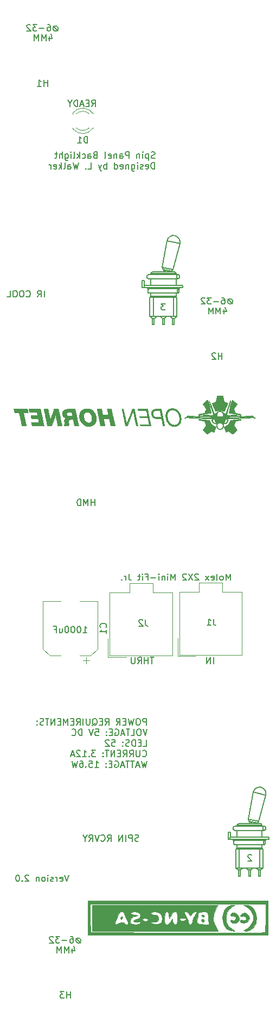
<source format=gbr>
%TF.GenerationSoftware,KiCad,Pcbnew,(5.1.6)-1*%
%TF.CreationDate,2021-08-23T14:52:40+10:00*%
%TF.ProjectId,SPIN RCV Panel PCB V1,5350494e-2052-4435-9620-50616e656c20,rev?*%
%TF.SameCoordinates,Original*%
%TF.FileFunction,Legend,Bot*%
%TF.FilePolarity,Positive*%
%FSLAX46Y46*%
G04 Gerber Fmt 4.6, Leading zero omitted, Abs format (unit mm)*
G04 Created by KiCad (PCBNEW (5.1.6)-1) date 2021-08-23 14:52:40*
%MOMM*%
%LPD*%
G01*
G04 APERTURE LIST*
%ADD10C,0.150000*%
%ADD11C,0.010000*%
%ADD12C,0.200000*%
%ADD13C,0.120000*%
G04 APERTURE END LIST*
D10*
X254729714Y-133653161D02*
X254586857Y-133700780D01*
X254348761Y-133700780D01*
X254253523Y-133653161D01*
X254205904Y-133605542D01*
X254158285Y-133510304D01*
X254158285Y-133415066D01*
X254205904Y-133319828D01*
X254253523Y-133272209D01*
X254348761Y-133224590D01*
X254539238Y-133176971D01*
X254634476Y-133129352D01*
X254682095Y-133081733D01*
X254729714Y-132986495D01*
X254729714Y-132891257D01*
X254682095Y-132796019D01*
X254634476Y-132748400D01*
X254539238Y-132700780D01*
X254301142Y-132700780D01*
X254158285Y-132748400D01*
X253729714Y-133700780D02*
X253729714Y-132700780D01*
X253348761Y-132700780D01*
X253253523Y-132748400D01*
X253205904Y-132796019D01*
X253158285Y-132891257D01*
X253158285Y-133034114D01*
X253205904Y-133129352D01*
X253253523Y-133176971D01*
X253348761Y-133224590D01*
X253729714Y-133224590D01*
X252729714Y-133700780D02*
X252729714Y-132700780D01*
X252253523Y-133700780D02*
X252253523Y-132700780D01*
X251682095Y-133700780D01*
X251682095Y-132700780D01*
X249872571Y-133700780D02*
X250205904Y-133224590D01*
X250444000Y-133700780D02*
X250444000Y-132700780D01*
X250063047Y-132700780D01*
X249967809Y-132748400D01*
X249920190Y-132796019D01*
X249872571Y-132891257D01*
X249872571Y-133034114D01*
X249920190Y-133129352D01*
X249967809Y-133176971D01*
X250063047Y-133224590D01*
X250444000Y-133224590D01*
X248872571Y-133605542D02*
X248920190Y-133653161D01*
X249063047Y-133700780D01*
X249158285Y-133700780D01*
X249301142Y-133653161D01*
X249396380Y-133557923D01*
X249444000Y-133462685D01*
X249491619Y-133272209D01*
X249491619Y-133129352D01*
X249444000Y-132938876D01*
X249396380Y-132843638D01*
X249301142Y-132748400D01*
X249158285Y-132700780D01*
X249063047Y-132700780D01*
X248920190Y-132748400D01*
X248872571Y-132796019D01*
X248586857Y-132700780D02*
X248253523Y-133700780D01*
X247920190Y-132700780D01*
X247015428Y-133700780D02*
X247348761Y-133224590D01*
X247586857Y-133700780D02*
X247586857Y-132700780D01*
X247205904Y-132700780D01*
X247110666Y-132748400D01*
X247063047Y-132796019D01*
X247015428Y-132891257D01*
X247015428Y-133034114D01*
X247063047Y-133129352D01*
X247110666Y-133176971D01*
X247205904Y-133224590D01*
X247586857Y-133224590D01*
X246396380Y-133224590D02*
X246396380Y-133700780D01*
X246729714Y-132700780D02*
X246396380Y-133224590D01*
X246063047Y-132700780D01*
X240018533Y-48940980D02*
X240018533Y-47940980D01*
X238970914Y-48940980D02*
X239304247Y-48464790D01*
X239542342Y-48940980D02*
X239542342Y-47940980D01*
X239161390Y-47940980D01*
X239066152Y-47988600D01*
X239018533Y-48036219D01*
X238970914Y-48131457D01*
X238970914Y-48274314D01*
X239018533Y-48369552D01*
X239066152Y-48417171D01*
X239161390Y-48464790D01*
X239542342Y-48464790D01*
X237209009Y-48845742D02*
X237256628Y-48893361D01*
X237399485Y-48940980D01*
X237494723Y-48940980D01*
X237637580Y-48893361D01*
X237732819Y-48798123D01*
X237780438Y-48702885D01*
X237828057Y-48512409D01*
X237828057Y-48369552D01*
X237780438Y-48179076D01*
X237732819Y-48083838D01*
X237637580Y-47988600D01*
X237494723Y-47940980D01*
X237399485Y-47940980D01*
X237256628Y-47988600D01*
X237209009Y-48036219D01*
X236589961Y-47940980D02*
X236399485Y-47940980D01*
X236304247Y-47988600D01*
X236209009Y-48083838D01*
X236161390Y-48274314D01*
X236161390Y-48607647D01*
X236209009Y-48798123D01*
X236304247Y-48893361D01*
X236399485Y-48940980D01*
X236589961Y-48940980D01*
X236685200Y-48893361D01*
X236780438Y-48798123D01*
X236828057Y-48607647D01*
X236828057Y-48274314D01*
X236780438Y-48083838D01*
X236685200Y-47988600D01*
X236589961Y-47940980D01*
X235542342Y-47940980D02*
X235351866Y-47940980D01*
X235256628Y-47988600D01*
X235161390Y-48083838D01*
X235113771Y-48274314D01*
X235113771Y-48607647D01*
X235161390Y-48798123D01*
X235256628Y-48893361D01*
X235351866Y-48940980D01*
X235542342Y-48940980D01*
X235637580Y-48893361D01*
X235732819Y-48798123D01*
X235780438Y-48607647D01*
X235780438Y-48274314D01*
X235732819Y-48083838D01*
X235637580Y-47988600D01*
X235542342Y-47940980D01*
X234209009Y-48940980D02*
X234685200Y-48940980D01*
X234685200Y-47940980D01*
X247889542Y-81427580D02*
X247889542Y-80427580D01*
X247889542Y-80903771D02*
X247318114Y-80903771D01*
X247318114Y-81427580D02*
X247318114Y-80427580D01*
X246841923Y-81427580D02*
X246841923Y-80427580D01*
X246508590Y-81141866D01*
X246175257Y-80427580D01*
X246175257Y-81427580D01*
X245699066Y-81427580D02*
X245699066Y-80427580D01*
X245460971Y-80427580D01*
X245318114Y-80475200D01*
X245222876Y-80570438D01*
X245175257Y-80665676D01*
X245127638Y-80856152D01*
X245127638Y-80999009D01*
X245175257Y-81189485D01*
X245222876Y-81284723D01*
X245318114Y-81379961D01*
X245460971Y-81427580D01*
X245699066Y-81427580D01*
X258905333Y-49972980D02*
X258286285Y-49972980D01*
X258619619Y-50353933D01*
X258476761Y-50353933D01*
X258381523Y-50401552D01*
X258333904Y-50449171D01*
X258286285Y-50544409D01*
X258286285Y-50782504D01*
X258333904Y-50877742D01*
X258381523Y-50925361D01*
X258476761Y-50972980D01*
X258762476Y-50972980D01*
X258857714Y-50925361D01*
X258905333Y-50877742D01*
X269052380Y-93052380D02*
X269052380Y-92052380D01*
X268719047Y-92766666D01*
X268385714Y-92052380D01*
X268385714Y-93052380D01*
X267766666Y-93052380D02*
X267861904Y-93004761D01*
X267909523Y-92957142D01*
X267957142Y-92861904D01*
X267957142Y-92576190D01*
X267909523Y-92480952D01*
X267861904Y-92433333D01*
X267766666Y-92385714D01*
X267623809Y-92385714D01*
X267528571Y-92433333D01*
X267480952Y-92480952D01*
X267433333Y-92576190D01*
X267433333Y-92861904D01*
X267480952Y-92957142D01*
X267528571Y-93004761D01*
X267623809Y-93052380D01*
X267766666Y-93052380D01*
X266861904Y-93052380D02*
X266957142Y-93004761D01*
X267004761Y-92909523D01*
X267004761Y-92052380D01*
X266100000Y-93004761D02*
X266195238Y-93052380D01*
X266385714Y-93052380D01*
X266480952Y-93004761D01*
X266528571Y-92909523D01*
X266528571Y-92528571D01*
X266480952Y-92433333D01*
X266385714Y-92385714D01*
X266195238Y-92385714D01*
X266100000Y-92433333D01*
X266052380Y-92528571D01*
X266052380Y-92623809D01*
X266528571Y-92719047D01*
X265719047Y-93052380D02*
X265195238Y-92385714D01*
X265719047Y-92385714D02*
X265195238Y-93052380D01*
X264100000Y-92147619D02*
X264052380Y-92100000D01*
X263957142Y-92052380D01*
X263719047Y-92052380D01*
X263623809Y-92100000D01*
X263576190Y-92147619D01*
X263528571Y-92242857D01*
X263528571Y-92338095D01*
X263576190Y-92480952D01*
X264147619Y-93052380D01*
X263528571Y-93052380D01*
X263195238Y-92052380D02*
X262528571Y-93052380D01*
X262528571Y-92052380D02*
X263195238Y-93052380D01*
X262195238Y-92147619D02*
X262147619Y-92100000D01*
X262052380Y-92052380D01*
X261814285Y-92052380D01*
X261719047Y-92100000D01*
X261671428Y-92147619D01*
X261623809Y-92242857D01*
X261623809Y-92338095D01*
X261671428Y-92480952D01*
X262242857Y-93052380D01*
X261623809Y-93052380D01*
X260433333Y-93052380D02*
X260433333Y-92052380D01*
X260100000Y-92766666D01*
X259766666Y-92052380D01*
X259766666Y-93052380D01*
X259290476Y-93052380D02*
X259290476Y-92385714D01*
X259290476Y-92052380D02*
X259338095Y-92100000D01*
X259290476Y-92147619D01*
X259242857Y-92100000D01*
X259290476Y-92052380D01*
X259290476Y-92147619D01*
X258814285Y-92385714D02*
X258814285Y-93052380D01*
X258814285Y-92480952D02*
X258766666Y-92433333D01*
X258671428Y-92385714D01*
X258528571Y-92385714D01*
X258433333Y-92433333D01*
X258385714Y-92528571D01*
X258385714Y-93052380D01*
X257909523Y-93052380D02*
X257909523Y-92385714D01*
X257909523Y-92052380D02*
X257957142Y-92100000D01*
X257909523Y-92147619D01*
X257861904Y-92100000D01*
X257909523Y-92052380D01*
X257909523Y-92147619D01*
X257433333Y-92671428D02*
X256671428Y-92671428D01*
X255861904Y-92528571D02*
X256195238Y-92528571D01*
X256195238Y-93052380D02*
X256195238Y-92052380D01*
X255719047Y-92052380D01*
X255338095Y-93052380D02*
X255338095Y-92385714D01*
X255338095Y-92052380D02*
X255385714Y-92100000D01*
X255338095Y-92147619D01*
X255290476Y-92100000D01*
X255338095Y-92052380D01*
X255338095Y-92147619D01*
X255004761Y-92385714D02*
X254623809Y-92385714D01*
X254861904Y-92052380D02*
X254861904Y-92909523D01*
X254814285Y-93004761D01*
X254719047Y-93052380D01*
X254623809Y-93052380D01*
X253242857Y-92052380D02*
X253242857Y-92766666D01*
X253290476Y-92909523D01*
X253385714Y-93004761D01*
X253528571Y-93052380D01*
X253623809Y-93052380D01*
X252766666Y-93052380D02*
X252766666Y-92385714D01*
X252766666Y-92576190D02*
X252719047Y-92480952D01*
X252671428Y-92433333D01*
X252576190Y-92385714D01*
X252480952Y-92385714D01*
X252147619Y-92957142D02*
X252100000Y-93004761D01*
X252147619Y-93052380D01*
X252195238Y-93004761D01*
X252147619Y-92957142D01*
X252147619Y-93052380D01*
X246092409Y-101214180D02*
X246663838Y-101214180D01*
X246378123Y-101214180D02*
X246378123Y-100214180D01*
X246473361Y-100357038D01*
X246568600Y-100452276D01*
X246663838Y-100499895D01*
X245473361Y-100214180D02*
X245378123Y-100214180D01*
X245282885Y-100261800D01*
X245235266Y-100309419D01*
X245187647Y-100404657D01*
X245140028Y-100595133D01*
X245140028Y-100833228D01*
X245187647Y-101023704D01*
X245235266Y-101118942D01*
X245282885Y-101166561D01*
X245378123Y-101214180D01*
X245473361Y-101214180D01*
X245568600Y-101166561D01*
X245616219Y-101118942D01*
X245663838Y-101023704D01*
X245711457Y-100833228D01*
X245711457Y-100595133D01*
X245663838Y-100404657D01*
X245616219Y-100309419D01*
X245568600Y-100261800D01*
X245473361Y-100214180D01*
X244520980Y-100214180D02*
X244425742Y-100214180D01*
X244330504Y-100261800D01*
X244282885Y-100309419D01*
X244235266Y-100404657D01*
X244187647Y-100595133D01*
X244187647Y-100833228D01*
X244235266Y-101023704D01*
X244282885Y-101118942D01*
X244330504Y-101166561D01*
X244425742Y-101214180D01*
X244520980Y-101214180D01*
X244616219Y-101166561D01*
X244663838Y-101118942D01*
X244711457Y-101023704D01*
X244759076Y-100833228D01*
X244759076Y-100595133D01*
X244711457Y-100404657D01*
X244663838Y-100309419D01*
X244616219Y-100261800D01*
X244520980Y-100214180D01*
X243568600Y-100214180D02*
X243473361Y-100214180D01*
X243378123Y-100261800D01*
X243330504Y-100309419D01*
X243282885Y-100404657D01*
X243235266Y-100595133D01*
X243235266Y-100833228D01*
X243282885Y-101023704D01*
X243330504Y-101118942D01*
X243378123Y-101166561D01*
X243473361Y-101214180D01*
X243568600Y-101214180D01*
X243663838Y-101166561D01*
X243711457Y-101118942D01*
X243759076Y-101023704D01*
X243806695Y-100833228D01*
X243806695Y-100595133D01*
X243759076Y-100404657D01*
X243711457Y-100309419D01*
X243663838Y-100261800D01*
X243568600Y-100214180D01*
X242378123Y-100547514D02*
X242378123Y-101214180D01*
X242806695Y-100547514D02*
X242806695Y-101071323D01*
X242759076Y-101166561D01*
X242663838Y-101214180D01*
X242520980Y-101214180D01*
X242425742Y-101166561D01*
X242378123Y-101118942D01*
X241568600Y-100690371D02*
X241901933Y-100690371D01*
X241901933Y-101214180D02*
X241901933Y-100214180D01*
X241425742Y-100214180D01*
X247422800Y-19252380D02*
X247756133Y-18776190D01*
X247994228Y-19252380D02*
X247994228Y-18252380D01*
X247613276Y-18252380D01*
X247518038Y-18300000D01*
X247470419Y-18347619D01*
X247422800Y-18442857D01*
X247422800Y-18585714D01*
X247470419Y-18680952D01*
X247518038Y-18728571D01*
X247613276Y-18776190D01*
X247994228Y-18776190D01*
X246994228Y-18728571D02*
X246660895Y-18728571D01*
X246518038Y-19252380D02*
X246994228Y-19252380D01*
X246994228Y-18252380D01*
X246518038Y-18252380D01*
X246137085Y-18966666D02*
X245660895Y-18966666D01*
X246232323Y-19252380D02*
X245898990Y-18252380D01*
X245565657Y-19252380D01*
X245232323Y-19252380D02*
X245232323Y-18252380D01*
X244994228Y-18252380D01*
X244851371Y-18300000D01*
X244756133Y-18395238D01*
X244708514Y-18490476D01*
X244660895Y-18680952D01*
X244660895Y-18823809D01*
X244708514Y-19014285D01*
X244756133Y-19109523D01*
X244851371Y-19204761D01*
X244994228Y-19252380D01*
X245232323Y-19252380D01*
X244041847Y-18776190D02*
X244041847Y-19252380D01*
X244375180Y-18252380D02*
X244041847Y-18776190D01*
X243708514Y-18252380D01*
X257133333Y-105052380D02*
X256561904Y-105052380D01*
X256847619Y-106052380D02*
X256847619Y-105052380D01*
X256228571Y-106052380D02*
X256228571Y-105052380D01*
X256228571Y-105528571D02*
X255657142Y-105528571D01*
X255657142Y-106052380D02*
X255657142Y-105052380D01*
X254609523Y-106052380D02*
X254942857Y-105576190D01*
X255180952Y-106052380D02*
X255180952Y-105052380D01*
X254800000Y-105052380D01*
X254704761Y-105100000D01*
X254657142Y-105147619D01*
X254609523Y-105242857D01*
X254609523Y-105385714D01*
X254657142Y-105480952D01*
X254704761Y-105528571D01*
X254800000Y-105576190D01*
X255180952Y-105576190D01*
X254180952Y-105052380D02*
X254180952Y-105861904D01*
X254133333Y-105957142D01*
X254085714Y-106004761D01*
X253990476Y-106052380D01*
X253800000Y-106052380D01*
X253704761Y-106004761D01*
X253657142Y-105957142D01*
X253609523Y-105861904D01*
X253609523Y-105052380D01*
X266423809Y-106052380D02*
X266423809Y-105052380D01*
X265947619Y-106052380D02*
X265947619Y-105052380D01*
X265376190Y-106052380D01*
X265376190Y-105052380D01*
X243865476Y-138952380D02*
X243532142Y-139952380D01*
X243198809Y-138952380D01*
X242484523Y-139904761D02*
X242579761Y-139952380D01*
X242770238Y-139952380D01*
X242865476Y-139904761D01*
X242913095Y-139809523D01*
X242913095Y-139428571D01*
X242865476Y-139333333D01*
X242770238Y-139285714D01*
X242579761Y-139285714D01*
X242484523Y-139333333D01*
X242436904Y-139428571D01*
X242436904Y-139523809D01*
X242913095Y-139619047D01*
X242008333Y-139952380D02*
X242008333Y-139285714D01*
X242008333Y-139476190D02*
X241960714Y-139380952D01*
X241913095Y-139333333D01*
X241817857Y-139285714D01*
X241722619Y-139285714D01*
X241436904Y-139904761D02*
X241341666Y-139952380D01*
X241151190Y-139952380D01*
X241055952Y-139904761D01*
X241008333Y-139809523D01*
X241008333Y-139761904D01*
X241055952Y-139666666D01*
X241151190Y-139619047D01*
X241294047Y-139619047D01*
X241389285Y-139571428D01*
X241436904Y-139476190D01*
X241436904Y-139428571D01*
X241389285Y-139333333D01*
X241294047Y-139285714D01*
X241151190Y-139285714D01*
X241055952Y-139333333D01*
X240579761Y-139952380D02*
X240579761Y-139285714D01*
X240579761Y-138952380D02*
X240627380Y-139000000D01*
X240579761Y-139047619D01*
X240532142Y-139000000D01*
X240579761Y-138952380D01*
X240579761Y-139047619D01*
X239960714Y-139952380D02*
X240055952Y-139904761D01*
X240103571Y-139857142D01*
X240151190Y-139761904D01*
X240151190Y-139476190D01*
X240103571Y-139380952D01*
X240055952Y-139333333D01*
X239960714Y-139285714D01*
X239817857Y-139285714D01*
X239722619Y-139333333D01*
X239675000Y-139380952D01*
X239627380Y-139476190D01*
X239627380Y-139761904D01*
X239675000Y-139857142D01*
X239722619Y-139904761D01*
X239817857Y-139952380D01*
X239960714Y-139952380D01*
X239198809Y-139285714D02*
X239198809Y-139952380D01*
X239198809Y-139380952D02*
X239151190Y-139333333D01*
X239055952Y-139285714D01*
X238913095Y-139285714D01*
X238817857Y-139333333D01*
X238770238Y-139428571D01*
X238770238Y-139952380D01*
X237579761Y-139047619D02*
X237532142Y-139000000D01*
X237436904Y-138952380D01*
X237198809Y-138952380D01*
X237103571Y-139000000D01*
X237055952Y-139047619D01*
X237008333Y-139142857D01*
X237008333Y-139238095D01*
X237055952Y-139380952D01*
X237627380Y-139952380D01*
X237008333Y-139952380D01*
X236579761Y-139857142D02*
X236532142Y-139904761D01*
X236579761Y-139952380D01*
X236627380Y-139904761D01*
X236579761Y-139857142D01*
X236579761Y-139952380D01*
X235913095Y-138952380D02*
X235817857Y-138952380D01*
X235722619Y-139000000D01*
X235675000Y-139047619D01*
X235627380Y-139142857D01*
X235579761Y-139333333D01*
X235579761Y-139571428D01*
X235627380Y-139761904D01*
X235675000Y-139857142D01*
X235722619Y-139904761D01*
X235817857Y-139952380D01*
X235913095Y-139952380D01*
X236008333Y-139904761D01*
X236055952Y-139857142D01*
X236103571Y-139761904D01*
X236151190Y-139571428D01*
X236151190Y-139333333D01*
X236103571Y-139142857D01*
X236055952Y-139047619D01*
X236008333Y-139000000D01*
X235913095Y-138952380D01*
X255950404Y-115592580D02*
X255950404Y-114592580D01*
X255569452Y-114592580D01*
X255474214Y-114640200D01*
X255426595Y-114687819D01*
X255378976Y-114783057D01*
X255378976Y-114925914D01*
X255426595Y-115021152D01*
X255474214Y-115068771D01*
X255569452Y-115116390D01*
X255950404Y-115116390D01*
X254759928Y-114592580D02*
X254569452Y-114592580D01*
X254474214Y-114640200D01*
X254378976Y-114735438D01*
X254331357Y-114925914D01*
X254331357Y-115259247D01*
X254378976Y-115449723D01*
X254474214Y-115544961D01*
X254569452Y-115592580D01*
X254759928Y-115592580D01*
X254855166Y-115544961D01*
X254950404Y-115449723D01*
X254998023Y-115259247D01*
X254998023Y-114925914D01*
X254950404Y-114735438D01*
X254855166Y-114640200D01*
X254759928Y-114592580D01*
X253998023Y-114592580D02*
X253759928Y-115592580D01*
X253569452Y-114878295D01*
X253378976Y-115592580D01*
X253140880Y-114592580D01*
X252759928Y-115068771D02*
X252426595Y-115068771D01*
X252283738Y-115592580D02*
X252759928Y-115592580D01*
X252759928Y-114592580D01*
X252283738Y-114592580D01*
X251283738Y-115592580D02*
X251617071Y-115116390D01*
X251855166Y-115592580D02*
X251855166Y-114592580D01*
X251474214Y-114592580D01*
X251378976Y-114640200D01*
X251331357Y-114687819D01*
X251283738Y-114783057D01*
X251283738Y-114925914D01*
X251331357Y-115021152D01*
X251378976Y-115068771D01*
X251474214Y-115116390D01*
X251855166Y-115116390D01*
X249521833Y-115592580D02*
X249855166Y-115116390D01*
X250093261Y-115592580D02*
X250093261Y-114592580D01*
X249712309Y-114592580D01*
X249617071Y-114640200D01*
X249569452Y-114687819D01*
X249521833Y-114783057D01*
X249521833Y-114925914D01*
X249569452Y-115021152D01*
X249617071Y-115068771D01*
X249712309Y-115116390D01*
X250093261Y-115116390D01*
X249093261Y-115068771D02*
X248759928Y-115068771D01*
X248617071Y-115592580D02*
X249093261Y-115592580D01*
X249093261Y-114592580D01*
X248617071Y-114592580D01*
X247521833Y-115687819D02*
X247617071Y-115640200D01*
X247712309Y-115544961D01*
X247855166Y-115402104D01*
X247950404Y-115354485D01*
X248045642Y-115354485D01*
X247998023Y-115592580D02*
X248093261Y-115544961D01*
X248188500Y-115449723D01*
X248236119Y-115259247D01*
X248236119Y-114925914D01*
X248188500Y-114735438D01*
X248093261Y-114640200D01*
X247998023Y-114592580D01*
X247807547Y-114592580D01*
X247712309Y-114640200D01*
X247617071Y-114735438D01*
X247569452Y-114925914D01*
X247569452Y-115259247D01*
X247617071Y-115449723D01*
X247712309Y-115544961D01*
X247807547Y-115592580D01*
X247998023Y-115592580D01*
X247140880Y-114592580D02*
X247140880Y-115402104D01*
X247093261Y-115497342D01*
X247045642Y-115544961D01*
X246950404Y-115592580D01*
X246759928Y-115592580D01*
X246664690Y-115544961D01*
X246617071Y-115497342D01*
X246569452Y-115402104D01*
X246569452Y-114592580D01*
X246093261Y-115592580D02*
X246093261Y-114592580D01*
X245045642Y-115592580D02*
X245378976Y-115116390D01*
X245617071Y-115592580D02*
X245617071Y-114592580D01*
X245236119Y-114592580D01*
X245140880Y-114640200D01*
X245093261Y-114687819D01*
X245045642Y-114783057D01*
X245045642Y-114925914D01*
X245093261Y-115021152D01*
X245140880Y-115068771D01*
X245236119Y-115116390D01*
X245617071Y-115116390D01*
X244617071Y-115068771D02*
X244283738Y-115068771D01*
X244140880Y-115592580D02*
X244617071Y-115592580D01*
X244617071Y-114592580D01*
X244140880Y-114592580D01*
X243712309Y-115592580D02*
X243712309Y-114592580D01*
X243378976Y-115306866D01*
X243045642Y-114592580D01*
X243045642Y-115592580D01*
X242569452Y-115068771D02*
X242236119Y-115068771D01*
X242093261Y-115592580D02*
X242569452Y-115592580D01*
X242569452Y-114592580D01*
X242093261Y-114592580D01*
X241664690Y-115592580D02*
X241664690Y-114592580D01*
X241093261Y-115592580D01*
X241093261Y-114592580D01*
X240759928Y-114592580D02*
X240188500Y-114592580D01*
X240474214Y-115592580D02*
X240474214Y-114592580D01*
X239902785Y-115544961D02*
X239759928Y-115592580D01*
X239521833Y-115592580D01*
X239426595Y-115544961D01*
X239378976Y-115497342D01*
X239331357Y-115402104D01*
X239331357Y-115306866D01*
X239378976Y-115211628D01*
X239426595Y-115164009D01*
X239521833Y-115116390D01*
X239712309Y-115068771D01*
X239807547Y-115021152D01*
X239855166Y-114973533D01*
X239902785Y-114878295D01*
X239902785Y-114783057D01*
X239855166Y-114687819D01*
X239807547Y-114640200D01*
X239712309Y-114592580D01*
X239474214Y-114592580D01*
X239331357Y-114640200D01*
X238902785Y-115497342D02*
X238855166Y-115544961D01*
X238902785Y-115592580D01*
X238950404Y-115544961D01*
X238902785Y-115497342D01*
X238902785Y-115592580D01*
X238902785Y-114973533D02*
X238855166Y-115021152D01*
X238902785Y-115068771D01*
X238950404Y-115021152D01*
X238902785Y-114973533D01*
X238902785Y-115068771D01*
X256093261Y-116242580D02*
X255759928Y-117242580D01*
X255426595Y-116242580D01*
X254902785Y-116242580D02*
X254712309Y-116242580D01*
X254617071Y-116290200D01*
X254521833Y-116385438D01*
X254474214Y-116575914D01*
X254474214Y-116909247D01*
X254521833Y-117099723D01*
X254617071Y-117194961D01*
X254712309Y-117242580D01*
X254902785Y-117242580D01*
X254998023Y-117194961D01*
X255093261Y-117099723D01*
X255140880Y-116909247D01*
X255140880Y-116575914D01*
X255093261Y-116385438D01*
X254998023Y-116290200D01*
X254902785Y-116242580D01*
X253569452Y-117242580D02*
X254045642Y-117242580D01*
X254045642Y-116242580D01*
X253378976Y-116242580D02*
X252807547Y-116242580D01*
X253093261Y-117242580D02*
X253093261Y-116242580D01*
X252521833Y-116956866D02*
X252045642Y-116956866D01*
X252617071Y-117242580D02*
X252283738Y-116242580D01*
X251950404Y-117242580D01*
X251093261Y-116290200D02*
X251188500Y-116242580D01*
X251331357Y-116242580D01*
X251474214Y-116290200D01*
X251569452Y-116385438D01*
X251617071Y-116480676D01*
X251664690Y-116671152D01*
X251664690Y-116814009D01*
X251617071Y-117004485D01*
X251569452Y-117099723D01*
X251474214Y-117194961D01*
X251331357Y-117242580D01*
X251236119Y-117242580D01*
X251093261Y-117194961D01*
X251045642Y-117147342D01*
X251045642Y-116814009D01*
X251236119Y-116814009D01*
X250617071Y-116718771D02*
X250283738Y-116718771D01*
X250140880Y-117242580D02*
X250617071Y-117242580D01*
X250617071Y-116242580D01*
X250140880Y-116242580D01*
X249712309Y-117147342D02*
X249664690Y-117194961D01*
X249712309Y-117242580D01*
X249759928Y-117194961D01*
X249712309Y-117147342D01*
X249712309Y-117242580D01*
X249712309Y-116623533D02*
X249664690Y-116671152D01*
X249712309Y-116718771D01*
X249759928Y-116671152D01*
X249712309Y-116623533D01*
X249712309Y-116718771D01*
X247998023Y-116242580D02*
X248474214Y-116242580D01*
X248521833Y-116718771D01*
X248474214Y-116671152D01*
X248378976Y-116623533D01*
X248140880Y-116623533D01*
X248045642Y-116671152D01*
X247998023Y-116718771D01*
X247950404Y-116814009D01*
X247950404Y-117052104D01*
X247998023Y-117147342D01*
X248045642Y-117194961D01*
X248140880Y-117242580D01*
X248378976Y-117242580D01*
X248474214Y-117194961D01*
X248521833Y-117147342D01*
X247664690Y-116242580D02*
X247331357Y-117242580D01*
X246998023Y-116242580D01*
X245902785Y-117242580D02*
X245902785Y-116242580D01*
X245664690Y-116242580D01*
X245521833Y-116290200D01*
X245426595Y-116385438D01*
X245378976Y-116480676D01*
X245331357Y-116671152D01*
X245331357Y-116814009D01*
X245378976Y-117004485D01*
X245426595Y-117099723D01*
X245521833Y-117194961D01*
X245664690Y-117242580D01*
X245902785Y-117242580D01*
X244331357Y-117147342D02*
X244378976Y-117194961D01*
X244521833Y-117242580D01*
X244617071Y-117242580D01*
X244759928Y-117194961D01*
X244855166Y-117099723D01*
X244902785Y-117004485D01*
X244950404Y-116814009D01*
X244950404Y-116671152D01*
X244902785Y-116480676D01*
X244855166Y-116385438D01*
X244759928Y-116290200D01*
X244617071Y-116242580D01*
X244521833Y-116242580D01*
X244378976Y-116290200D01*
X244331357Y-116337819D01*
X255474214Y-118892580D02*
X255950404Y-118892580D01*
X255950404Y-117892580D01*
X255140880Y-118368771D02*
X254807547Y-118368771D01*
X254664690Y-118892580D02*
X255140880Y-118892580D01*
X255140880Y-117892580D01*
X254664690Y-117892580D01*
X254236119Y-118892580D02*
X254236119Y-117892580D01*
X253998023Y-117892580D01*
X253855166Y-117940200D01*
X253759928Y-118035438D01*
X253712309Y-118130676D01*
X253664690Y-118321152D01*
X253664690Y-118464009D01*
X253712309Y-118654485D01*
X253759928Y-118749723D01*
X253855166Y-118844961D01*
X253998023Y-118892580D01*
X254236119Y-118892580D01*
X253283738Y-118844961D02*
X253140880Y-118892580D01*
X252902785Y-118892580D01*
X252807547Y-118844961D01*
X252759928Y-118797342D01*
X252712309Y-118702104D01*
X252712309Y-118606866D01*
X252759928Y-118511628D01*
X252807547Y-118464009D01*
X252902785Y-118416390D01*
X253093261Y-118368771D01*
X253188500Y-118321152D01*
X253236119Y-118273533D01*
X253283738Y-118178295D01*
X253283738Y-118083057D01*
X253236119Y-117987819D01*
X253188500Y-117940200D01*
X253093261Y-117892580D01*
X252855166Y-117892580D01*
X252712309Y-117940200D01*
X252283738Y-118797342D02*
X252236119Y-118844961D01*
X252283738Y-118892580D01*
X252331357Y-118844961D01*
X252283738Y-118797342D01*
X252283738Y-118892580D01*
X252283738Y-118273533D02*
X252236119Y-118321152D01*
X252283738Y-118368771D01*
X252331357Y-118321152D01*
X252283738Y-118273533D01*
X252283738Y-118368771D01*
X250569452Y-117892580D02*
X251045642Y-117892580D01*
X251093261Y-118368771D01*
X251045642Y-118321152D01*
X250950404Y-118273533D01*
X250712309Y-118273533D01*
X250617071Y-118321152D01*
X250569452Y-118368771D01*
X250521833Y-118464009D01*
X250521833Y-118702104D01*
X250569452Y-118797342D01*
X250617071Y-118844961D01*
X250712309Y-118892580D01*
X250950404Y-118892580D01*
X251045642Y-118844961D01*
X251093261Y-118797342D01*
X250140880Y-117987819D02*
X250093261Y-117940200D01*
X249998023Y-117892580D01*
X249759928Y-117892580D01*
X249664690Y-117940200D01*
X249617071Y-117987819D01*
X249569452Y-118083057D01*
X249569452Y-118178295D01*
X249617071Y-118321152D01*
X250188500Y-118892580D01*
X249569452Y-118892580D01*
X255378976Y-120447342D02*
X255426595Y-120494961D01*
X255569452Y-120542580D01*
X255664690Y-120542580D01*
X255807547Y-120494961D01*
X255902785Y-120399723D01*
X255950404Y-120304485D01*
X255998023Y-120114009D01*
X255998023Y-119971152D01*
X255950404Y-119780676D01*
X255902785Y-119685438D01*
X255807547Y-119590200D01*
X255664690Y-119542580D01*
X255569452Y-119542580D01*
X255426595Y-119590200D01*
X255378976Y-119637819D01*
X254950404Y-119542580D02*
X254950404Y-120352104D01*
X254902785Y-120447342D01*
X254855166Y-120494961D01*
X254759928Y-120542580D01*
X254569452Y-120542580D01*
X254474214Y-120494961D01*
X254426595Y-120447342D01*
X254378976Y-120352104D01*
X254378976Y-119542580D01*
X253331357Y-120542580D02*
X253664690Y-120066390D01*
X253902785Y-120542580D02*
X253902785Y-119542580D01*
X253521833Y-119542580D01*
X253426595Y-119590200D01*
X253378976Y-119637819D01*
X253331357Y-119733057D01*
X253331357Y-119875914D01*
X253378976Y-119971152D01*
X253426595Y-120018771D01*
X253521833Y-120066390D01*
X253902785Y-120066390D01*
X252331357Y-120542580D02*
X252664690Y-120066390D01*
X252902785Y-120542580D02*
X252902785Y-119542580D01*
X252521833Y-119542580D01*
X252426595Y-119590200D01*
X252378976Y-119637819D01*
X252331357Y-119733057D01*
X252331357Y-119875914D01*
X252378976Y-119971152D01*
X252426595Y-120018771D01*
X252521833Y-120066390D01*
X252902785Y-120066390D01*
X251902785Y-120018771D02*
X251569452Y-120018771D01*
X251426595Y-120542580D02*
X251902785Y-120542580D01*
X251902785Y-119542580D01*
X251426595Y-119542580D01*
X250998023Y-120542580D02*
X250998023Y-119542580D01*
X250426595Y-120542580D01*
X250426595Y-119542580D01*
X250093261Y-119542580D02*
X249521833Y-119542580D01*
X249807547Y-120542580D02*
X249807547Y-119542580D01*
X249188500Y-120447342D02*
X249140880Y-120494961D01*
X249188500Y-120542580D01*
X249236119Y-120494961D01*
X249188500Y-120447342D01*
X249188500Y-120542580D01*
X249188500Y-119923533D02*
X249140880Y-119971152D01*
X249188500Y-120018771D01*
X249236119Y-119971152D01*
X249188500Y-119923533D01*
X249188500Y-120018771D01*
X248045642Y-119542580D02*
X247426595Y-119542580D01*
X247759928Y-119923533D01*
X247617071Y-119923533D01*
X247521833Y-119971152D01*
X247474214Y-120018771D01*
X247426595Y-120114009D01*
X247426595Y-120352104D01*
X247474214Y-120447342D01*
X247521833Y-120494961D01*
X247617071Y-120542580D01*
X247902785Y-120542580D01*
X247998023Y-120494961D01*
X248045642Y-120447342D01*
X246998023Y-120447342D02*
X246950404Y-120494961D01*
X246998023Y-120542580D01*
X247045642Y-120494961D01*
X246998023Y-120447342D01*
X246998023Y-120542580D01*
X245998023Y-120542580D02*
X246569452Y-120542580D01*
X246283738Y-120542580D02*
X246283738Y-119542580D01*
X246378976Y-119685438D01*
X246474214Y-119780676D01*
X246569452Y-119828295D01*
X245617071Y-119637819D02*
X245569452Y-119590200D01*
X245474214Y-119542580D01*
X245236119Y-119542580D01*
X245140880Y-119590200D01*
X245093261Y-119637819D01*
X245045642Y-119733057D01*
X245045642Y-119828295D01*
X245093261Y-119971152D01*
X245664690Y-120542580D01*
X245045642Y-120542580D01*
X244664690Y-120256866D02*
X244188500Y-120256866D01*
X244759928Y-120542580D02*
X244426595Y-119542580D01*
X244093261Y-120542580D01*
X256045642Y-121192580D02*
X255807547Y-122192580D01*
X255617071Y-121478295D01*
X255426595Y-122192580D01*
X255188500Y-121192580D01*
X254855166Y-121906866D02*
X254378976Y-121906866D01*
X254950404Y-122192580D02*
X254617071Y-121192580D01*
X254283738Y-122192580D01*
X254093261Y-121192580D02*
X253521833Y-121192580D01*
X253807547Y-122192580D02*
X253807547Y-121192580D01*
X253331357Y-121192580D02*
X252759928Y-121192580D01*
X253045642Y-122192580D02*
X253045642Y-121192580D01*
X252474214Y-121906866D02*
X251998023Y-121906866D01*
X252569452Y-122192580D02*
X252236119Y-121192580D01*
X251902785Y-122192580D01*
X251045642Y-121240200D02*
X251140880Y-121192580D01*
X251283738Y-121192580D01*
X251426595Y-121240200D01*
X251521833Y-121335438D01*
X251569452Y-121430676D01*
X251617071Y-121621152D01*
X251617071Y-121764009D01*
X251569452Y-121954485D01*
X251521833Y-122049723D01*
X251426595Y-122144961D01*
X251283738Y-122192580D01*
X251188500Y-122192580D01*
X251045642Y-122144961D01*
X250998023Y-122097342D01*
X250998023Y-121764009D01*
X251188500Y-121764009D01*
X250569452Y-121668771D02*
X250236119Y-121668771D01*
X250093261Y-122192580D02*
X250569452Y-122192580D01*
X250569452Y-121192580D01*
X250093261Y-121192580D01*
X249664690Y-122097342D02*
X249617071Y-122144961D01*
X249664690Y-122192580D01*
X249712309Y-122144961D01*
X249664690Y-122097342D01*
X249664690Y-122192580D01*
X249664690Y-121573533D02*
X249617071Y-121621152D01*
X249664690Y-121668771D01*
X249712309Y-121621152D01*
X249664690Y-121573533D01*
X249664690Y-121668771D01*
X247902785Y-122192580D02*
X248474214Y-122192580D01*
X248188500Y-122192580D02*
X248188500Y-121192580D01*
X248283738Y-121335438D01*
X248378976Y-121430676D01*
X248474214Y-121478295D01*
X246998023Y-121192580D02*
X247474214Y-121192580D01*
X247521833Y-121668771D01*
X247474214Y-121621152D01*
X247378976Y-121573533D01*
X247140880Y-121573533D01*
X247045642Y-121621152D01*
X246998023Y-121668771D01*
X246950404Y-121764009D01*
X246950404Y-122002104D01*
X246998023Y-122097342D01*
X247045642Y-122144961D01*
X247140880Y-122192580D01*
X247378976Y-122192580D01*
X247474214Y-122144961D01*
X247521833Y-122097342D01*
X246521833Y-122097342D02*
X246474214Y-122144961D01*
X246521833Y-122192580D01*
X246569452Y-122144961D01*
X246521833Y-122097342D01*
X246521833Y-122192580D01*
X245617071Y-121192580D02*
X245807547Y-121192580D01*
X245902785Y-121240200D01*
X245950404Y-121287819D01*
X246045642Y-121430676D01*
X246093261Y-121621152D01*
X246093261Y-122002104D01*
X246045642Y-122097342D01*
X245998023Y-122144961D01*
X245902785Y-122192580D01*
X245712309Y-122192580D01*
X245617071Y-122144961D01*
X245569452Y-122097342D01*
X245521833Y-122002104D01*
X245521833Y-121764009D01*
X245569452Y-121668771D01*
X245617071Y-121621152D01*
X245712309Y-121573533D01*
X245902785Y-121573533D01*
X245998023Y-121621152D01*
X246045642Y-121668771D01*
X246093261Y-121764009D01*
X245188500Y-121192580D02*
X244950404Y-122192580D01*
X244759928Y-121478295D01*
X244569452Y-122192580D01*
X244331357Y-121192580D01*
X257287023Y-27279761D02*
X257144166Y-27327380D01*
X256906071Y-27327380D01*
X256810833Y-27279761D01*
X256763214Y-27232142D01*
X256715595Y-27136904D01*
X256715595Y-27041666D01*
X256763214Y-26946428D01*
X256810833Y-26898809D01*
X256906071Y-26851190D01*
X257096547Y-26803571D01*
X257191785Y-26755952D01*
X257239404Y-26708333D01*
X257287023Y-26613095D01*
X257287023Y-26517857D01*
X257239404Y-26422619D01*
X257191785Y-26375000D01*
X257096547Y-26327380D01*
X256858452Y-26327380D01*
X256715595Y-26375000D01*
X256287023Y-26660714D02*
X256287023Y-27660714D01*
X256287023Y-26708333D02*
X256191785Y-26660714D01*
X256001309Y-26660714D01*
X255906071Y-26708333D01*
X255858452Y-26755952D01*
X255810833Y-26851190D01*
X255810833Y-27136904D01*
X255858452Y-27232142D01*
X255906071Y-27279761D01*
X256001309Y-27327380D01*
X256191785Y-27327380D01*
X256287023Y-27279761D01*
X255382261Y-27327380D02*
X255382261Y-26660714D01*
X255382261Y-26327380D02*
X255429880Y-26375000D01*
X255382261Y-26422619D01*
X255334642Y-26375000D01*
X255382261Y-26327380D01*
X255382261Y-26422619D01*
X254906071Y-26660714D02*
X254906071Y-27327380D01*
X254906071Y-26755952D02*
X254858452Y-26708333D01*
X254763214Y-26660714D01*
X254620357Y-26660714D01*
X254525119Y-26708333D01*
X254477500Y-26803571D01*
X254477500Y-27327380D01*
X253239404Y-27327380D02*
X253239404Y-26327380D01*
X252858452Y-26327380D01*
X252763214Y-26375000D01*
X252715595Y-26422619D01*
X252667976Y-26517857D01*
X252667976Y-26660714D01*
X252715595Y-26755952D01*
X252763214Y-26803571D01*
X252858452Y-26851190D01*
X253239404Y-26851190D01*
X251810833Y-27327380D02*
X251810833Y-26803571D01*
X251858452Y-26708333D01*
X251953690Y-26660714D01*
X252144166Y-26660714D01*
X252239404Y-26708333D01*
X251810833Y-27279761D02*
X251906071Y-27327380D01*
X252144166Y-27327380D01*
X252239404Y-27279761D01*
X252287023Y-27184523D01*
X252287023Y-27089285D01*
X252239404Y-26994047D01*
X252144166Y-26946428D01*
X251906071Y-26946428D01*
X251810833Y-26898809D01*
X251334642Y-26660714D02*
X251334642Y-27327380D01*
X251334642Y-26755952D02*
X251287023Y-26708333D01*
X251191785Y-26660714D01*
X251048928Y-26660714D01*
X250953690Y-26708333D01*
X250906071Y-26803571D01*
X250906071Y-27327380D01*
X250048928Y-27279761D02*
X250144166Y-27327380D01*
X250334642Y-27327380D01*
X250429880Y-27279761D01*
X250477500Y-27184523D01*
X250477500Y-26803571D01*
X250429880Y-26708333D01*
X250334642Y-26660714D01*
X250144166Y-26660714D01*
X250048928Y-26708333D01*
X250001309Y-26803571D01*
X250001309Y-26898809D01*
X250477500Y-26994047D01*
X249429880Y-27327380D02*
X249525119Y-27279761D01*
X249572738Y-27184523D01*
X249572738Y-26327380D01*
X247953690Y-26803571D02*
X247810833Y-26851190D01*
X247763214Y-26898809D01*
X247715595Y-26994047D01*
X247715595Y-27136904D01*
X247763214Y-27232142D01*
X247810833Y-27279761D01*
X247906071Y-27327380D01*
X248287023Y-27327380D01*
X248287023Y-26327380D01*
X247953690Y-26327380D01*
X247858452Y-26375000D01*
X247810833Y-26422619D01*
X247763214Y-26517857D01*
X247763214Y-26613095D01*
X247810833Y-26708333D01*
X247858452Y-26755952D01*
X247953690Y-26803571D01*
X248287023Y-26803571D01*
X246858452Y-27327380D02*
X246858452Y-26803571D01*
X246906071Y-26708333D01*
X247001309Y-26660714D01*
X247191785Y-26660714D01*
X247287023Y-26708333D01*
X246858452Y-27279761D02*
X246953690Y-27327380D01*
X247191785Y-27327380D01*
X247287023Y-27279761D01*
X247334642Y-27184523D01*
X247334642Y-27089285D01*
X247287023Y-26994047D01*
X247191785Y-26946428D01*
X246953690Y-26946428D01*
X246858452Y-26898809D01*
X245953690Y-27279761D02*
X246048928Y-27327380D01*
X246239404Y-27327380D01*
X246334642Y-27279761D01*
X246382261Y-27232142D01*
X246429880Y-27136904D01*
X246429880Y-26851190D01*
X246382261Y-26755952D01*
X246334642Y-26708333D01*
X246239404Y-26660714D01*
X246048928Y-26660714D01*
X245953690Y-26708333D01*
X245525119Y-27327380D02*
X245525119Y-26327380D01*
X245429880Y-26946428D02*
X245144166Y-27327380D01*
X245144166Y-26660714D02*
X245525119Y-27041666D01*
X244572738Y-27327380D02*
X244667976Y-27279761D01*
X244715595Y-27184523D01*
X244715595Y-26327380D01*
X244191785Y-27327380D02*
X244191785Y-26660714D01*
X244191785Y-26327380D02*
X244239404Y-26375000D01*
X244191785Y-26422619D01*
X244144166Y-26375000D01*
X244191785Y-26327380D01*
X244191785Y-26422619D01*
X243287023Y-26660714D02*
X243287023Y-27470238D01*
X243334642Y-27565476D01*
X243382261Y-27613095D01*
X243477500Y-27660714D01*
X243620357Y-27660714D01*
X243715595Y-27613095D01*
X243287023Y-27279761D02*
X243382261Y-27327380D01*
X243572738Y-27327380D01*
X243667976Y-27279761D01*
X243715595Y-27232142D01*
X243763214Y-27136904D01*
X243763214Y-26851190D01*
X243715595Y-26755952D01*
X243667976Y-26708333D01*
X243572738Y-26660714D01*
X243382261Y-26660714D01*
X243287023Y-26708333D01*
X242810833Y-27327380D02*
X242810833Y-26327380D01*
X242382261Y-27327380D02*
X242382261Y-26803571D01*
X242429880Y-26708333D01*
X242525119Y-26660714D01*
X242667976Y-26660714D01*
X242763214Y-26708333D01*
X242810833Y-26755952D01*
X242048928Y-26660714D02*
X241667976Y-26660714D01*
X241906071Y-26327380D02*
X241906071Y-27184523D01*
X241858452Y-27279761D01*
X241763214Y-27327380D01*
X241667976Y-27327380D01*
X257239404Y-28977380D02*
X257239404Y-27977380D01*
X257001309Y-27977380D01*
X256858452Y-28025000D01*
X256763214Y-28120238D01*
X256715595Y-28215476D01*
X256667976Y-28405952D01*
X256667976Y-28548809D01*
X256715595Y-28739285D01*
X256763214Y-28834523D01*
X256858452Y-28929761D01*
X257001309Y-28977380D01*
X257239404Y-28977380D01*
X255858452Y-28929761D02*
X255953690Y-28977380D01*
X256144166Y-28977380D01*
X256239404Y-28929761D01*
X256287023Y-28834523D01*
X256287023Y-28453571D01*
X256239404Y-28358333D01*
X256144166Y-28310714D01*
X255953690Y-28310714D01*
X255858452Y-28358333D01*
X255810833Y-28453571D01*
X255810833Y-28548809D01*
X256287023Y-28644047D01*
X255429880Y-28929761D02*
X255334642Y-28977380D01*
X255144166Y-28977380D01*
X255048928Y-28929761D01*
X255001309Y-28834523D01*
X255001309Y-28786904D01*
X255048928Y-28691666D01*
X255144166Y-28644047D01*
X255287023Y-28644047D01*
X255382261Y-28596428D01*
X255429880Y-28501190D01*
X255429880Y-28453571D01*
X255382261Y-28358333D01*
X255287023Y-28310714D01*
X255144166Y-28310714D01*
X255048928Y-28358333D01*
X254572738Y-28977380D02*
X254572738Y-28310714D01*
X254572738Y-27977380D02*
X254620357Y-28025000D01*
X254572738Y-28072619D01*
X254525119Y-28025000D01*
X254572738Y-27977380D01*
X254572738Y-28072619D01*
X253667976Y-28310714D02*
X253667976Y-29120238D01*
X253715595Y-29215476D01*
X253763214Y-29263095D01*
X253858452Y-29310714D01*
X254001309Y-29310714D01*
X254096547Y-29263095D01*
X253667976Y-28929761D02*
X253763214Y-28977380D01*
X253953690Y-28977380D01*
X254048928Y-28929761D01*
X254096547Y-28882142D01*
X254144166Y-28786904D01*
X254144166Y-28501190D01*
X254096547Y-28405952D01*
X254048928Y-28358333D01*
X253953690Y-28310714D01*
X253763214Y-28310714D01*
X253667976Y-28358333D01*
X253191785Y-28310714D02*
X253191785Y-28977380D01*
X253191785Y-28405952D02*
X253144166Y-28358333D01*
X253048928Y-28310714D01*
X252906071Y-28310714D01*
X252810833Y-28358333D01*
X252763214Y-28453571D01*
X252763214Y-28977380D01*
X251906071Y-28929761D02*
X252001309Y-28977380D01*
X252191785Y-28977380D01*
X252287023Y-28929761D01*
X252334642Y-28834523D01*
X252334642Y-28453571D01*
X252287023Y-28358333D01*
X252191785Y-28310714D01*
X252001309Y-28310714D01*
X251906071Y-28358333D01*
X251858452Y-28453571D01*
X251858452Y-28548809D01*
X252334642Y-28644047D01*
X251001309Y-28977380D02*
X251001309Y-27977380D01*
X251001309Y-28929761D02*
X251096547Y-28977380D01*
X251287023Y-28977380D01*
X251382261Y-28929761D01*
X251429880Y-28882142D01*
X251477500Y-28786904D01*
X251477500Y-28501190D01*
X251429880Y-28405952D01*
X251382261Y-28358333D01*
X251287023Y-28310714D01*
X251096547Y-28310714D01*
X251001309Y-28358333D01*
X249763214Y-28977380D02*
X249763214Y-27977380D01*
X249763214Y-28358333D02*
X249667976Y-28310714D01*
X249477500Y-28310714D01*
X249382261Y-28358333D01*
X249334642Y-28405952D01*
X249287023Y-28501190D01*
X249287023Y-28786904D01*
X249334642Y-28882142D01*
X249382261Y-28929761D01*
X249477500Y-28977380D01*
X249667976Y-28977380D01*
X249763214Y-28929761D01*
X248953690Y-28310714D02*
X248715595Y-28977380D01*
X248477500Y-28310714D02*
X248715595Y-28977380D01*
X248810833Y-29215476D01*
X248858452Y-29263095D01*
X248953690Y-29310714D01*
X246858452Y-28977380D02*
X247334642Y-28977380D01*
X247334642Y-27977380D01*
X246525119Y-28882142D02*
X246477500Y-28929761D01*
X246525119Y-28977380D01*
X246572738Y-28929761D01*
X246525119Y-28882142D01*
X246525119Y-28977380D01*
X245382261Y-27977380D02*
X245144166Y-28977380D01*
X244953690Y-28263095D01*
X244763214Y-28977380D01*
X244525119Y-27977380D01*
X243715595Y-28977380D02*
X243715595Y-28453571D01*
X243763214Y-28358333D01*
X243858452Y-28310714D01*
X244048928Y-28310714D01*
X244144166Y-28358333D01*
X243715595Y-28929761D02*
X243810833Y-28977380D01*
X244048928Y-28977380D01*
X244144166Y-28929761D01*
X244191785Y-28834523D01*
X244191785Y-28739285D01*
X244144166Y-28644047D01*
X244048928Y-28596428D01*
X243810833Y-28596428D01*
X243715595Y-28548809D01*
X243096547Y-28977380D02*
X243191785Y-28929761D01*
X243239404Y-28834523D01*
X243239404Y-27977380D01*
X242715595Y-28977380D02*
X242715595Y-27977380D01*
X242620357Y-28596428D02*
X242334642Y-28977380D01*
X242334642Y-28310714D02*
X242715595Y-28691666D01*
X241525119Y-28929761D02*
X241620357Y-28977380D01*
X241810833Y-28977380D01*
X241906071Y-28929761D01*
X241953690Y-28834523D01*
X241953690Y-28453571D01*
X241906071Y-28358333D01*
X241810833Y-28310714D01*
X241620357Y-28310714D01*
X241525119Y-28358333D01*
X241477500Y-28453571D01*
X241477500Y-28548809D01*
X241953690Y-28644047D01*
X241048928Y-28977380D02*
X241048928Y-28310714D01*
X241048928Y-28501190D02*
X241001309Y-28405952D01*
X240953690Y-28358333D01*
X240858452Y-28310714D01*
X240763214Y-28310714D01*
D11*
%TO.C,G\u002A\u002A\u002A*%
G36*
X270718870Y-67948169D02*
G01*
X270706057Y-67949538D01*
X270685826Y-67951753D01*
X270658674Y-67954755D01*
X270625097Y-67958489D01*
X270585594Y-67962899D01*
X270540660Y-67967929D01*
X270490793Y-67973522D01*
X270436491Y-67979622D01*
X270378249Y-67986173D01*
X270316566Y-67993118D01*
X270251938Y-68000402D01*
X270184862Y-68007968D01*
X270115835Y-68015760D01*
X270045355Y-68023721D01*
X269973919Y-68031796D01*
X269902022Y-68039928D01*
X269830164Y-68048061D01*
X269758840Y-68056139D01*
X269688548Y-68064105D01*
X269619784Y-68071904D01*
X269553047Y-68079478D01*
X269488832Y-68086773D01*
X269427637Y-68093731D01*
X269369959Y-68100296D01*
X269316295Y-68106413D01*
X269267142Y-68112024D01*
X269222998Y-68117074D01*
X269184358Y-68121506D01*
X269151721Y-68125265D01*
X269125584Y-68128293D01*
X269106442Y-68130536D01*
X269094794Y-68131935D01*
X269091738Y-68132329D01*
X269080177Y-68134787D01*
X269074389Y-68139150D01*
X269071800Y-68146758D01*
X269069553Y-68153171D01*
X269064162Y-68166398D01*
X269056020Y-68185563D01*
X269045522Y-68209790D01*
X269033062Y-68238200D01*
X269019034Y-68269917D01*
X269003832Y-68304065D01*
X268987850Y-68339766D01*
X268971483Y-68376144D01*
X268955125Y-68412321D01*
X268939171Y-68447422D01*
X268924013Y-68480568D01*
X268910047Y-68510883D01*
X268897667Y-68537490D01*
X268887267Y-68559513D01*
X268879241Y-68576074D01*
X268875307Y-68583832D01*
X268854436Y-68619167D01*
X268827821Y-68657331D01*
X268796899Y-68696670D01*
X268763110Y-68735530D01*
X268727893Y-68772259D01*
X268692685Y-68805202D01*
X268658926Y-68832708D01*
X268658433Y-68833074D01*
X268650815Y-68838146D01*
X268636594Y-68847033D01*
X268616493Y-68859308D01*
X268591238Y-68874545D01*
X268561554Y-68892319D01*
X268528165Y-68912204D01*
X268491797Y-68933775D01*
X268453174Y-68956605D01*
X268413021Y-68980269D01*
X268372063Y-69004341D01*
X268331024Y-69028396D01*
X268290630Y-69052008D01*
X268251606Y-69074750D01*
X268214675Y-69096198D01*
X268180564Y-69115925D01*
X268149996Y-69133506D01*
X268123698Y-69148515D01*
X268102392Y-69160526D01*
X268086806Y-69169114D01*
X268081527Y-69171917D01*
X268062659Y-69181716D01*
X268222948Y-69569066D01*
X268251406Y-69637694D01*
X268277520Y-69700369D01*
X268301201Y-69756889D01*
X268322362Y-69807048D01*
X268340916Y-69850642D01*
X268356774Y-69887467D01*
X268369850Y-69917320D01*
X268380055Y-69939995D01*
X268387302Y-69955289D01*
X268391505Y-69962997D01*
X268392187Y-69963825D01*
X268403067Y-69969542D01*
X268411996Y-69971233D01*
X268418024Y-69969286D01*
X268430640Y-69963729D01*
X268448988Y-69954987D01*
X268472213Y-69943486D01*
X268499458Y-69929652D01*
X268529869Y-69913910D01*
X268562591Y-69896687D01*
X268573657Y-69890800D01*
X268612894Y-69869925D01*
X268645452Y-69852782D01*
X268672090Y-69839061D01*
X268693568Y-69828448D01*
X268710646Y-69820633D01*
X268724084Y-69815306D01*
X268734640Y-69812154D01*
X268743076Y-69810866D01*
X268750150Y-69811131D01*
X268756622Y-69812639D01*
X268760816Y-69814118D01*
X268765660Y-69817014D01*
X268776977Y-69824371D01*
X268794265Y-69835851D01*
X268817024Y-69851113D01*
X268844752Y-69869819D01*
X268876949Y-69891628D01*
X268913113Y-69916201D01*
X268952744Y-69943199D01*
X268995340Y-69972282D01*
X269040400Y-70003110D01*
X269087423Y-70035345D01*
X269098166Y-70042718D01*
X269154322Y-70081263D01*
X269203932Y-70115285D01*
X269247434Y-70145050D01*
X269285264Y-70170821D01*
X269317859Y-70192866D01*
X269345657Y-70211448D01*
X269369094Y-70226833D01*
X269388607Y-70239286D01*
X269404634Y-70249073D01*
X269417610Y-70256458D01*
X269427974Y-70261708D01*
X269436163Y-70265086D01*
X269442612Y-70266859D01*
X269447760Y-70267291D01*
X269452043Y-70266648D01*
X269455898Y-70265195D01*
X269459763Y-70263197D01*
X269460650Y-70262715D01*
X269465189Y-70258898D01*
X269475183Y-70249564D01*
X269490132Y-70235212D01*
X269509538Y-70216340D01*
X269532904Y-70193447D01*
X269559730Y-70167031D01*
X269589519Y-70137590D01*
X269621772Y-70105622D01*
X269655990Y-70071627D01*
X269691675Y-70036101D01*
X269728330Y-69999544D01*
X269765455Y-69962453D01*
X269802553Y-69925328D01*
X269839124Y-69888665D01*
X269874671Y-69852965D01*
X269908695Y-69818724D01*
X269940699Y-69786442D01*
X269970182Y-69756616D01*
X269996648Y-69729745D01*
X270019598Y-69706327D01*
X270038534Y-69686860D01*
X270052956Y-69671844D01*
X270062368Y-69661775D01*
X270066270Y-69657153D01*
X270066289Y-69657118D01*
X270070465Y-69647869D01*
X270072274Y-69638954D01*
X270071285Y-69629203D01*
X270067061Y-69617445D01*
X270059169Y-69602509D01*
X270047174Y-69583225D01*
X270030643Y-69558422D01*
X270028520Y-69555293D01*
X270018883Y-69541148D01*
X270004945Y-69520745D01*
X269987199Y-69494807D01*
X269966140Y-69464055D01*
X269942261Y-69429208D01*
X269916056Y-69390987D01*
X269888021Y-69350115D01*
X269858648Y-69307311D01*
X269828433Y-69263296D01*
X269801479Y-69224050D01*
X269772098Y-69181209D01*
X269744024Y-69140144D01*
X269717642Y-69101427D01*
X269693336Y-69065626D01*
X269671490Y-69033312D01*
X269652489Y-69005056D01*
X269636717Y-68981427D01*
X269624559Y-68962995D01*
X269616399Y-68950331D01*
X269612621Y-68944005D01*
X269612493Y-68943727D01*
X269608391Y-68930636D01*
X269606700Y-68918447D01*
X269608264Y-68912339D01*
X269612764Y-68899125D01*
X269619909Y-68879530D01*
X269629410Y-68854275D01*
X269640977Y-68824084D01*
X269654319Y-68789679D01*
X269669146Y-68751783D01*
X269685170Y-68711120D01*
X269702099Y-68668412D01*
X269719644Y-68624382D01*
X269737515Y-68579753D01*
X269755421Y-68535249D01*
X269773074Y-68491591D01*
X269790182Y-68449503D01*
X269806456Y-68409709D01*
X269821607Y-68372930D01*
X269835343Y-68339890D01*
X269847376Y-68311311D01*
X269857414Y-68287917D01*
X269865169Y-68270431D01*
X269870350Y-68259575D01*
X269872261Y-68256343D01*
X269881022Y-68247095D01*
X269888857Y-68240643D01*
X269889812Y-68240078D01*
X269894897Y-68238785D01*
X269907728Y-68236069D01*
X269927725Y-68232042D01*
X269954306Y-68226814D01*
X269986893Y-68220497D01*
X270024903Y-68213203D01*
X270067757Y-68205042D01*
X270114875Y-68196126D01*
X270165675Y-68186565D01*
X270219578Y-68176472D01*
X270276003Y-68165957D01*
X270298931Y-68161698D01*
X270372205Y-68148062D01*
X270437435Y-68135841D01*
X270494914Y-68124976D01*
X270544934Y-68115408D01*
X270587789Y-68107079D01*
X270623772Y-68099931D01*
X270653175Y-68093905D01*
X270676293Y-68088942D01*
X270693418Y-68084985D01*
X270704843Y-68081975D01*
X270710862Y-68079854D01*
X270711600Y-68079424D01*
X270719900Y-68072321D01*
X270725733Y-68063963D01*
X270729513Y-68052782D01*
X270731654Y-68037212D01*
X270732570Y-68015686D01*
X270732704Y-67999558D01*
X270732663Y-67977880D01*
X270732317Y-67963274D01*
X270731426Y-67954347D01*
X270729751Y-67949706D01*
X270727050Y-67947955D01*
X270723767Y-67947699D01*
X270718870Y-67948169D01*
G37*
X270718870Y-67948169D02*
X270706057Y-67949538D01*
X270685826Y-67951753D01*
X270658674Y-67954755D01*
X270625097Y-67958489D01*
X270585594Y-67962899D01*
X270540660Y-67967929D01*
X270490793Y-67973522D01*
X270436491Y-67979622D01*
X270378249Y-67986173D01*
X270316566Y-67993118D01*
X270251938Y-68000402D01*
X270184862Y-68007968D01*
X270115835Y-68015760D01*
X270045355Y-68023721D01*
X269973919Y-68031796D01*
X269902022Y-68039928D01*
X269830164Y-68048061D01*
X269758840Y-68056139D01*
X269688548Y-68064105D01*
X269619784Y-68071904D01*
X269553047Y-68079478D01*
X269488832Y-68086773D01*
X269427637Y-68093731D01*
X269369959Y-68100296D01*
X269316295Y-68106413D01*
X269267142Y-68112024D01*
X269222998Y-68117074D01*
X269184358Y-68121506D01*
X269151721Y-68125265D01*
X269125584Y-68128293D01*
X269106442Y-68130536D01*
X269094794Y-68131935D01*
X269091738Y-68132329D01*
X269080177Y-68134787D01*
X269074389Y-68139150D01*
X269071800Y-68146758D01*
X269069553Y-68153171D01*
X269064162Y-68166398D01*
X269056020Y-68185563D01*
X269045522Y-68209790D01*
X269033062Y-68238200D01*
X269019034Y-68269917D01*
X269003832Y-68304065D01*
X268987850Y-68339766D01*
X268971483Y-68376144D01*
X268955125Y-68412321D01*
X268939171Y-68447422D01*
X268924013Y-68480568D01*
X268910047Y-68510883D01*
X268897667Y-68537490D01*
X268887267Y-68559513D01*
X268879241Y-68576074D01*
X268875307Y-68583832D01*
X268854436Y-68619167D01*
X268827821Y-68657331D01*
X268796899Y-68696670D01*
X268763110Y-68735530D01*
X268727893Y-68772259D01*
X268692685Y-68805202D01*
X268658926Y-68832708D01*
X268658433Y-68833074D01*
X268650815Y-68838146D01*
X268636594Y-68847033D01*
X268616493Y-68859308D01*
X268591238Y-68874545D01*
X268561554Y-68892319D01*
X268528165Y-68912204D01*
X268491797Y-68933775D01*
X268453174Y-68956605D01*
X268413021Y-68980269D01*
X268372063Y-69004341D01*
X268331024Y-69028396D01*
X268290630Y-69052008D01*
X268251606Y-69074750D01*
X268214675Y-69096198D01*
X268180564Y-69115925D01*
X268149996Y-69133506D01*
X268123698Y-69148515D01*
X268102392Y-69160526D01*
X268086806Y-69169114D01*
X268081527Y-69171917D01*
X268062659Y-69181716D01*
X268222948Y-69569066D01*
X268251406Y-69637694D01*
X268277520Y-69700369D01*
X268301201Y-69756889D01*
X268322362Y-69807048D01*
X268340916Y-69850642D01*
X268356774Y-69887467D01*
X268369850Y-69917320D01*
X268380055Y-69939995D01*
X268387302Y-69955289D01*
X268391505Y-69962997D01*
X268392187Y-69963825D01*
X268403067Y-69969542D01*
X268411996Y-69971233D01*
X268418024Y-69969286D01*
X268430640Y-69963729D01*
X268448988Y-69954987D01*
X268472213Y-69943486D01*
X268499458Y-69929652D01*
X268529869Y-69913910D01*
X268562591Y-69896687D01*
X268573657Y-69890800D01*
X268612894Y-69869925D01*
X268645452Y-69852782D01*
X268672090Y-69839061D01*
X268693568Y-69828448D01*
X268710646Y-69820633D01*
X268724084Y-69815306D01*
X268734640Y-69812154D01*
X268743076Y-69810866D01*
X268750150Y-69811131D01*
X268756622Y-69812639D01*
X268760816Y-69814118D01*
X268765660Y-69817014D01*
X268776977Y-69824371D01*
X268794265Y-69835851D01*
X268817024Y-69851113D01*
X268844752Y-69869819D01*
X268876949Y-69891628D01*
X268913113Y-69916201D01*
X268952744Y-69943199D01*
X268995340Y-69972282D01*
X269040400Y-70003110D01*
X269087423Y-70035345D01*
X269098166Y-70042718D01*
X269154322Y-70081263D01*
X269203932Y-70115285D01*
X269247434Y-70145050D01*
X269285264Y-70170821D01*
X269317859Y-70192866D01*
X269345657Y-70211448D01*
X269369094Y-70226833D01*
X269388607Y-70239286D01*
X269404634Y-70249073D01*
X269417610Y-70256458D01*
X269427974Y-70261708D01*
X269436163Y-70265086D01*
X269442612Y-70266859D01*
X269447760Y-70267291D01*
X269452043Y-70266648D01*
X269455898Y-70265195D01*
X269459763Y-70263197D01*
X269460650Y-70262715D01*
X269465189Y-70258898D01*
X269475183Y-70249564D01*
X269490132Y-70235212D01*
X269509538Y-70216340D01*
X269532904Y-70193447D01*
X269559730Y-70167031D01*
X269589519Y-70137590D01*
X269621772Y-70105622D01*
X269655990Y-70071627D01*
X269691675Y-70036101D01*
X269728330Y-69999544D01*
X269765455Y-69962453D01*
X269802553Y-69925328D01*
X269839124Y-69888665D01*
X269874671Y-69852965D01*
X269908695Y-69818724D01*
X269940699Y-69786442D01*
X269970182Y-69756616D01*
X269996648Y-69729745D01*
X270019598Y-69706327D01*
X270038534Y-69686860D01*
X270052956Y-69671844D01*
X270062368Y-69661775D01*
X270066270Y-69657153D01*
X270066289Y-69657118D01*
X270070465Y-69647869D01*
X270072274Y-69638954D01*
X270071285Y-69629203D01*
X270067061Y-69617445D01*
X270059169Y-69602509D01*
X270047174Y-69583225D01*
X270030643Y-69558422D01*
X270028520Y-69555293D01*
X270018883Y-69541148D01*
X270004945Y-69520745D01*
X269987199Y-69494807D01*
X269966140Y-69464055D01*
X269942261Y-69429208D01*
X269916056Y-69390987D01*
X269888021Y-69350115D01*
X269858648Y-69307311D01*
X269828433Y-69263296D01*
X269801479Y-69224050D01*
X269772098Y-69181209D01*
X269744024Y-69140144D01*
X269717642Y-69101427D01*
X269693336Y-69065626D01*
X269671490Y-69033312D01*
X269652489Y-69005056D01*
X269636717Y-68981427D01*
X269624559Y-68962995D01*
X269616399Y-68950331D01*
X269612621Y-68944005D01*
X269612493Y-68943727D01*
X269608391Y-68930636D01*
X269606700Y-68918447D01*
X269608264Y-68912339D01*
X269612764Y-68899125D01*
X269619909Y-68879530D01*
X269629410Y-68854275D01*
X269640977Y-68824084D01*
X269654319Y-68789679D01*
X269669146Y-68751783D01*
X269685170Y-68711120D01*
X269702099Y-68668412D01*
X269719644Y-68624382D01*
X269737515Y-68579753D01*
X269755421Y-68535249D01*
X269773074Y-68491591D01*
X269790182Y-68449503D01*
X269806456Y-68409709D01*
X269821607Y-68372930D01*
X269835343Y-68339890D01*
X269847376Y-68311311D01*
X269857414Y-68287917D01*
X269865169Y-68270431D01*
X269870350Y-68259575D01*
X269872261Y-68256343D01*
X269881022Y-68247095D01*
X269888857Y-68240643D01*
X269889812Y-68240078D01*
X269894897Y-68238785D01*
X269907728Y-68236069D01*
X269927725Y-68232042D01*
X269954306Y-68226814D01*
X269986893Y-68220497D01*
X270024903Y-68213203D01*
X270067757Y-68205042D01*
X270114875Y-68196126D01*
X270165675Y-68186565D01*
X270219578Y-68176472D01*
X270276003Y-68165957D01*
X270298931Y-68161698D01*
X270372205Y-68148062D01*
X270437435Y-68135841D01*
X270494914Y-68124976D01*
X270544934Y-68115408D01*
X270587789Y-68107079D01*
X270623772Y-68099931D01*
X270653175Y-68093905D01*
X270676293Y-68088942D01*
X270693418Y-68084985D01*
X270704843Y-68081975D01*
X270710862Y-68079854D01*
X270711600Y-68079424D01*
X270719900Y-68072321D01*
X270725733Y-68063963D01*
X270729513Y-68052782D01*
X270731654Y-68037212D01*
X270732570Y-68015686D01*
X270732704Y-67999558D01*
X270732663Y-67977880D01*
X270732317Y-67963274D01*
X270731426Y-67954347D01*
X270729751Y-67949706D01*
X270727050Y-67947955D01*
X270723767Y-67947699D01*
X270718870Y-67948169D01*
G36*
X264138703Y-67947971D02*
G01*
X264135867Y-67949746D01*
X264134173Y-67954463D01*
X264133326Y-67963561D01*
X264133033Y-67978481D01*
X264133000Y-67996519D01*
X264133696Y-68025159D01*
X264136001Y-68046679D01*
X264140241Y-68062326D01*
X264146742Y-68073349D01*
X264154871Y-68080398D01*
X264160460Y-68082112D01*
X264173850Y-68085240D01*
X264194512Y-68089676D01*
X264221919Y-68095318D01*
X264255541Y-68102061D01*
X264294850Y-68109802D01*
X264339317Y-68118435D01*
X264388414Y-68127858D01*
X264441613Y-68137967D01*
X264498385Y-68148657D01*
X264558200Y-68159824D01*
X264566532Y-68161372D01*
X264623765Y-68172026D01*
X264678701Y-68182299D01*
X264730759Y-68192082D01*
X264779360Y-68201262D01*
X264823923Y-68209729D01*
X264863869Y-68217371D01*
X264898617Y-68224077D01*
X264927587Y-68229736D01*
X264950199Y-68234238D01*
X264965873Y-68237470D01*
X264974028Y-68239321D01*
X264975049Y-68239647D01*
X264979339Y-68242275D01*
X264983546Y-68245711D01*
X264987902Y-68250467D01*
X264992638Y-68257052D01*
X264997984Y-68265977D01*
X265004173Y-68277753D01*
X265011434Y-68292891D01*
X265019999Y-68311900D01*
X265030099Y-68335291D01*
X265041965Y-68363576D01*
X265055828Y-68397264D01*
X265071919Y-68436866D01*
X265090469Y-68482893D01*
X265111708Y-68535855D01*
X265131722Y-68585887D01*
X265157990Y-68651765D01*
X265181066Y-68709999D01*
X265201018Y-68760761D01*
X265217910Y-68804223D01*
X265231807Y-68840556D01*
X265242775Y-68869931D01*
X265250879Y-68892522D01*
X265256184Y-68908498D01*
X265258757Y-68918033D01*
X265259040Y-68920320D01*
X265257324Y-68934519D01*
X265253199Y-68947313D01*
X265252900Y-68947904D01*
X265249636Y-68953080D01*
X265241931Y-68964712D01*
X265230138Y-68982279D01*
X265214611Y-69005263D01*
X265195706Y-69033140D01*
X265173775Y-69065391D01*
X265149172Y-69101495D01*
X265122253Y-69140931D01*
X265093371Y-69183179D01*
X265062880Y-69227717D01*
X265034143Y-69269638D01*
X265002301Y-69316061D01*
X264971589Y-69360840D01*
X264942377Y-69403432D01*
X264915037Y-69443298D01*
X264889940Y-69479896D01*
X264867455Y-69512686D01*
X264847955Y-69541127D01*
X264831809Y-69564678D01*
X264819390Y-69582799D01*
X264811066Y-69594948D01*
X264807450Y-69600233D01*
X264796833Y-69619565D01*
X264793400Y-69636184D01*
X264793598Y-69638863D01*
X264794419Y-69641884D01*
X264796204Y-69645603D01*
X264799292Y-69650378D01*
X264804025Y-69656565D01*
X264810741Y-69664523D01*
X264819782Y-69674607D01*
X264831487Y-69687176D01*
X264846198Y-69702587D01*
X264864253Y-69721196D01*
X264885994Y-69743362D01*
X264911761Y-69769441D01*
X264941893Y-69799790D01*
X264976732Y-69834767D01*
X265016617Y-69874730D01*
X265061889Y-69920034D01*
X265101407Y-69959559D01*
X265152302Y-70010515D01*
X265197518Y-70055851D01*
X265237438Y-70095859D01*
X265272446Y-70130830D01*
X265302924Y-70161053D01*
X265329257Y-70186821D01*
X265351827Y-70208423D01*
X265371018Y-70226151D01*
X265387214Y-70240296D01*
X265400796Y-70251148D01*
X265412150Y-70258998D01*
X265421659Y-70264137D01*
X265429705Y-70266855D01*
X265436672Y-70267445D01*
X265442943Y-70266196D01*
X265448902Y-70263399D01*
X265454933Y-70259345D01*
X265461417Y-70254325D01*
X265468740Y-70248630D01*
X265475773Y-70243568D01*
X265484662Y-70237490D01*
X265499940Y-70227027D01*
X265521018Y-70212582D01*
X265547303Y-70194563D01*
X265578206Y-70173373D01*
X265613135Y-70149418D01*
X265651500Y-70123104D01*
X265692709Y-70094835D01*
X265736173Y-70065016D01*
X265781299Y-70034054D01*
X265807049Y-70016384D01*
X265859795Y-69980208D01*
X265906037Y-69948545D01*
X265946234Y-69921096D01*
X265980848Y-69897561D01*
X266010340Y-69877641D01*
X266035169Y-69861037D01*
X266055798Y-69847449D01*
X266072687Y-69836578D01*
X266086297Y-69828126D01*
X266097089Y-69821791D01*
X266105523Y-69817275D01*
X266112061Y-69814279D01*
X266117163Y-69812504D01*
X266121290Y-69811649D01*
X266122432Y-69811525D01*
X266127592Y-69811295D01*
X266133032Y-69811755D01*
X266139519Y-69813261D01*
X266147821Y-69816170D01*
X266158702Y-69820835D01*
X266172931Y-69827614D01*
X266191275Y-69836862D01*
X266214500Y-69848933D01*
X266243372Y-69864184D01*
X266278659Y-69882971D01*
X266292846Y-69890543D01*
X266334194Y-69912454D01*
X266370181Y-69931179D01*
X266400442Y-69946541D01*
X266424616Y-69958360D01*
X266442340Y-69966457D01*
X266453253Y-69970652D01*
X266456150Y-69971233D01*
X266469310Y-69967616D01*
X266476977Y-69961708D01*
X266479594Y-69956737D01*
X266485206Y-69944483D01*
X266493584Y-69925492D01*
X266504499Y-69900310D01*
X266517723Y-69869483D01*
X266533025Y-69833556D01*
X266550178Y-69793075D01*
X266568951Y-69748587D01*
X266589117Y-69700636D01*
X266610445Y-69649768D01*
X266632707Y-69596531D01*
X266655673Y-69541468D01*
X266679115Y-69485127D01*
X266702804Y-69428052D01*
X266726510Y-69370790D01*
X266750004Y-69313887D01*
X266773058Y-69257888D01*
X266795442Y-69203339D01*
X266802837Y-69185274D01*
X266801167Y-69180193D01*
X266797128Y-69177915D01*
X266791149Y-69175041D01*
X266778585Y-69168246D01*
X266760125Y-69157936D01*
X266736463Y-69144516D01*
X266708291Y-69128391D01*
X266676299Y-69109966D01*
X266641180Y-69089646D01*
X266603627Y-69067837D01*
X266564330Y-69044944D01*
X266523981Y-69021371D01*
X266483273Y-68997525D01*
X266442897Y-68973810D01*
X266403546Y-68950631D01*
X266365911Y-68928393D01*
X266330683Y-68907502D01*
X266298556Y-68888363D01*
X266270220Y-68871381D01*
X266246368Y-68856961D01*
X266227691Y-68845509D01*
X266214882Y-68837428D01*
X266209555Y-68833835D01*
X266175894Y-68806778D01*
X266140354Y-68773810D01*
X266104549Y-68736731D01*
X266070093Y-68697343D01*
X266038602Y-68657445D01*
X266011690Y-68618839D01*
X266000444Y-68600565D01*
X265995512Y-68591236D01*
X265987641Y-68575243D01*
X265977241Y-68553489D01*
X265964724Y-68526877D01*
X265950498Y-68496312D01*
X265934975Y-68462697D01*
X265918566Y-68426935D01*
X265901679Y-68389930D01*
X265884727Y-68352587D01*
X265868118Y-68315807D01*
X265852263Y-68280496D01*
X265837574Y-68247556D01*
X265824459Y-68217892D01*
X265813330Y-68192406D01*
X265804597Y-68172003D01*
X265798669Y-68157586D01*
X265796115Y-68150617D01*
X265792922Y-68140289D01*
X265790927Y-68134451D01*
X265790673Y-68133966D01*
X265786488Y-68133495D01*
X265774294Y-68132113D01*
X265754496Y-68129866D01*
X265727498Y-68126799D01*
X265693703Y-68122958D01*
X265653515Y-68118391D01*
X265607338Y-68113141D01*
X265555577Y-68107256D01*
X265498635Y-68100781D01*
X265436917Y-68093763D01*
X265370825Y-68086247D01*
X265300764Y-68078278D01*
X265227139Y-68069904D01*
X265150352Y-68061169D01*
X265070809Y-68052121D01*
X264988912Y-68042804D01*
X264971584Y-68040833D01*
X264889096Y-68031454D01*
X264808789Y-68022335D01*
X264731075Y-68013521D01*
X264656363Y-68005059D01*
X264585063Y-67996994D01*
X264517586Y-67989373D01*
X264454342Y-67982242D01*
X264395741Y-67975647D01*
X264342193Y-67969634D01*
X264294109Y-67964250D01*
X264251899Y-67959539D01*
X264215973Y-67955550D01*
X264186741Y-67952326D01*
X264164614Y-67949915D01*
X264150001Y-67948363D01*
X264143313Y-67947716D01*
X264142975Y-67947699D01*
X264138703Y-67947971D01*
G37*
X264138703Y-67947971D02*
X264135867Y-67949746D01*
X264134173Y-67954463D01*
X264133326Y-67963561D01*
X264133033Y-67978481D01*
X264133000Y-67996519D01*
X264133696Y-68025159D01*
X264136001Y-68046679D01*
X264140241Y-68062326D01*
X264146742Y-68073349D01*
X264154871Y-68080398D01*
X264160460Y-68082112D01*
X264173850Y-68085240D01*
X264194512Y-68089676D01*
X264221919Y-68095318D01*
X264255541Y-68102061D01*
X264294850Y-68109802D01*
X264339317Y-68118435D01*
X264388414Y-68127858D01*
X264441613Y-68137967D01*
X264498385Y-68148657D01*
X264558200Y-68159824D01*
X264566532Y-68161372D01*
X264623765Y-68172026D01*
X264678701Y-68182299D01*
X264730759Y-68192082D01*
X264779360Y-68201262D01*
X264823923Y-68209729D01*
X264863869Y-68217371D01*
X264898617Y-68224077D01*
X264927587Y-68229736D01*
X264950199Y-68234238D01*
X264965873Y-68237470D01*
X264974028Y-68239321D01*
X264975049Y-68239647D01*
X264979339Y-68242275D01*
X264983546Y-68245711D01*
X264987902Y-68250467D01*
X264992638Y-68257052D01*
X264997984Y-68265977D01*
X265004173Y-68277753D01*
X265011434Y-68292891D01*
X265019999Y-68311900D01*
X265030099Y-68335291D01*
X265041965Y-68363576D01*
X265055828Y-68397264D01*
X265071919Y-68436866D01*
X265090469Y-68482893D01*
X265111708Y-68535855D01*
X265131722Y-68585887D01*
X265157990Y-68651765D01*
X265181066Y-68709999D01*
X265201018Y-68760761D01*
X265217910Y-68804223D01*
X265231807Y-68840556D01*
X265242775Y-68869931D01*
X265250879Y-68892522D01*
X265256184Y-68908498D01*
X265258757Y-68918033D01*
X265259040Y-68920320D01*
X265257324Y-68934519D01*
X265253199Y-68947313D01*
X265252900Y-68947904D01*
X265249636Y-68953080D01*
X265241931Y-68964712D01*
X265230138Y-68982279D01*
X265214611Y-69005263D01*
X265195706Y-69033140D01*
X265173775Y-69065391D01*
X265149172Y-69101495D01*
X265122253Y-69140931D01*
X265093371Y-69183179D01*
X265062880Y-69227717D01*
X265034143Y-69269638D01*
X265002301Y-69316061D01*
X264971589Y-69360840D01*
X264942377Y-69403432D01*
X264915037Y-69443298D01*
X264889940Y-69479896D01*
X264867455Y-69512686D01*
X264847955Y-69541127D01*
X264831809Y-69564678D01*
X264819390Y-69582799D01*
X264811066Y-69594948D01*
X264807450Y-69600233D01*
X264796833Y-69619565D01*
X264793400Y-69636184D01*
X264793598Y-69638863D01*
X264794419Y-69641884D01*
X264796204Y-69645603D01*
X264799292Y-69650378D01*
X264804025Y-69656565D01*
X264810741Y-69664523D01*
X264819782Y-69674607D01*
X264831487Y-69687176D01*
X264846198Y-69702587D01*
X264864253Y-69721196D01*
X264885994Y-69743362D01*
X264911761Y-69769441D01*
X264941893Y-69799790D01*
X264976732Y-69834767D01*
X265016617Y-69874730D01*
X265061889Y-69920034D01*
X265101407Y-69959559D01*
X265152302Y-70010515D01*
X265197518Y-70055851D01*
X265237438Y-70095859D01*
X265272446Y-70130830D01*
X265302924Y-70161053D01*
X265329257Y-70186821D01*
X265351827Y-70208423D01*
X265371018Y-70226151D01*
X265387214Y-70240296D01*
X265400796Y-70251148D01*
X265412150Y-70258998D01*
X265421659Y-70264137D01*
X265429705Y-70266855D01*
X265436672Y-70267445D01*
X265442943Y-70266196D01*
X265448902Y-70263399D01*
X265454933Y-70259345D01*
X265461417Y-70254325D01*
X265468740Y-70248630D01*
X265475773Y-70243568D01*
X265484662Y-70237490D01*
X265499940Y-70227027D01*
X265521018Y-70212582D01*
X265547303Y-70194563D01*
X265578206Y-70173373D01*
X265613135Y-70149418D01*
X265651500Y-70123104D01*
X265692709Y-70094835D01*
X265736173Y-70065016D01*
X265781299Y-70034054D01*
X265807049Y-70016384D01*
X265859795Y-69980208D01*
X265906037Y-69948545D01*
X265946234Y-69921096D01*
X265980848Y-69897561D01*
X266010340Y-69877641D01*
X266035169Y-69861037D01*
X266055798Y-69847449D01*
X266072687Y-69836578D01*
X266086297Y-69828126D01*
X266097089Y-69821791D01*
X266105523Y-69817275D01*
X266112061Y-69814279D01*
X266117163Y-69812504D01*
X266121290Y-69811649D01*
X266122432Y-69811525D01*
X266127592Y-69811295D01*
X266133032Y-69811755D01*
X266139519Y-69813261D01*
X266147821Y-69816170D01*
X266158702Y-69820835D01*
X266172931Y-69827614D01*
X266191275Y-69836862D01*
X266214500Y-69848933D01*
X266243372Y-69864184D01*
X266278659Y-69882971D01*
X266292846Y-69890543D01*
X266334194Y-69912454D01*
X266370181Y-69931179D01*
X266400442Y-69946541D01*
X266424616Y-69958360D01*
X266442340Y-69966457D01*
X266453253Y-69970652D01*
X266456150Y-69971233D01*
X266469310Y-69967616D01*
X266476977Y-69961708D01*
X266479594Y-69956737D01*
X266485206Y-69944483D01*
X266493584Y-69925492D01*
X266504499Y-69900310D01*
X266517723Y-69869483D01*
X266533025Y-69833556D01*
X266550178Y-69793075D01*
X266568951Y-69748587D01*
X266589117Y-69700636D01*
X266610445Y-69649768D01*
X266632707Y-69596531D01*
X266655673Y-69541468D01*
X266679115Y-69485127D01*
X266702804Y-69428052D01*
X266726510Y-69370790D01*
X266750004Y-69313887D01*
X266773058Y-69257888D01*
X266795442Y-69203339D01*
X266802837Y-69185274D01*
X266801167Y-69180193D01*
X266797128Y-69177915D01*
X266791149Y-69175041D01*
X266778585Y-69168246D01*
X266760125Y-69157936D01*
X266736463Y-69144516D01*
X266708291Y-69128391D01*
X266676299Y-69109966D01*
X266641180Y-69089646D01*
X266603627Y-69067837D01*
X266564330Y-69044944D01*
X266523981Y-69021371D01*
X266483273Y-68997525D01*
X266442897Y-68973810D01*
X266403546Y-68950631D01*
X266365911Y-68928393D01*
X266330683Y-68907502D01*
X266298556Y-68888363D01*
X266270220Y-68871381D01*
X266246368Y-68856961D01*
X266227691Y-68845509D01*
X266214882Y-68837428D01*
X266209555Y-68833835D01*
X266175894Y-68806778D01*
X266140354Y-68773810D01*
X266104549Y-68736731D01*
X266070093Y-68697343D01*
X266038602Y-68657445D01*
X266011690Y-68618839D01*
X266000444Y-68600565D01*
X265995512Y-68591236D01*
X265987641Y-68575243D01*
X265977241Y-68553489D01*
X265964724Y-68526877D01*
X265950498Y-68496312D01*
X265934975Y-68462697D01*
X265918566Y-68426935D01*
X265901679Y-68389930D01*
X265884727Y-68352587D01*
X265868118Y-68315807D01*
X265852263Y-68280496D01*
X265837574Y-68247556D01*
X265824459Y-68217892D01*
X265813330Y-68192406D01*
X265804597Y-68172003D01*
X265798669Y-68157586D01*
X265796115Y-68150617D01*
X265792922Y-68140289D01*
X265790927Y-68134451D01*
X265790673Y-68133966D01*
X265786488Y-68133495D01*
X265774294Y-68132113D01*
X265754496Y-68129866D01*
X265727498Y-68126799D01*
X265693703Y-68122958D01*
X265653515Y-68118391D01*
X265607338Y-68113141D01*
X265555577Y-68107256D01*
X265498635Y-68100781D01*
X265436917Y-68093763D01*
X265370825Y-68086247D01*
X265300764Y-68078278D01*
X265227139Y-68069904D01*
X265150352Y-68061169D01*
X265070809Y-68052121D01*
X264988912Y-68042804D01*
X264971584Y-68040833D01*
X264889096Y-68031454D01*
X264808789Y-68022335D01*
X264731075Y-68013521D01*
X264656363Y-68005059D01*
X264585063Y-67996994D01*
X264517586Y-67989373D01*
X264454342Y-67982242D01*
X264395741Y-67975647D01*
X264342193Y-67969634D01*
X264294109Y-67964250D01*
X264251899Y-67959539D01*
X264215973Y-67955550D01*
X264186741Y-67952326D01*
X264164614Y-67949915D01*
X264150001Y-67948363D01*
X264143313Y-67947716D01*
X264142975Y-67947699D01*
X264138703Y-67947971D01*
G36*
X269046474Y-65116312D02*
G01*
X269040135Y-65119484D01*
X269036308Y-65126664D01*
X269036099Y-65127241D01*
X269033612Y-65134214D01*
X269028449Y-65148702D01*
X269020775Y-65170243D01*
X269010754Y-65198377D01*
X268998551Y-65232641D01*
X268984330Y-65272574D01*
X268968254Y-65317716D01*
X268950489Y-65367604D01*
X268931198Y-65421777D01*
X268910546Y-65479774D01*
X268888697Y-65541134D01*
X268865815Y-65605395D01*
X268842065Y-65672095D01*
X268817611Y-65740774D01*
X268792617Y-65810970D01*
X268767247Y-65882221D01*
X268741666Y-65954066D01*
X268716039Y-66026044D01*
X268690528Y-66097694D01*
X268665299Y-66168554D01*
X268640516Y-66238162D01*
X268616343Y-66306058D01*
X268592944Y-66371780D01*
X268570484Y-66434866D01*
X268549128Y-66494855D01*
X268529038Y-66551286D01*
X268510379Y-66603698D01*
X268493317Y-66651628D01*
X268478015Y-66694617D01*
X268464636Y-66732201D01*
X268453347Y-66763920D01*
X268450887Y-66770833D01*
X268433055Y-66820919D01*
X268416045Y-66868664D01*
X268400069Y-66913471D01*
X268385339Y-66954745D01*
X268372070Y-66991892D01*
X268360473Y-67024314D01*
X268350762Y-67051418D01*
X268343150Y-67072607D01*
X268337849Y-67087287D01*
X268335072Y-67094861D01*
X268334700Y-67095797D01*
X268330623Y-67095064D01*
X268321699Y-67091846D01*
X268319139Y-67090799D01*
X268301656Y-67085214D01*
X268277088Y-67079838D01*
X268246817Y-67074844D01*
X268212225Y-67070403D01*
X268174693Y-67066687D01*
X268135604Y-67063869D01*
X268096338Y-67062120D01*
X268086855Y-67061874D01*
X268042326Y-67060896D01*
X268021901Y-67026461D01*
X267997269Y-66988145D01*
X267968706Y-66949112D01*
X267937682Y-66911078D01*
X267905671Y-66875763D01*
X267874144Y-66844884D01*
X267846134Y-66821337D01*
X267816959Y-66801787D01*
X267780985Y-66781959D01*
X267739827Y-66762518D01*
X267695100Y-66744131D01*
X267648419Y-66727463D01*
X267601398Y-66713181D01*
X267557766Y-66702403D01*
X267524053Y-66696925D01*
X267484674Y-66693464D01*
X267442187Y-66692021D01*
X267399150Y-66692595D01*
X267358120Y-66695188D01*
X267321654Y-66699798D01*
X267308000Y-66702403D01*
X267255893Y-66715439D01*
X267203848Y-66731802D01*
X267153400Y-66750838D01*
X267106086Y-66771892D01*
X267063442Y-66794310D01*
X267027003Y-66817438D01*
X267012462Y-66828363D01*
X266981816Y-66855343D01*
X266949625Y-66888022D01*
X266917649Y-66924306D01*
X266887650Y-66962099D01*
X266861388Y-66999306D01*
X266842169Y-67030984D01*
X266825778Y-67060850D01*
X266777964Y-67061891D01*
X266722686Y-67064315D01*
X266668709Y-67069019D01*
X266617860Y-67075767D01*
X266571969Y-67084322D01*
X266537910Y-67092932D01*
X266537190Y-67092798D01*
X266536228Y-67091863D01*
X266534933Y-67089882D01*
X266533217Y-67086606D01*
X266530990Y-67081791D01*
X266528164Y-67075188D01*
X266524649Y-67066551D01*
X266520356Y-67055633D01*
X266515196Y-67042188D01*
X266509080Y-67025970D01*
X266501919Y-67006730D01*
X266493623Y-66984223D01*
X266484104Y-66958202D01*
X266473272Y-66928421D01*
X266461038Y-66894631D01*
X266447313Y-66856588D01*
X266432008Y-66814044D01*
X266415033Y-66766752D01*
X266396301Y-66714466D01*
X266375720Y-66656939D01*
X266353203Y-66593924D01*
X266328661Y-66525175D01*
X266302003Y-66450445D01*
X266273141Y-66369487D01*
X266241986Y-66282055D01*
X266208449Y-66187901D01*
X266172440Y-66086780D01*
X266133870Y-65978444D01*
X266092651Y-65862647D01*
X266048693Y-65739142D01*
X266044484Y-65727316D01*
X265827524Y-65117716D01*
X265808855Y-65116466D01*
X265795764Y-65116570D01*
X265786642Y-65120146D01*
X265778154Y-65127773D01*
X265766123Y-65140331D01*
X266076214Y-66187076D01*
X266386305Y-67233822D01*
X266375240Y-67242645D01*
X266368391Y-67247057D01*
X266355206Y-67254629D01*
X266336902Y-67264695D01*
X266314698Y-67276593D01*
X266289810Y-67289658D01*
X266274761Y-67297439D01*
X266185345Y-67343411D01*
X265882014Y-67325809D01*
X265792026Y-67320594D01*
X265710037Y-67315862D01*
X265635596Y-67311591D01*
X265568249Y-67307761D01*
X265507544Y-67304350D01*
X265453029Y-67301338D01*
X265404252Y-67298705D01*
X265360760Y-67296429D01*
X265322100Y-67294489D01*
X265287822Y-67292865D01*
X265257471Y-67291535D01*
X265230596Y-67290480D01*
X265206745Y-67289677D01*
X265185465Y-67289107D01*
X265166303Y-67288748D01*
X265148808Y-67288580D01*
X265132527Y-67288581D01*
X265117007Y-67288731D01*
X265101797Y-67289009D01*
X265089733Y-67289305D01*
X265030432Y-67291256D01*
X264978127Y-67293741D01*
X264933130Y-67296737D01*
X264895757Y-67300221D01*
X264866320Y-67304169D01*
X264851447Y-67307006D01*
X264826664Y-67315424D01*
X264807355Y-67328954D01*
X264791967Y-67348876D01*
X264785245Y-67361665D01*
X264781168Y-67370056D01*
X264778114Y-67376909D01*
X264776797Y-67382521D01*
X264777927Y-67387190D01*
X264782215Y-67391213D01*
X264790374Y-67394888D01*
X264803115Y-67398512D01*
X264821150Y-67402383D01*
X264845189Y-67406799D01*
X264875945Y-67412056D01*
X264914128Y-67418453D01*
X264925692Y-67420395D01*
X264970241Y-67427925D01*
X265006950Y-67434210D01*
X265036339Y-67439353D01*
X265058927Y-67443454D01*
X265075233Y-67446614D01*
X265085776Y-67448934D01*
X265091077Y-67450515D01*
X265091653Y-67451458D01*
X265088026Y-67451864D01*
X265087617Y-67451876D01*
X265082488Y-67452027D01*
X265069364Y-67452426D01*
X265048710Y-67453058D01*
X265020994Y-67453908D01*
X264986681Y-67454961D01*
X264946239Y-67456205D01*
X264900133Y-67457624D01*
X264848831Y-67459203D01*
X264792799Y-67460930D01*
X264732504Y-67462788D01*
X264668411Y-67464764D01*
X264600989Y-67466844D01*
X264530704Y-67469012D01*
X264458021Y-67471255D01*
X264433336Y-67472018D01*
X263787522Y-67491956D01*
X263197202Y-67469963D01*
X263126219Y-67467314D01*
X263056943Y-67464718D01*
X262989911Y-67462197D01*
X262925659Y-67459772D01*
X262864723Y-67457462D01*
X262807640Y-67455289D01*
X262754946Y-67453272D01*
X262707177Y-67451433D01*
X262664870Y-67449792D01*
X262628560Y-67448370D01*
X262598785Y-67447186D01*
X262576080Y-67446262D01*
X262560982Y-67445619D01*
X262555842Y-67445378D01*
X262504801Y-67442786D01*
X262506582Y-67430652D01*
X262505847Y-67414949D01*
X262498907Y-67404216D01*
X262486622Y-67398758D01*
X262469855Y-67398879D01*
X262449464Y-67404885D01*
X262442579Y-67407971D01*
X262436202Y-67411867D01*
X262423690Y-67420248D01*
X262405751Y-67432607D01*
X262383088Y-67448438D01*
X262356409Y-67467235D01*
X262326418Y-67488492D01*
X262293821Y-67511703D01*
X262259323Y-67536363D01*
X262223631Y-67561963D01*
X262187450Y-67587999D01*
X262151485Y-67613965D01*
X262116442Y-67639354D01*
X262083027Y-67663660D01*
X262051945Y-67686378D01*
X262023902Y-67707000D01*
X261999603Y-67725021D01*
X261979754Y-67739935D01*
X261979199Y-67740355D01*
X261957936Y-67759459D01*
X261943681Y-67779752D01*
X261935807Y-67800138D01*
X261933473Y-67815370D01*
X261936644Y-67825635D01*
X261945915Y-67831352D01*
X261961880Y-67832943D01*
X261980139Y-67831492D01*
X261987612Y-67830261D01*
X261995080Y-67828134D01*
X262003522Y-67824535D01*
X262013918Y-67818889D01*
X262027248Y-67810620D01*
X262044491Y-67799154D01*
X262066627Y-67783913D01*
X262094636Y-67764324D01*
X262095420Y-67763773D01*
X262187783Y-67698918D01*
X262272450Y-67706849D01*
X262306041Y-67709981D01*
X262345724Y-67713657D01*
X262390799Y-67717813D01*
X262440567Y-67722386D01*
X262494328Y-67727312D01*
X262551384Y-67732529D01*
X262611035Y-67737972D01*
X262672583Y-67743578D01*
X262735328Y-67749285D01*
X262798572Y-67755028D01*
X262861614Y-67760744D01*
X262923756Y-67766371D01*
X262984299Y-67771844D01*
X263042543Y-67777100D01*
X263097790Y-67782076D01*
X263149341Y-67786708D01*
X263196495Y-67790934D01*
X263238555Y-67794689D01*
X263274821Y-67797911D01*
X263304594Y-67800536D01*
X263327174Y-67802501D01*
X263339250Y-67803526D01*
X263359042Y-67805082D01*
X263379433Y-67806479D01*
X263401089Y-67807736D01*
X263424677Y-67808871D01*
X263450863Y-67809901D01*
X263480312Y-67810845D01*
X263513691Y-67811720D01*
X263551666Y-67812543D01*
X263594903Y-67813333D01*
X263644068Y-67814107D01*
X263699827Y-67814884D01*
X263762847Y-67815680D01*
X263819733Y-67816352D01*
X263868889Y-67816922D01*
X263916140Y-67817475D01*
X263961975Y-67818017D01*
X264006883Y-67818555D01*
X264051355Y-67819097D01*
X264095881Y-67819648D01*
X264140950Y-67820215D01*
X264187052Y-67820804D01*
X264234677Y-67821423D01*
X264284315Y-67822077D01*
X264336455Y-67822774D01*
X264391587Y-67823520D01*
X264450200Y-67824322D01*
X264512786Y-67825186D01*
X264579833Y-67826118D01*
X264651831Y-67827126D01*
X264729270Y-67828216D01*
X264812639Y-67829395D01*
X264902430Y-67830669D01*
X264999130Y-67832044D01*
X265103231Y-67833528D01*
X265215221Y-67835127D01*
X265235783Y-67835421D01*
X265328679Y-67836749D01*
X265413490Y-67837965D01*
X265490601Y-67839079D01*
X265560392Y-67840101D01*
X265623246Y-67841040D01*
X265679545Y-67841905D01*
X265729672Y-67842707D01*
X265774009Y-67843454D01*
X265812937Y-67844157D01*
X265846839Y-67844825D01*
X265876097Y-67845467D01*
X265901094Y-67846094D01*
X265922211Y-67846715D01*
X265939831Y-67847339D01*
X265954337Y-67847976D01*
X265966109Y-67848635D01*
X265975531Y-67849327D01*
X265982984Y-67850060D01*
X265988851Y-67850845D01*
X265993514Y-67851691D01*
X265997355Y-67852607D01*
X266000757Y-67853603D01*
X266004101Y-67854689D01*
X266004133Y-67854700D01*
X266026976Y-67860490D01*
X266056435Y-67865258D01*
X266090701Y-67868807D01*
X266127963Y-67870942D01*
X266158936Y-67871499D01*
X266179974Y-67871597D01*
X266193866Y-67872031D01*
X266201929Y-67873010D01*
X266205482Y-67874746D01*
X266205844Y-67877449D01*
X266205368Y-67878908D01*
X266196911Y-67902193D01*
X266188013Y-67929170D01*
X266179395Y-67957405D01*
X266171777Y-67984468D01*
X266165879Y-68007925D01*
X266162955Y-68022050D01*
X266160176Y-68042720D01*
X266158002Y-68067892D01*
X266156735Y-68093609D01*
X266156533Y-68106632D01*
X266157392Y-68139556D01*
X266160243Y-68170216D01*
X266165497Y-68199739D01*
X266173564Y-68229255D01*
X266184856Y-68259893D01*
X266199783Y-68292784D01*
X266218757Y-68329056D01*
X266242187Y-68369838D01*
X266267328Y-68411175D01*
X266280542Y-68429720D01*
X266298910Y-68451694D01*
X266320804Y-68475457D01*
X266344595Y-68499370D01*
X266368655Y-68521796D01*
X266391354Y-68541095D01*
X266410533Y-68555278D01*
X266466078Y-68588026D01*
X266523194Y-68613986D01*
X266581062Y-68632985D01*
X266638859Y-68644850D01*
X266695765Y-68649404D01*
X266750958Y-68646475D01*
X266797883Y-68637457D01*
X266814399Y-68633210D01*
X266828213Y-68629868D01*
X266836921Y-68628007D01*
X266838100Y-68627831D01*
X266840927Y-68628952D01*
X266843057Y-68633838D01*
X266844717Y-68643727D01*
X266846131Y-68659859D01*
X266847230Y-68677950D01*
X266849211Y-68716561D01*
X266850503Y-68748306D01*
X266851121Y-68774757D01*
X266851081Y-68797485D01*
X266850399Y-68818061D01*
X266849089Y-68838056D01*
X266848819Y-68841336D01*
X266848225Y-68880613D01*
X266852327Y-68925552D01*
X266860853Y-68974962D01*
X266873529Y-69027651D01*
X266890080Y-69082427D01*
X266910234Y-69138098D01*
X266925285Y-69174540D01*
X266949712Y-69225880D01*
X266976659Y-69272315D01*
X267007592Y-69315979D01*
X267043976Y-69359004D01*
X267073008Y-69389416D01*
X267128577Y-69440482D01*
X267185406Y-69483206D01*
X267243557Y-69517628D01*
X267303094Y-69543786D01*
X267335516Y-69554395D01*
X267364899Y-69561008D01*
X267398361Y-69565494D01*
X267432820Y-69567648D01*
X267465193Y-69567269D01*
X267490033Y-69564586D01*
X267537204Y-69552987D01*
X267586703Y-69534555D01*
X267636977Y-69509983D01*
X267686470Y-69479965D01*
X267698513Y-69471709D01*
X267722760Y-69453102D01*
X267750268Y-69429373D01*
X267779300Y-69402234D01*
X267808118Y-69373396D01*
X267834984Y-69344570D01*
X267858161Y-69317469D01*
X267868286Y-69304483D01*
X267893060Y-69267470D01*
X267917449Y-69223615D01*
X267940667Y-69174534D01*
X267961928Y-69121841D01*
X267974311Y-69086466D01*
X267987297Y-69045886D01*
X267997571Y-69010573D01*
X268005382Y-68978699D01*
X268010978Y-68948433D01*
X268011680Y-68942533D01*
X267898333Y-68942533D01*
X267897340Y-68976820D01*
X267893870Y-69010351D01*
X267887551Y-69045080D01*
X267878013Y-69082961D01*
X267864887Y-69125950D01*
X267861860Y-69135150D01*
X267837620Y-69199088D01*
X267809749Y-69255794D01*
X267777976Y-69305809D01*
X267772195Y-69313647D01*
X267733335Y-69360457D01*
X267691178Y-69402509D01*
X267646620Y-69439183D01*
X267600556Y-69469861D01*
X267553883Y-69493925D01*
X267507497Y-69510758D01*
X267476328Y-69517799D01*
X267452828Y-69520950D01*
X267431960Y-69521674D01*
X267409448Y-69519993D01*
X267395791Y-69518192D01*
X267349969Y-69507622D01*
X267303487Y-69489476D01*
X267257252Y-69464500D01*
X267212171Y-69433438D01*
X267169150Y-69397037D01*
X267129097Y-69356040D01*
X267092919Y-69311194D01*
X267061521Y-69263242D01*
X267042901Y-69228283D01*
X267018124Y-69171890D01*
X266998125Y-69115571D01*
X266983081Y-69060315D01*
X266973175Y-69007111D01*
X266968587Y-68956949D01*
X266969496Y-68910817D01*
X266976083Y-68869705D01*
X266976948Y-68866333D01*
X266989047Y-68829246D01*
X267005633Y-68790897D01*
X267025739Y-68752792D01*
X267048398Y-68716442D01*
X267072645Y-68683353D01*
X267097512Y-68655036D01*
X267122032Y-68632998D01*
X267130191Y-68627155D01*
X267172009Y-68603402D01*
X267220015Y-68583152D01*
X267272514Y-68566813D01*
X267327814Y-68554792D01*
X267384221Y-68547498D01*
X267440042Y-68545338D01*
X267466205Y-68546248D01*
X267517867Y-68551519D01*
X267568935Y-68560778D01*
X267618032Y-68573570D01*
X267663781Y-68589440D01*
X267704806Y-68607936D01*
X267739730Y-68628602D01*
X267757985Y-68642535D01*
X267780863Y-68665382D01*
X267804325Y-68694759D01*
X267827272Y-68728897D01*
X267848604Y-68766027D01*
X267867223Y-68804382D01*
X267881947Y-68841953D01*
X267888837Y-68862748D01*
X267893446Y-68878874D01*
X267896238Y-68893183D01*
X267897679Y-68908524D01*
X267898233Y-68927748D01*
X267898333Y-68942533D01*
X268011680Y-68942533D01*
X268014607Y-68917949D01*
X268016519Y-68885417D01*
X268016961Y-68849009D01*
X268016183Y-68806895D01*
X268015436Y-68783783D01*
X268015394Y-68771724D01*
X268015837Y-68754548D01*
X268016668Y-68733879D01*
X268017793Y-68711339D01*
X268019113Y-68688552D01*
X268020533Y-68667140D01*
X268021956Y-68648728D01*
X268023286Y-68634937D01*
X268024426Y-68627392D01*
X268024776Y-68626512D01*
X268029341Y-68626837D01*
X268040107Y-68629181D01*
X268055172Y-68633103D01*
X268063865Y-68635560D01*
X268115287Y-68646177D01*
X268169740Y-68649286D01*
X268226418Y-68644926D01*
X268284515Y-68633136D01*
X268317659Y-68623205D01*
X268379139Y-68598818D01*
X268435300Y-68568351D01*
X268487423Y-68531031D01*
X268524550Y-68498159D01*
X268550189Y-68472571D01*
X268571232Y-68449080D01*
X268589749Y-68425050D01*
X268607809Y-68397843D01*
X268622659Y-68373149D01*
X268645178Y-68333724D01*
X268663337Y-68299818D01*
X268677679Y-68270049D01*
X268688746Y-68243032D01*
X268697080Y-68217384D01*
X268703225Y-68191722D01*
X268704798Y-68182256D01*
X268576783Y-68182256D01*
X268570317Y-68232528D01*
X268556148Y-68281373D01*
X268534229Y-68329416D01*
X268524467Y-68346575D01*
X268505947Y-68373404D01*
X268482045Y-68401889D01*
X268454909Y-68429810D01*
X268426686Y-68454948D01*
X268401201Y-68473980D01*
X268357636Y-68499648D01*
X268310948Y-68521268D01*
X268263651Y-68537824D01*
X268218259Y-68548304D01*
X268216050Y-68548656D01*
X268192223Y-68550858D01*
X268164520Y-68551093D01*
X268136077Y-68549525D01*
X268110028Y-68546318D01*
X268091166Y-68542147D01*
X268078237Y-68537694D01*
X268062678Y-68531511D01*
X268046989Y-68524695D01*
X268033670Y-68518341D01*
X268025220Y-68513547D01*
X268024218Y-68512772D01*
X268025903Y-68509922D01*
X266838603Y-68509922D01*
X266837113Y-68515090D01*
X266831131Y-68519711D01*
X266821166Y-68525131D01*
X266785521Y-68539617D01*
X266744931Y-68548212D01*
X266700604Y-68550840D01*
X266653750Y-68547424D01*
X266608223Y-68538569D01*
X266552733Y-68520268D01*
X266499288Y-68494342D01*
X266449323Y-68461607D01*
X266404270Y-68422882D01*
X266402577Y-68421207D01*
X266365411Y-68378798D01*
X266334768Y-68332356D01*
X266311330Y-68283047D01*
X266298119Y-68241916D01*
X266292856Y-68211775D01*
X266290557Y-68176519D01*
X266291182Y-68138953D01*
X266294693Y-68101878D01*
X266300475Y-68070466D01*
X266306055Y-68049784D01*
X266313469Y-68026202D01*
X266322202Y-68000982D01*
X266331742Y-67975388D01*
X266341574Y-67950681D01*
X266351185Y-67928123D01*
X266360062Y-67908977D01*
X266367690Y-67894505D01*
X266373557Y-67885969D01*
X266376263Y-67884199D01*
X266381791Y-67885574D01*
X266393381Y-67889285D01*
X266409160Y-67894715D01*
X266421965Y-67899304D01*
X266441140Y-67906014D01*
X266465752Y-67914228D01*
X266493115Y-67923070D01*
X266520541Y-67931664D01*
X266530902Y-67934828D01*
X266598355Y-67955248D01*
X266620349Y-68054132D01*
X266631121Y-68102084D01*
X266640521Y-68142676D01*
X266648835Y-68176853D01*
X266656350Y-68205558D01*
X266663353Y-68229734D01*
X266670131Y-68250324D01*
X266676970Y-68268273D01*
X266684157Y-68284523D01*
X266691979Y-68300018D01*
X266698863Y-68312462D01*
X266718717Y-68345209D01*
X266742548Y-68381248D01*
X266768416Y-68417816D01*
X266794378Y-68452152D01*
X266813909Y-68476152D01*
X266827223Y-68491950D01*
X266835380Y-68502708D01*
X266838603Y-68509922D01*
X268025903Y-68509922D01*
X268026277Y-68509290D01*
X268032853Y-68500576D01*
X268042984Y-68487856D01*
X268055711Y-68472353D01*
X268058998Y-68468410D01*
X268084190Y-68436785D01*
X268110085Y-68401608D01*
X268135029Y-68365287D01*
X268157366Y-68330234D01*
X268175328Y-68299066D01*
X268184234Y-68280595D01*
X268193105Y-68258228D01*
X268202166Y-68231204D01*
X268211640Y-68198762D01*
X268221751Y-68160141D01*
X268232724Y-68114578D01*
X268243224Y-68068349D01*
X268249451Y-68040325D01*
X268255150Y-68014676D01*
X268260037Y-67992690D01*
X268263823Y-67975651D01*
X268266226Y-67964845D01*
X268266873Y-67961936D01*
X268271450Y-67954732D01*
X268282315Y-67950445D01*
X268284802Y-67949943D01*
X268293325Y-67947784D01*
X268308505Y-67943345D01*
X268328976Y-67937051D01*
X268353371Y-67929325D01*
X268380324Y-67920591D01*
X268395485Y-67915597D01*
X268422244Y-67906756D01*
X268446230Y-67898879D01*
X268466308Y-67892333D01*
X268481341Y-67887490D01*
X268490194Y-67884717D01*
X268492087Y-67884199D01*
X268495050Y-67887892D01*
X268500473Y-67897987D01*
X268507709Y-67913015D01*
X268516109Y-67931503D01*
X268525026Y-67951980D01*
X268533809Y-67972975D01*
X268541811Y-67993016D01*
X268548384Y-68010632D01*
X268550463Y-68016656D01*
X268566807Y-68074944D01*
X268575597Y-68129936D01*
X268576783Y-68182256D01*
X268704798Y-68182256D01*
X268707723Y-68164663D01*
X268709282Y-68152283D01*
X268711590Y-68101582D01*
X268707432Y-68047164D01*
X268697037Y-67990500D01*
X268680630Y-67933057D01*
X268671391Y-67907460D01*
X268665523Y-67892094D01*
X268661040Y-67880117D01*
X268658648Y-67873420D01*
X268658433Y-67872654D01*
X268662388Y-67872200D01*
X268673142Y-67871830D01*
X268689025Y-67871584D01*
X268707283Y-67871499D01*
X268745369Y-67870648D01*
X268782017Y-67868226D01*
X268815395Y-67864433D01*
X268843668Y-67859469D01*
X268861633Y-67854706D01*
X268863867Y-67853911D01*
X268865741Y-67853167D01*
X268867520Y-67852471D01*
X268869470Y-67851816D01*
X268871854Y-67851198D01*
X268874938Y-67850611D01*
X268878986Y-67850051D01*
X268884263Y-67849510D01*
X268891032Y-67848986D01*
X268899560Y-67848472D01*
X268910111Y-67847963D01*
X268922948Y-67847454D01*
X268938338Y-67846939D01*
X268956545Y-67846414D01*
X268977832Y-67845873D01*
X269002466Y-67845312D01*
X269030710Y-67844723D01*
X269062830Y-67844104D01*
X269099089Y-67843448D01*
X269139753Y-67842750D01*
X269185086Y-67842004D01*
X269235353Y-67841207D01*
X269290819Y-67840351D01*
X269351748Y-67839433D01*
X269418405Y-67838447D01*
X269491054Y-67837388D01*
X269569960Y-67836250D01*
X269655388Y-67835028D01*
X269747603Y-67833717D01*
X269846869Y-67832313D01*
X269953451Y-67830808D01*
X270067613Y-67829199D01*
X270189620Y-67827481D01*
X270319737Y-67825647D01*
X270366583Y-67824986D01*
X270420287Y-67824242D01*
X270481020Y-67823423D01*
X270547345Y-67822548D01*
X270617826Y-67821635D01*
X270691025Y-67820702D01*
X270765505Y-67819768D01*
X270839830Y-67818850D01*
X270912563Y-67817967D01*
X270982266Y-67817137D01*
X271046033Y-67816395D01*
X271125017Y-67815433D01*
X271195854Y-67814454D01*
X271258864Y-67813450D01*
X271314367Y-67812414D01*
X271362683Y-67811337D01*
X271404131Y-67810213D01*
X271439033Y-67809033D01*
X271467707Y-67807791D01*
X271490473Y-67806478D01*
X271501116Y-67805680D01*
X271527429Y-67803453D01*
X271560025Y-67800642D01*
X271598303Y-67797303D01*
X271641662Y-67793490D01*
X271689500Y-67789257D01*
X271741217Y-67784660D01*
X271796210Y-67779752D01*
X271853879Y-67774589D01*
X271913621Y-67769224D01*
X271974836Y-67763713D01*
X272036923Y-67758109D01*
X272099279Y-67752469D01*
X272161303Y-67746845D01*
X272222395Y-67741293D01*
X272281952Y-67735867D01*
X272339374Y-67730622D01*
X272394059Y-67725612D01*
X272445405Y-67720891D01*
X272492811Y-67716516D01*
X272535676Y-67712539D01*
X272573399Y-67709015D01*
X272605377Y-67706000D01*
X272631010Y-67703548D01*
X272649697Y-67701712D01*
X272660835Y-67700548D01*
X272663298Y-67700248D01*
X272668248Y-67699928D01*
X272673616Y-67700748D01*
X272680299Y-67703235D01*
X272689195Y-67707915D01*
X272701201Y-67715314D01*
X272717214Y-67725960D01*
X272738133Y-67740378D01*
X272764854Y-67759095D01*
X272771043Y-67763450D01*
X272799332Y-67783285D01*
X272821723Y-67798740D01*
X272839186Y-67810389D01*
X272852688Y-67818805D01*
X272863200Y-67824560D01*
X272871690Y-67828229D01*
X272879128Y-67830384D01*
X272886194Y-67831563D01*
X272907687Y-67832729D01*
X272923140Y-67830268D01*
X272931759Y-67824336D01*
X272932674Y-67822543D01*
X272933038Y-67814903D01*
X272931179Y-67802778D01*
X272929565Y-67796211D01*
X272923795Y-67781772D01*
X272913951Y-67767709D01*
X272900481Y-67753581D01*
X272892424Y-67746651D01*
X272878410Y-67735532D01*
X272859150Y-67720740D01*
X272835356Y-67702788D01*
X272807737Y-67682191D01*
X272777005Y-67659464D01*
X272743871Y-67635121D01*
X272709046Y-67609676D01*
X272677111Y-67586458D01*
X272386585Y-67586458D01*
X272382304Y-67586902D01*
X272370077Y-67587924D01*
X272350400Y-67589488D01*
X272323772Y-67591556D01*
X272290690Y-67594090D01*
X272251651Y-67597052D01*
X272207153Y-67600406D01*
X272157693Y-67604115D01*
X272103770Y-67608139D01*
X272045880Y-67612443D01*
X271984522Y-67616988D01*
X271920192Y-67621737D01*
X271853388Y-67626652D01*
X271837449Y-67627823D01*
X271289450Y-67668051D01*
X270243816Y-67678168D01*
X270148345Y-67679089D01*
X270054066Y-67679992D01*
X269961409Y-67680873D01*
X269870800Y-67681729D01*
X269782669Y-67682556D01*
X269697443Y-67683349D01*
X269615552Y-67684105D01*
X269537422Y-67684821D01*
X269463483Y-67685492D01*
X269394162Y-67686114D01*
X269329887Y-67686683D01*
X269271088Y-67687197D01*
X269218192Y-67687650D01*
X269171626Y-67688039D01*
X269131821Y-67688360D01*
X269099203Y-67688609D01*
X269074201Y-67688783D01*
X269057425Y-67688876D01*
X268916667Y-67689466D01*
X268916667Y-67648856D01*
X268915273Y-67618403D01*
X268911485Y-67585651D01*
X268908014Y-67565787D01*
X268904529Y-67548056D01*
X268901969Y-67533793D01*
X268900637Y-67524772D01*
X268900605Y-67522524D01*
X268904888Y-67522584D01*
X268917279Y-67522899D01*
X268937425Y-67523459D01*
X268964973Y-67524253D01*
X268999568Y-67525269D01*
X269040856Y-67526497D01*
X269088485Y-67527927D01*
X269142100Y-67529547D01*
X269201347Y-67531347D01*
X269265873Y-67533316D01*
X269335324Y-67535443D01*
X269409346Y-67537718D01*
X269487586Y-67540129D01*
X269569689Y-67542666D01*
X269655302Y-67545318D01*
X269744072Y-67548074D01*
X269835644Y-67550923D01*
X269929664Y-67553856D01*
X269990192Y-67555747D01*
X271078535Y-67589773D01*
X271704692Y-67566283D01*
X272330850Y-67542793D01*
X272359286Y-67564058D01*
X272372081Y-67573844D01*
X272381600Y-67581544D01*
X272386341Y-67585926D01*
X272386585Y-67586458D01*
X272677111Y-67586458D01*
X272673240Y-67583644D01*
X272637165Y-67557539D01*
X272601531Y-67531877D01*
X272567049Y-67507170D01*
X272534430Y-67483935D01*
X272504386Y-67462685D01*
X272477626Y-67443935D01*
X272454863Y-67428199D01*
X272436806Y-67415992D01*
X272424167Y-67407829D01*
X272417844Y-67404295D01*
X272399153Y-67398849D01*
X272382600Y-67397780D01*
X272370243Y-67401088D01*
X272366389Y-67404251D01*
X272362562Y-67412965D01*
X272360708Y-67425244D01*
X272360676Y-67426969D01*
X272360676Y-67442803D01*
X272309779Y-67445393D01*
X272299450Y-67445861D01*
X272281198Y-67446623D01*
X272255558Y-67447657D01*
X272223070Y-67448943D01*
X272184269Y-67450461D01*
X272139694Y-67452189D01*
X272089880Y-67454107D01*
X272035366Y-67456195D01*
X271976689Y-67458431D01*
X271914385Y-67460796D01*
X271848992Y-67463267D01*
X271781047Y-67465826D01*
X271711088Y-67468451D01*
X271670450Y-67469971D01*
X271082017Y-67491959D01*
X270427966Y-67471704D01*
X270354255Y-67469416D01*
X270282868Y-67467188D01*
X270214262Y-67465035D01*
X270148892Y-67462973D01*
X270087217Y-67461015D01*
X270029692Y-67459178D01*
X269976774Y-67457475D01*
X269928920Y-67455921D01*
X269886587Y-67454531D01*
X269850231Y-67453320D01*
X269820308Y-67452303D01*
X269797277Y-67451495D01*
X269781592Y-67450909D01*
X269773711Y-67450562D01*
X269772833Y-67450488D01*
X269776453Y-67449518D01*
X269787181Y-67447377D01*
X269803773Y-67444296D01*
X269824987Y-67440504D01*
X269849581Y-67436232D01*
X269853266Y-67435602D01*
X269903967Y-67426950D01*
X269946955Y-67419614D01*
X269982859Y-67413457D01*
X270012307Y-67408345D01*
X270035927Y-67404140D01*
X270054348Y-67400707D01*
X270068199Y-67397910D01*
X270078108Y-67395612D01*
X270084703Y-67393678D01*
X270088613Y-67391972D01*
X270090466Y-67390357D01*
X270090891Y-67388697D01*
X270090516Y-67386857D01*
X270089969Y-67384700D01*
X270089916Y-67384370D01*
X270084587Y-67366915D01*
X270074508Y-67348148D01*
X270061603Y-67330896D01*
X270047792Y-67317984D01*
X270042529Y-67314710D01*
X270028700Y-67309682D01*
X270007567Y-67305181D01*
X269978914Y-67301184D01*
X269942527Y-67297668D01*
X269898190Y-67294608D01*
X269845689Y-67291983D01*
X269824616Y-67291135D01*
X269784466Y-67289743D01*
X269749317Y-67288877D01*
X269716968Y-67288557D01*
X269685218Y-67288801D01*
X269651868Y-67289628D01*
X269614718Y-67291057D01*
X269571566Y-67293108D01*
X269566383Y-67293371D01*
X269533429Y-67295085D01*
X269493030Y-67297242D01*
X269446189Y-67299784D01*
X269393912Y-67302656D01*
X269337205Y-67305800D01*
X269277073Y-67309160D01*
X269214521Y-67312678D01*
X269150555Y-67316299D01*
X269086180Y-67319966D01*
X269022402Y-67323622D01*
X268960226Y-67327210D01*
X268900657Y-67330673D01*
X268844701Y-67333955D01*
X268802185Y-67336473D01*
X268685586Y-67343415D01*
X268592635Y-67296388D01*
X268566335Y-67282974D01*
X268542126Y-67270423D01*
X268521179Y-67259359D01*
X268504661Y-67250402D01*
X268493743Y-67244177D01*
X268490087Y-67241799D01*
X268480491Y-67234239D01*
X268482212Y-67228429D01*
X267925589Y-67228429D01*
X267924781Y-67266002D01*
X267922790Y-67306138D01*
X267919711Y-67347399D01*
X267915641Y-67388344D01*
X267910676Y-67427535D01*
X267904912Y-67463534D01*
X267898446Y-67494899D01*
X267895925Y-67504927D01*
X267886483Y-67524738D01*
X267870724Y-67540357D01*
X267851650Y-67549615D01*
X267842301Y-67551337D01*
X267826111Y-67553241D01*
X267804699Y-67555179D01*
X267779681Y-67557008D01*
X267752679Y-67558581D01*
X267750383Y-67558697D01*
X267725156Y-67559967D01*
X267696002Y-67561467D01*
X267664124Y-67563130D01*
X267630727Y-67564892D01*
X267597015Y-67566688D01*
X267564192Y-67568453D01*
X267533462Y-67570123D01*
X267506029Y-67571632D01*
X267483097Y-67572916D01*
X267465871Y-67573910D01*
X267455553Y-67574549D01*
X267454050Y-67574656D01*
X267448122Y-67574601D01*
X267434661Y-67574172D01*
X267414590Y-67573410D01*
X267388831Y-67572352D01*
X267358308Y-67571037D01*
X267323944Y-67569503D01*
X267286662Y-67567789D01*
X267265666Y-67566804D01*
X267211209Y-67564189D01*
X267164557Y-67561825D01*
X267125055Y-67559618D01*
X267092049Y-67557479D01*
X267064883Y-67555314D01*
X267042904Y-67553033D01*
X267025457Y-67550542D01*
X267011886Y-67547752D01*
X267001537Y-67544570D01*
X266993756Y-67540904D01*
X266987888Y-67536662D01*
X266983277Y-67531753D01*
X266980001Y-67527167D01*
X265966596Y-67527167D01*
X265964893Y-67537573D01*
X265961637Y-67551966D01*
X265960900Y-67554873D01*
X265957425Y-67572021D01*
X265954208Y-67594439D01*
X265951655Y-67618931D01*
X265950376Y-67637608D01*
X265947813Y-67689466D01*
X265928348Y-67689545D01*
X265922506Y-67689513D01*
X265908547Y-67689404D01*
X265886818Y-67689221D01*
X265857670Y-67688969D01*
X265821450Y-67688649D01*
X265778508Y-67688266D01*
X265729192Y-67687822D01*
X265673851Y-67687321D01*
X265612834Y-67686766D01*
X265546489Y-67686160D01*
X265475165Y-67685505D01*
X265399211Y-67684807D01*
X265318976Y-67684066D01*
X265234808Y-67683288D01*
X265147056Y-67682475D01*
X265056070Y-67681629D01*
X264962197Y-67680755D01*
X264865786Y-67679856D01*
X264767186Y-67678934D01*
X264740483Y-67678684D01*
X263572083Y-67667743D01*
X263028476Y-67627828D01*
X262961426Y-67622892D01*
X262896727Y-67618106D01*
X262834879Y-67613506D01*
X262776383Y-67609131D01*
X262721738Y-67605020D01*
X262671446Y-67601211D01*
X262626006Y-67597742D01*
X262585919Y-67594651D01*
X262551685Y-67591976D01*
X262523805Y-67589756D01*
X262502778Y-67588029D01*
X262489106Y-67586833D01*
X262483288Y-67586207D01*
X262483113Y-67586157D01*
X262485429Y-67583009D01*
X262493118Y-67576122D01*
X262504728Y-67566763D01*
X262509897Y-67562798D01*
X262524276Y-67552200D01*
X262534387Y-67545951D01*
X262542566Y-67543101D01*
X262551146Y-67542700D01*
X262557843Y-67543280D01*
X262564302Y-67543678D01*
X262578728Y-67544362D01*
X262600629Y-67545314D01*
X262629510Y-67546513D01*
X262664877Y-67547942D01*
X262706238Y-67549580D01*
X262753098Y-67551408D01*
X262804964Y-67553408D01*
X262861342Y-67555560D01*
X262921739Y-67557845D01*
X262985660Y-67560244D01*
X263052613Y-67562738D01*
X263122104Y-67565308D01*
X263183334Y-67567556D01*
X263789418Y-67589747D01*
X264876667Y-67555707D01*
X264972021Y-67552727D01*
X265065158Y-67549825D01*
X265155724Y-67547012D01*
X265243364Y-67544300D01*
X265327724Y-67541698D01*
X265408450Y-67539218D01*
X265485186Y-67536870D01*
X265557580Y-67534664D01*
X265625275Y-67532612D01*
X265687918Y-67530725D01*
X265745153Y-67529012D01*
X265796628Y-67527485D01*
X265841987Y-67526154D01*
X265880875Y-67525031D01*
X265912939Y-67524124D01*
X265937824Y-67523447D01*
X265955175Y-67523008D01*
X265964638Y-67522819D01*
X265966388Y-67522832D01*
X265966596Y-67527167D01*
X266980001Y-67527167D01*
X266979697Y-67526742D01*
X266973835Y-67513770D01*
X266968050Y-67493489D01*
X266962494Y-67467053D01*
X266957315Y-67435621D01*
X266952661Y-67400347D01*
X266948684Y-67362389D01*
X266945531Y-67322904D01*
X266943352Y-67283046D01*
X266942296Y-67243973D01*
X266942234Y-67236500D01*
X266942138Y-67207838D01*
X266942282Y-67186064D01*
X266942821Y-67169599D01*
X266943906Y-67156864D01*
X266945692Y-67146280D01*
X266948332Y-67136270D01*
X266951980Y-67125254D01*
X266953454Y-67121066D01*
X266971202Y-67077815D01*
X266994495Y-67031727D01*
X267022051Y-66984968D01*
X267052584Y-66939706D01*
X267084812Y-66898107D01*
X267087157Y-66895319D01*
X267121245Y-66860901D01*
X267162842Y-66829127D01*
X267211277Y-66800438D01*
X267265885Y-66775277D01*
X267272350Y-66772701D01*
X267327776Y-66754086D01*
X267381236Y-66742815D01*
X267433657Y-66738946D01*
X267485968Y-66742539D01*
X267539096Y-66753652D01*
X267593970Y-66772346D01*
X267647283Y-66796534D01*
X267687011Y-66818117D01*
X267720553Y-66840308D01*
X267750104Y-66864936D01*
X267777858Y-66893826D01*
X267805789Y-66928513D01*
X267835319Y-66970256D01*
X267861888Y-67012866D01*
X267884727Y-67054885D01*
X267903071Y-67094855D01*
X267916150Y-67131317D01*
X267919948Y-67145483D01*
X267923268Y-67166730D01*
X267925117Y-67194859D01*
X267925589Y-67228429D01*
X268482212Y-67228429D01*
X268787726Y-66197144D01*
X268814779Y-66105814D01*
X268841212Y-66016548D01*
X268866924Y-65929691D01*
X268891813Y-65845587D01*
X268915778Y-65764581D01*
X268938716Y-65687020D01*
X268960526Y-65613246D01*
X268981105Y-65543606D01*
X269000353Y-65478445D01*
X269018167Y-65418106D01*
X269034445Y-65362936D01*
X269049085Y-65313279D01*
X269061986Y-65269480D01*
X269073046Y-65231884D01*
X269082162Y-65200836D01*
X269089234Y-65176681D01*
X269094159Y-65159763D01*
X269096835Y-65150428D01*
X269097311Y-65148651D01*
X269096018Y-65136213D01*
X269087925Y-65125624D01*
X269074687Y-65118286D01*
X269058279Y-65115599D01*
X269046474Y-65116312D01*
G37*
X269046474Y-65116312D02*
X269040135Y-65119484D01*
X269036308Y-65126664D01*
X269036099Y-65127241D01*
X269033612Y-65134214D01*
X269028449Y-65148702D01*
X269020775Y-65170243D01*
X269010754Y-65198377D01*
X268998551Y-65232641D01*
X268984330Y-65272574D01*
X268968254Y-65317716D01*
X268950489Y-65367604D01*
X268931198Y-65421777D01*
X268910546Y-65479774D01*
X268888697Y-65541134D01*
X268865815Y-65605395D01*
X268842065Y-65672095D01*
X268817611Y-65740774D01*
X268792617Y-65810970D01*
X268767247Y-65882221D01*
X268741666Y-65954066D01*
X268716039Y-66026044D01*
X268690528Y-66097694D01*
X268665299Y-66168554D01*
X268640516Y-66238162D01*
X268616343Y-66306058D01*
X268592944Y-66371780D01*
X268570484Y-66434866D01*
X268549128Y-66494855D01*
X268529038Y-66551286D01*
X268510379Y-66603698D01*
X268493317Y-66651628D01*
X268478015Y-66694617D01*
X268464636Y-66732201D01*
X268453347Y-66763920D01*
X268450887Y-66770833D01*
X268433055Y-66820919D01*
X268416045Y-66868664D01*
X268400069Y-66913471D01*
X268385339Y-66954745D01*
X268372070Y-66991892D01*
X268360473Y-67024314D01*
X268350762Y-67051418D01*
X268343150Y-67072607D01*
X268337849Y-67087287D01*
X268335072Y-67094861D01*
X268334700Y-67095797D01*
X268330623Y-67095064D01*
X268321699Y-67091846D01*
X268319139Y-67090799D01*
X268301656Y-67085214D01*
X268277088Y-67079838D01*
X268246817Y-67074844D01*
X268212225Y-67070403D01*
X268174693Y-67066687D01*
X268135604Y-67063869D01*
X268096338Y-67062120D01*
X268086855Y-67061874D01*
X268042326Y-67060896D01*
X268021901Y-67026461D01*
X267997269Y-66988145D01*
X267968706Y-66949112D01*
X267937682Y-66911078D01*
X267905671Y-66875763D01*
X267874144Y-66844884D01*
X267846134Y-66821337D01*
X267816959Y-66801787D01*
X267780985Y-66781959D01*
X267739827Y-66762518D01*
X267695100Y-66744131D01*
X267648419Y-66727463D01*
X267601398Y-66713181D01*
X267557766Y-66702403D01*
X267524053Y-66696925D01*
X267484674Y-66693464D01*
X267442187Y-66692021D01*
X267399150Y-66692595D01*
X267358120Y-66695188D01*
X267321654Y-66699798D01*
X267308000Y-66702403D01*
X267255893Y-66715439D01*
X267203848Y-66731802D01*
X267153400Y-66750838D01*
X267106086Y-66771892D01*
X267063442Y-66794310D01*
X267027003Y-66817438D01*
X267012462Y-66828363D01*
X266981816Y-66855343D01*
X266949625Y-66888022D01*
X266917649Y-66924306D01*
X266887650Y-66962099D01*
X266861388Y-66999306D01*
X266842169Y-67030984D01*
X266825778Y-67060850D01*
X266777964Y-67061891D01*
X266722686Y-67064315D01*
X266668709Y-67069019D01*
X266617860Y-67075767D01*
X266571969Y-67084322D01*
X266537910Y-67092932D01*
X266537190Y-67092798D01*
X266536228Y-67091863D01*
X266534933Y-67089882D01*
X266533217Y-67086606D01*
X266530990Y-67081791D01*
X266528164Y-67075188D01*
X266524649Y-67066551D01*
X266520356Y-67055633D01*
X266515196Y-67042188D01*
X266509080Y-67025970D01*
X266501919Y-67006730D01*
X266493623Y-66984223D01*
X266484104Y-66958202D01*
X266473272Y-66928421D01*
X266461038Y-66894631D01*
X266447313Y-66856588D01*
X266432008Y-66814044D01*
X266415033Y-66766752D01*
X266396301Y-66714466D01*
X266375720Y-66656939D01*
X266353203Y-66593924D01*
X266328661Y-66525175D01*
X266302003Y-66450445D01*
X266273141Y-66369487D01*
X266241986Y-66282055D01*
X266208449Y-66187901D01*
X266172440Y-66086780D01*
X266133870Y-65978444D01*
X266092651Y-65862647D01*
X266048693Y-65739142D01*
X266044484Y-65727316D01*
X265827524Y-65117716D01*
X265808855Y-65116466D01*
X265795764Y-65116570D01*
X265786642Y-65120146D01*
X265778154Y-65127773D01*
X265766123Y-65140331D01*
X266076214Y-66187076D01*
X266386305Y-67233822D01*
X266375240Y-67242645D01*
X266368391Y-67247057D01*
X266355206Y-67254629D01*
X266336902Y-67264695D01*
X266314698Y-67276593D01*
X266289810Y-67289658D01*
X266274761Y-67297439D01*
X266185345Y-67343411D01*
X265882014Y-67325809D01*
X265792026Y-67320594D01*
X265710037Y-67315862D01*
X265635596Y-67311591D01*
X265568249Y-67307761D01*
X265507544Y-67304350D01*
X265453029Y-67301338D01*
X265404252Y-67298705D01*
X265360760Y-67296429D01*
X265322100Y-67294489D01*
X265287822Y-67292865D01*
X265257471Y-67291535D01*
X265230596Y-67290480D01*
X265206745Y-67289677D01*
X265185465Y-67289107D01*
X265166303Y-67288748D01*
X265148808Y-67288580D01*
X265132527Y-67288581D01*
X265117007Y-67288731D01*
X265101797Y-67289009D01*
X265089733Y-67289305D01*
X265030432Y-67291256D01*
X264978127Y-67293741D01*
X264933130Y-67296737D01*
X264895757Y-67300221D01*
X264866320Y-67304169D01*
X264851447Y-67307006D01*
X264826664Y-67315424D01*
X264807355Y-67328954D01*
X264791967Y-67348876D01*
X264785245Y-67361665D01*
X264781168Y-67370056D01*
X264778114Y-67376909D01*
X264776797Y-67382521D01*
X264777927Y-67387190D01*
X264782215Y-67391213D01*
X264790374Y-67394888D01*
X264803115Y-67398512D01*
X264821150Y-67402383D01*
X264845189Y-67406799D01*
X264875945Y-67412056D01*
X264914128Y-67418453D01*
X264925692Y-67420395D01*
X264970241Y-67427925D01*
X265006950Y-67434210D01*
X265036339Y-67439353D01*
X265058927Y-67443454D01*
X265075233Y-67446614D01*
X265085776Y-67448934D01*
X265091077Y-67450515D01*
X265091653Y-67451458D01*
X265088026Y-67451864D01*
X265087617Y-67451876D01*
X265082488Y-67452027D01*
X265069364Y-67452426D01*
X265048710Y-67453058D01*
X265020994Y-67453908D01*
X264986681Y-67454961D01*
X264946239Y-67456205D01*
X264900133Y-67457624D01*
X264848831Y-67459203D01*
X264792799Y-67460930D01*
X264732504Y-67462788D01*
X264668411Y-67464764D01*
X264600989Y-67466844D01*
X264530704Y-67469012D01*
X264458021Y-67471255D01*
X264433336Y-67472018D01*
X263787522Y-67491956D01*
X263197202Y-67469963D01*
X263126219Y-67467314D01*
X263056943Y-67464718D01*
X262989911Y-67462197D01*
X262925659Y-67459772D01*
X262864723Y-67457462D01*
X262807640Y-67455289D01*
X262754946Y-67453272D01*
X262707177Y-67451433D01*
X262664870Y-67449792D01*
X262628560Y-67448370D01*
X262598785Y-67447186D01*
X262576080Y-67446262D01*
X262560982Y-67445619D01*
X262555842Y-67445378D01*
X262504801Y-67442786D01*
X262506582Y-67430652D01*
X262505847Y-67414949D01*
X262498907Y-67404216D01*
X262486622Y-67398758D01*
X262469855Y-67398879D01*
X262449464Y-67404885D01*
X262442579Y-67407971D01*
X262436202Y-67411867D01*
X262423690Y-67420248D01*
X262405751Y-67432607D01*
X262383088Y-67448438D01*
X262356409Y-67467235D01*
X262326418Y-67488492D01*
X262293821Y-67511703D01*
X262259323Y-67536363D01*
X262223631Y-67561963D01*
X262187450Y-67587999D01*
X262151485Y-67613965D01*
X262116442Y-67639354D01*
X262083027Y-67663660D01*
X262051945Y-67686378D01*
X262023902Y-67707000D01*
X261999603Y-67725021D01*
X261979754Y-67739935D01*
X261979199Y-67740355D01*
X261957936Y-67759459D01*
X261943681Y-67779752D01*
X261935807Y-67800138D01*
X261933473Y-67815370D01*
X261936644Y-67825635D01*
X261945915Y-67831352D01*
X261961880Y-67832943D01*
X261980139Y-67831492D01*
X261987612Y-67830261D01*
X261995080Y-67828134D01*
X262003522Y-67824535D01*
X262013918Y-67818889D01*
X262027248Y-67810620D01*
X262044491Y-67799154D01*
X262066627Y-67783913D01*
X262094636Y-67764324D01*
X262095420Y-67763773D01*
X262187783Y-67698918D01*
X262272450Y-67706849D01*
X262306041Y-67709981D01*
X262345724Y-67713657D01*
X262390799Y-67717813D01*
X262440567Y-67722386D01*
X262494328Y-67727312D01*
X262551384Y-67732529D01*
X262611035Y-67737972D01*
X262672583Y-67743578D01*
X262735328Y-67749285D01*
X262798572Y-67755028D01*
X262861614Y-67760744D01*
X262923756Y-67766371D01*
X262984299Y-67771844D01*
X263042543Y-67777100D01*
X263097790Y-67782076D01*
X263149341Y-67786708D01*
X263196495Y-67790934D01*
X263238555Y-67794689D01*
X263274821Y-67797911D01*
X263304594Y-67800536D01*
X263327174Y-67802501D01*
X263339250Y-67803526D01*
X263359042Y-67805082D01*
X263379433Y-67806479D01*
X263401089Y-67807736D01*
X263424677Y-67808871D01*
X263450863Y-67809901D01*
X263480312Y-67810845D01*
X263513691Y-67811720D01*
X263551666Y-67812543D01*
X263594903Y-67813333D01*
X263644068Y-67814107D01*
X263699827Y-67814884D01*
X263762847Y-67815680D01*
X263819733Y-67816352D01*
X263868889Y-67816922D01*
X263916140Y-67817475D01*
X263961975Y-67818017D01*
X264006883Y-67818555D01*
X264051355Y-67819097D01*
X264095881Y-67819648D01*
X264140950Y-67820215D01*
X264187052Y-67820804D01*
X264234677Y-67821423D01*
X264284315Y-67822077D01*
X264336455Y-67822774D01*
X264391587Y-67823520D01*
X264450200Y-67824322D01*
X264512786Y-67825186D01*
X264579833Y-67826118D01*
X264651831Y-67827126D01*
X264729270Y-67828216D01*
X264812639Y-67829395D01*
X264902430Y-67830669D01*
X264999130Y-67832044D01*
X265103231Y-67833528D01*
X265215221Y-67835127D01*
X265235783Y-67835421D01*
X265328679Y-67836749D01*
X265413490Y-67837965D01*
X265490601Y-67839079D01*
X265560392Y-67840101D01*
X265623246Y-67841040D01*
X265679545Y-67841905D01*
X265729672Y-67842707D01*
X265774009Y-67843454D01*
X265812937Y-67844157D01*
X265846839Y-67844825D01*
X265876097Y-67845467D01*
X265901094Y-67846094D01*
X265922211Y-67846715D01*
X265939831Y-67847339D01*
X265954337Y-67847976D01*
X265966109Y-67848635D01*
X265975531Y-67849327D01*
X265982984Y-67850060D01*
X265988851Y-67850845D01*
X265993514Y-67851691D01*
X265997355Y-67852607D01*
X266000757Y-67853603D01*
X266004101Y-67854689D01*
X266004133Y-67854700D01*
X266026976Y-67860490D01*
X266056435Y-67865258D01*
X266090701Y-67868807D01*
X266127963Y-67870942D01*
X266158936Y-67871499D01*
X266179974Y-67871597D01*
X266193866Y-67872031D01*
X266201929Y-67873010D01*
X266205482Y-67874746D01*
X266205844Y-67877449D01*
X266205368Y-67878908D01*
X266196911Y-67902193D01*
X266188013Y-67929170D01*
X266179395Y-67957405D01*
X266171777Y-67984468D01*
X266165879Y-68007925D01*
X266162955Y-68022050D01*
X266160176Y-68042720D01*
X266158002Y-68067892D01*
X266156735Y-68093609D01*
X266156533Y-68106632D01*
X266157392Y-68139556D01*
X266160243Y-68170216D01*
X266165497Y-68199739D01*
X266173564Y-68229255D01*
X266184856Y-68259893D01*
X266199783Y-68292784D01*
X266218757Y-68329056D01*
X266242187Y-68369838D01*
X266267328Y-68411175D01*
X266280542Y-68429720D01*
X266298910Y-68451694D01*
X266320804Y-68475457D01*
X266344595Y-68499370D01*
X266368655Y-68521796D01*
X266391354Y-68541095D01*
X266410533Y-68555278D01*
X266466078Y-68588026D01*
X266523194Y-68613986D01*
X266581062Y-68632985D01*
X266638859Y-68644850D01*
X266695765Y-68649404D01*
X266750958Y-68646475D01*
X266797883Y-68637457D01*
X266814399Y-68633210D01*
X266828213Y-68629868D01*
X266836921Y-68628007D01*
X266838100Y-68627831D01*
X266840927Y-68628952D01*
X266843057Y-68633838D01*
X266844717Y-68643727D01*
X266846131Y-68659859D01*
X266847230Y-68677950D01*
X266849211Y-68716561D01*
X266850503Y-68748306D01*
X266851121Y-68774757D01*
X266851081Y-68797485D01*
X266850399Y-68818061D01*
X266849089Y-68838056D01*
X266848819Y-68841336D01*
X266848225Y-68880613D01*
X266852327Y-68925552D01*
X266860853Y-68974962D01*
X266873529Y-69027651D01*
X266890080Y-69082427D01*
X266910234Y-69138098D01*
X266925285Y-69174540D01*
X266949712Y-69225880D01*
X266976659Y-69272315D01*
X267007592Y-69315979D01*
X267043976Y-69359004D01*
X267073008Y-69389416D01*
X267128577Y-69440482D01*
X267185406Y-69483206D01*
X267243557Y-69517628D01*
X267303094Y-69543786D01*
X267335516Y-69554395D01*
X267364899Y-69561008D01*
X267398361Y-69565494D01*
X267432820Y-69567648D01*
X267465193Y-69567269D01*
X267490033Y-69564586D01*
X267537204Y-69552987D01*
X267586703Y-69534555D01*
X267636977Y-69509983D01*
X267686470Y-69479965D01*
X267698513Y-69471709D01*
X267722760Y-69453102D01*
X267750268Y-69429373D01*
X267779300Y-69402234D01*
X267808118Y-69373396D01*
X267834984Y-69344570D01*
X267858161Y-69317469D01*
X267868286Y-69304483D01*
X267893060Y-69267470D01*
X267917449Y-69223615D01*
X267940667Y-69174534D01*
X267961928Y-69121841D01*
X267974311Y-69086466D01*
X267987297Y-69045886D01*
X267997571Y-69010573D01*
X268005382Y-68978699D01*
X268010978Y-68948433D01*
X268011680Y-68942533D01*
X267898333Y-68942533D01*
X267897340Y-68976820D01*
X267893870Y-69010351D01*
X267887551Y-69045080D01*
X267878013Y-69082961D01*
X267864887Y-69125950D01*
X267861860Y-69135150D01*
X267837620Y-69199088D01*
X267809749Y-69255794D01*
X267777976Y-69305809D01*
X267772195Y-69313647D01*
X267733335Y-69360457D01*
X267691178Y-69402509D01*
X267646620Y-69439183D01*
X267600556Y-69469861D01*
X267553883Y-69493925D01*
X267507497Y-69510758D01*
X267476328Y-69517799D01*
X267452828Y-69520950D01*
X267431960Y-69521674D01*
X267409448Y-69519993D01*
X267395791Y-69518192D01*
X267349969Y-69507622D01*
X267303487Y-69489476D01*
X267257252Y-69464500D01*
X267212171Y-69433438D01*
X267169150Y-69397037D01*
X267129097Y-69356040D01*
X267092919Y-69311194D01*
X267061521Y-69263242D01*
X267042901Y-69228283D01*
X267018124Y-69171890D01*
X266998125Y-69115571D01*
X266983081Y-69060315D01*
X266973175Y-69007111D01*
X266968587Y-68956949D01*
X266969496Y-68910817D01*
X266976083Y-68869705D01*
X266976948Y-68866333D01*
X266989047Y-68829246D01*
X267005633Y-68790897D01*
X267025739Y-68752792D01*
X267048398Y-68716442D01*
X267072645Y-68683353D01*
X267097512Y-68655036D01*
X267122032Y-68632998D01*
X267130191Y-68627155D01*
X267172009Y-68603402D01*
X267220015Y-68583152D01*
X267272514Y-68566813D01*
X267327814Y-68554792D01*
X267384221Y-68547498D01*
X267440042Y-68545338D01*
X267466205Y-68546248D01*
X267517867Y-68551519D01*
X267568935Y-68560778D01*
X267618032Y-68573570D01*
X267663781Y-68589440D01*
X267704806Y-68607936D01*
X267739730Y-68628602D01*
X267757985Y-68642535D01*
X267780863Y-68665382D01*
X267804325Y-68694759D01*
X267827272Y-68728897D01*
X267848604Y-68766027D01*
X267867223Y-68804382D01*
X267881947Y-68841953D01*
X267888837Y-68862748D01*
X267893446Y-68878874D01*
X267896238Y-68893183D01*
X267897679Y-68908524D01*
X267898233Y-68927748D01*
X267898333Y-68942533D01*
X268011680Y-68942533D01*
X268014607Y-68917949D01*
X268016519Y-68885417D01*
X268016961Y-68849009D01*
X268016183Y-68806895D01*
X268015436Y-68783783D01*
X268015394Y-68771724D01*
X268015837Y-68754548D01*
X268016668Y-68733879D01*
X268017793Y-68711339D01*
X268019113Y-68688552D01*
X268020533Y-68667140D01*
X268021956Y-68648728D01*
X268023286Y-68634937D01*
X268024426Y-68627392D01*
X268024776Y-68626512D01*
X268029341Y-68626837D01*
X268040107Y-68629181D01*
X268055172Y-68633103D01*
X268063865Y-68635560D01*
X268115287Y-68646177D01*
X268169740Y-68649286D01*
X268226418Y-68644926D01*
X268284515Y-68633136D01*
X268317659Y-68623205D01*
X268379139Y-68598818D01*
X268435300Y-68568351D01*
X268487423Y-68531031D01*
X268524550Y-68498159D01*
X268550189Y-68472571D01*
X268571232Y-68449080D01*
X268589749Y-68425050D01*
X268607809Y-68397843D01*
X268622659Y-68373149D01*
X268645178Y-68333724D01*
X268663337Y-68299818D01*
X268677679Y-68270049D01*
X268688746Y-68243032D01*
X268697080Y-68217384D01*
X268703225Y-68191722D01*
X268704798Y-68182256D01*
X268576783Y-68182256D01*
X268570317Y-68232528D01*
X268556148Y-68281373D01*
X268534229Y-68329416D01*
X268524467Y-68346575D01*
X268505947Y-68373404D01*
X268482045Y-68401889D01*
X268454909Y-68429810D01*
X268426686Y-68454948D01*
X268401201Y-68473980D01*
X268357636Y-68499648D01*
X268310948Y-68521268D01*
X268263651Y-68537824D01*
X268218259Y-68548304D01*
X268216050Y-68548656D01*
X268192223Y-68550858D01*
X268164520Y-68551093D01*
X268136077Y-68549525D01*
X268110028Y-68546318D01*
X268091166Y-68542147D01*
X268078237Y-68537694D01*
X268062678Y-68531511D01*
X268046989Y-68524695D01*
X268033670Y-68518341D01*
X268025220Y-68513547D01*
X268024218Y-68512772D01*
X268025903Y-68509922D01*
X266838603Y-68509922D01*
X266837113Y-68515090D01*
X266831131Y-68519711D01*
X266821166Y-68525131D01*
X266785521Y-68539617D01*
X266744931Y-68548212D01*
X266700604Y-68550840D01*
X266653750Y-68547424D01*
X266608223Y-68538569D01*
X266552733Y-68520268D01*
X266499288Y-68494342D01*
X266449323Y-68461607D01*
X266404270Y-68422882D01*
X266402577Y-68421207D01*
X266365411Y-68378798D01*
X266334768Y-68332356D01*
X266311330Y-68283047D01*
X266298119Y-68241916D01*
X266292856Y-68211775D01*
X266290557Y-68176519D01*
X266291182Y-68138953D01*
X266294693Y-68101878D01*
X266300475Y-68070466D01*
X266306055Y-68049784D01*
X266313469Y-68026202D01*
X266322202Y-68000982D01*
X266331742Y-67975388D01*
X266341574Y-67950681D01*
X266351185Y-67928123D01*
X266360062Y-67908977D01*
X266367690Y-67894505D01*
X266373557Y-67885969D01*
X266376263Y-67884199D01*
X266381791Y-67885574D01*
X266393381Y-67889285D01*
X266409160Y-67894715D01*
X266421965Y-67899304D01*
X266441140Y-67906014D01*
X266465752Y-67914228D01*
X266493115Y-67923070D01*
X266520541Y-67931664D01*
X266530902Y-67934828D01*
X266598355Y-67955248D01*
X266620349Y-68054132D01*
X266631121Y-68102084D01*
X266640521Y-68142676D01*
X266648835Y-68176853D01*
X266656350Y-68205558D01*
X266663353Y-68229734D01*
X266670131Y-68250324D01*
X266676970Y-68268273D01*
X266684157Y-68284523D01*
X266691979Y-68300018D01*
X266698863Y-68312462D01*
X266718717Y-68345209D01*
X266742548Y-68381248D01*
X266768416Y-68417816D01*
X266794378Y-68452152D01*
X266813909Y-68476152D01*
X266827223Y-68491950D01*
X266835380Y-68502708D01*
X266838603Y-68509922D01*
X268025903Y-68509922D01*
X268026277Y-68509290D01*
X268032853Y-68500576D01*
X268042984Y-68487856D01*
X268055711Y-68472353D01*
X268058998Y-68468410D01*
X268084190Y-68436785D01*
X268110085Y-68401608D01*
X268135029Y-68365287D01*
X268157366Y-68330234D01*
X268175328Y-68299066D01*
X268184234Y-68280595D01*
X268193105Y-68258228D01*
X268202166Y-68231204D01*
X268211640Y-68198762D01*
X268221751Y-68160141D01*
X268232724Y-68114578D01*
X268243224Y-68068349D01*
X268249451Y-68040325D01*
X268255150Y-68014676D01*
X268260037Y-67992690D01*
X268263823Y-67975651D01*
X268266226Y-67964845D01*
X268266873Y-67961936D01*
X268271450Y-67954732D01*
X268282315Y-67950445D01*
X268284802Y-67949943D01*
X268293325Y-67947784D01*
X268308505Y-67943345D01*
X268328976Y-67937051D01*
X268353371Y-67929325D01*
X268380324Y-67920591D01*
X268395485Y-67915597D01*
X268422244Y-67906756D01*
X268446230Y-67898879D01*
X268466308Y-67892333D01*
X268481341Y-67887490D01*
X268490194Y-67884717D01*
X268492087Y-67884199D01*
X268495050Y-67887892D01*
X268500473Y-67897987D01*
X268507709Y-67913015D01*
X268516109Y-67931503D01*
X268525026Y-67951980D01*
X268533809Y-67972975D01*
X268541811Y-67993016D01*
X268548384Y-68010632D01*
X268550463Y-68016656D01*
X268566807Y-68074944D01*
X268575597Y-68129936D01*
X268576783Y-68182256D01*
X268704798Y-68182256D01*
X268707723Y-68164663D01*
X268709282Y-68152283D01*
X268711590Y-68101582D01*
X268707432Y-68047164D01*
X268697037Y-67990500D01*
X268680630Y-67933057D01*
X268671391Y-67907460D01*
X268665523Y-67892094D01*
X268661040Y-67880117D01*
X268658648Y-67873420D01*
X268658433Y-67872654D01*
X268662388Y-67872200D01*
X268673142Y-67871830D01*
X268689025Y-67871584D01*
X268707283Y-67871499D01*
X268745369Y-67870648D01*
X268782017Y-67868226D01*
X268815395Y-67864433D01*
X268843668Y-67859469D01*
X268861633Y-67854706D01*
X268863867Y-67853911D01*
X268865741Y-67853167D01*
X268867520Y-67852471D01*
X268869470Y-67851816D01*
X268871854Y-67851198D01*
X268874938Y-67850611D01*
X268878986Y-67850051D01*
X268884263Y-67849510D01*
X268891032Y-67848986D01*
X268899560Y-67848472D01*
X268910111Y-67847963D01*
X268922948Y-67847454D01*
X268938338Y-67846939D01*
X268956545Y-67846414D01*
X268977832Y-67845873D01*
X269002466Y-67845312D01*
X269030710Y-67844723D01*
X269062830Y-67844104D01*
X269099089Y-67843448D01*
X269139753Y-67842750D01*
X269185086Y-67842004D01*
X269235353Y-67841207D01*
X269290819Y-67840351D01*
X269351748Y-67839433D01*
X269418405Y-67838447D01*
X269491054Y-67837388D01*
X269569960Y-67836250D01*
X269655388Y-67835028D01*
X269747603Y-67833717D01*
X269846869Y-67832313D01*
X269953451Y-67830808D01*
X270067613Y-67829199D01*
X270189620Y-67827481D01*
X270319737Y-67825647D01*
X270366583Y-67824986D01*
X270420287Y-67824242D01*
X270481020Y-67823423D01*
X270547345Y-67822548D01*
X270617826Y-67821635D01*
X270691025Y-67820702D01*
X270765505Y-67819768D01*
X270839830Y-67818850D01*
X270912563Y-67817967D01*
X270982266Y-67817137D01*
X271046033Y-67816395D01*
X271125017Y-67815433D01*
X271195854Y-67814454D01*
X271258864Y-67813450D01*
X271314367Y-67812414D01*
X271362683Y-67811337D01*
X271404131Y-67810213D01*
X271439033Y-67809033D01*
X271467707Y-67807791D01*
X271490473Y-67806478D01*
X271501116Y-67805680D01*
X271527429Y-67803453D01*
X271560025Y-67800642D01*
X271598303Y-67797303D01*
X271641662Y-67793490D01*
X271689500Y-67789257D01*
X271741217Y-67784660D01*
X271796210Y-67779752D01*
X271853879Y-67774589D01*
X271913621Y-67769224D01*
X271974836Y-67763713D01*
X272036923Y-67758109D01*
X272099279Y-67752469D01*
X272161303Y-67746845D01*
X272222395Y-67741293D01*
X272281952Y-67735867D01*
X272339374Y-67730622D01*
X272394059Y-67725612D01*
X272445405Y-67720891D01*
X272492811Y-67716516D01*
X272535676Y-67712539D01*
X272573399Y-67709015D01*
X272605377Y-67706000D01*
X272631010Y-67703548D01*
X272649697Y-67701712D01*
X272660835Y-67700548D01*
X272663298Y-67700248D01*
X272668248Y-67699928D01*
X272673616Y-67700748D01*
X272680299Y-67703235D01*
X272689195Y-67707915D01*
X272701201Y-67715314D01*
X272717214Y-67725960D01*
X272738133Y-67740378D01*
X272764854Y-67759095D01*
X272771043Y-67763450D01*
X272799332Y-67783285D01*
X272821723Y-67798740D01*
X272839186Y-67810389D01*
X272852688Y-67818805D01*
X272863200Y-67824560D01*
X272871690Y-67828229D01*
X272879128Y-67830384D01*
X272886194Y-67831563D01*
X272907687Y-67832729D01*
X272923140Y-67830268D01*
X272931759Y-67824336D01*
X272932674Y-67822543D01*
X272933038Y-67814903D01*
X272931179Y-67802778D01*
X272929565Y-67796211D01*
X272923795Y-67781772D01*
X272913951Y-67767709D01*
X272900481Y-67753581D01*
X272892424Y-67746651D01*
X272878410Y-67735532D01*
X272859150Y-67720740D01*
X272835356Y-67702788D01*
X272807737Y-67682191D01*
X272777005Y-67659464D01*
X272743871Y-67635121D01*
X272709046Y-67609676D01*
X272677111Y-67586458D01*
X272386585Y-67586458D01*
X272382304Y-67586902D01*
X272370077Y-67587924D01*
X272350400Y-67589488D01*
X272323772Y-67591556D01*
X272290690Y-67594090D01*
X272251651Y-67597052D01*
X272207153Y-67600406D01*
X272157693Y-67604115D01*
X272103770Y-67608139D01*
X272045880Y-67612443D01*
X271984522Y-67616988D01*
X271920192Y-67621737D01*
X271853388Y-67626652D01*
X271837449Y-67627823D01*
X271289450Y-67668051D01*
X270243816Y-67678168D01*
X270148345Y-67679089D01*
X270054066Y-67679992D01*
X269961409Y-67680873D01*
X269870800Y-67681729D01*
X269782669Y-67682556D01*
X269697443Y-67683349D01*
X269615552Y-67684105D01*
X269537422Y-67684821D01*
X269463483Y-67685492D01*
X269394162Y-67686114D01*
X269329887Y-67686683D01*
X269271088Y-67687197D01*
X269218192Y-67687650D01*
X269171626Y-67688039D01*
X269131821Y-67688360D01*
X269099203Y-67688609D01*
X269074201Y-67688783D01*
X269057425Y-67688876D01*
X268916667Y-67689466D01*
X268916667Y-67648856D01*
X268915273Y-67618403D01*
X268911485Y-67585651D01*
X268908014Y-67565787D01*
X268904529Y-67548056D01*
X268901969Y-67533793D01*
X268900637Y-67524772D01*
X268900605Y-67522524D01*
X268904888Y-67522584D01*
X268917279Y-67522899D01*
X268937425Y-67523459D01*
X268964973Y-67524253D01*
X268999568Y-67525269D01*
X269040856Y-67526497D01*
X269088485Y-67527927D01*
X269142100Y-67529547D01*
X269201347Y-67531347D01*
X269265873Y-67533316D01*
X269335324Y-67535443D01*
X269409346Y-67537718D01*
X269487586Y-67540129D01*
X269569689Y-67542666D01*
X269655302Y-67545318D01*
X269744072Y-67548074D01*
X269835644Y-67550923D01*
X269929664Y-67553856D01*
X269990192Y-67555747D01*
X271078535Y-67589773D01*
X271704692Y-67566283D01*
X272330850Y-67542793D01*
X272359286Y-67564058D01*
X272372081Y-67573844D01*
X272381600Y-67581544D01*
X272386341Y-67585926D01*
X272386585Y-67586458D01*
X272677111Y-67586458D01*
X272673240Y-67583644D01*
X272637165Y-67557539D01*
X272601531Y-67531877D01*
X272567049Y-67507170D01*
X272534430Y-67483935D01*
X272504386Y-67462685D01*
X272477626Y-67443935D01*
X272454863Y-67428199D01*
X272436806Y-67415992D01*
X272424167Y-67407829D01*
X272417844Y-67404295D01*
X272399153Y-67398849D01*
X272382600Y-67397780D01*
X272370243Y-67401088D01*
X272366389Y-67404251D01*
X272362562Y-67412965D01*
X272360708Y-67425244D01*
X272360676Y-67426969D01*
X272360676Y-67442803D01*
X272309779Y-67445393D01*
X272299450Y-67445861D01*
X272281198Y-67446623D01*
X272255558Y-67447657D01*
X272223070Y-67448943D01*
X272184269Y-67450461D01*
X272139694Y-67452189D01*
X272089880Y-67454107D01*
X272035366Y-67456195D01*
X271976689Y-67458431D01*
X271914385Y-67460796D01*
X271848992Y-67463267D01*
X271781047Y-67465826D01*
X271711088Y-67468451D01*
X271670450Y-67469971D01*
X271082017Y-67491959D01*
X270427966Y-67471704D01*
X270354255Y-67469416D01*
X270282868Y-67467188D01*
X270214262Y-67465035D01*
X270148892Y-67462973D01*
X270087217Y-67461015D01*
X270029692Y-67459178D01*
X269976774Y-67457475D01*
X269928920Y-67455921D01*
X269886587Y-67454531D01*
X269850231Y-67453320D01*
X269820308Y-67452303D01*
X269797277Y-67451495D01*
X269781592Y-67450909D01*
X269773711Y-67450562D01*
X269772833Y-67450488D01*
X269776453Y-67449518D01*
X269787181Y-67447377D01*
X269803773Y-67444296D01*
X269824987Y-67440504D01*
X269849581Y-67436232D01*
X269853266Y-67435602D01*
X269903967Y-67426950D01*
X269946955Y-67419614D01*
X269982859Y-67413457D01*
X270012307Y-67408345D01*
X270035927Y-67404140D01*
X270054348Y-67400707D01*
X270068199Y-67397910D01*
X270078108Y-67395612D01*
X270084703Y-67393678D01*
X270088613Y-67391972D01*
X270090466Y-67390357D01*
X270090891Y-67388697D01*
X270090516Y-67386857D01*
X270089969Y-67384700D01*
X270089916Y-67384370D01*
X270084587Y-67366915D01*
X270074508Y-67348148D01*
X270061603Y-67330896D01*
X270047792Y-67317984D01*
X270042529Y-67314710D01*
X270028700Y-67309682D01*
X270007567Y-67305181D01*
X269978914Y-67301184D01*
X269942527Y-67297668D01*
X269898190Y-67294608D01*
X269845689Y-67291983D01*
X269824616Y-67291135D01*
X269784466Y-67289743D01*
X269749317Y-67288877D01*
X269716968Y-67288557D01*
X269685218Y-67288801D01*
X269651868Y-67289628D01*
X269614718Y-67291057D01*
X269571566Y-67293108D01*
X269566383Y-67293371D01*
X269533429Y-67295085D01*
X269493030Y-67297242D01*
X269446189Y-67299784D01*
X269393912Y-67302656D01*
X269337205Y-67305800D01*
X269277073Y-67309160D01*
X269214521Y-67312678D01*
X269150555Y-67316299D01*
X269086180Y-67319966D01*
X269022402Y-67323622D01*
X268960226Y-67327210D01*
X268900657Y-67330673D01*
X268844701Y-67333955D01*
X268802185Y-67336473D01*
X268685586Y-67343415D01*
X268592635Y-67296388D01*
X268566335Y-67282974D01*
X268542126Y-67270423D01*
X268521179Y-67259359D01*
X268504661Y-67250402D01*
X268493743Y-67244177D01*
X268490087Y-67241799D01*
X268480491Y-67234239D01*
X268482212Y-67228429D01*
X267925589Y-67228429D01*
X267924781Y-67266002D01*
X267922790Y-67306138D01*
X267919711Y-67347399D01*
X267915641Y-67388344D01*
X267910676Y-67427535D01*
X267904912Y-67463534D01*
X267898446Y-67494899D01*
X267895925Y-67504927D01*
X267886483Y-67524738D01*
X267870724Y-67540357D01*
X267851650Y-67549615D01*
X267842301Y-67551337D01*
X267826111Y-67553241D01*
X267804699Y-67555179D01*
X267779681Y-67557008D01*
X267752679Y-67558581D01*
X267750383Y-67558697D01*
X267725156Y-67559967D01*
X267696002Y-67561467D01*
X267664124Y-67563130D01*
X267630727Y-67564892D01*
X267597015Y-67566688D01*
X267564192Y-67568453D01*
X267533462Y-67570123D01*
X267506029Y-67571632D01*
X267483097Y-67572916D01*
X267465871Y-67573910D01*
X267455553Y-67574549D01*
X267454050Y-67574656D01*
X267448122Y-67574601D01*
X267434661Y-67574172D01*
X267414590Y-67573410D01*
X267388831Y-67572352D01*
X267358308Y-67571037D01*
X267323944Y-67569503D01*
X267286662Y-67567789D01*
X267265666Y-67566804D01*
X267211209Y-67564189D01*
X267164557Y-67561825D01*
X267125055Y-67559618D01*
X267092049Y-67557479D01*
X267064883Y-67555314D01*
X267042904Y-67553033D01*
X267025457Y-67550542D01*
X267011886Y-67547752D01*
X267001537Y-67544570D01*
X266993756Y-67540904D01*
X266987888Y-67536662D01*
X266983277Y-67531753D01*
X266980001Y-67527167D01*
X265966596Y-67527167D01*
X265964893Y-67537573D01*
X265961637Y-67551966D01*
X265960900Y-67554873D01*
X265957425Y-67572021D01*
X265954208Y-67594439D01*
X265951655Y-67618931D01*
X265950376Y-67637608D01*
X265947813Y-67689466D01*
X265928348Y-67689545D01*
X265922506Y-67689513D01*
X265908547Y-67689404D01*
X265886818Y-67689221D01*
X265857670Y-67688969D01*
X265821450Y-67688649D01*
X265778508Y-67688266D01*
X265729192Y-67687822D01*
X265673851Y-67687321D01*
X265612834Y-67686766D01*
X265546489Y-67686160D01*
X265475165Y-67685505D01*
X265399211Y-67684807D01*
X265318976Y-67684066D01*
X265234808Y-67683288D01*
X265147056Y-67682475D01*
X265056070Y-67681629D01*
X264962197Y-67680755D01*
X264865786Y-67679856D01*
X264767186Y-67678934D01*
X264740483Y-67678684D01*
X263572083Y-67667743D01*
X263028476Y-67627828D01*
X262961426Y-67622892D01*
X262896727Y-67618106D01*
X262834879Y-67613506D01*
X262776383Y-67609131D01*
X262721738Y-67605020D01*
X262671446Y-67601211D01*
X262626006Y-67597742D01*
X262585919Y-67594651D01*
X262551685Y-67591976D01*
X262523805Y-67589756D01*
X262502778Y-67588029D01*
X262489106Y-67586833D01*
X262483288Y-67586207D01*
X262483113Y-67586157D01*
X262485429Y-67583009D01*
X262493118Y-67576122D01*
X262504728Y-67566763D01*
X262509897Y-67562798D01*
X262524276Y-67552200D01*
X262534387Y-67545951D01*
X262542566Y-67543101D01*
X262551146Y-67542700D01*
X262557843Y-67543280D01*
X262564302Y-67543678D01*
X262578728Y-67544362D01*
X262600629Y-67545314D01*
X262629510Y-67546513D01*
X262664877Y-67547942D01*
X262706238Y-67549580D01*
X262753098Y-67551408D01*
X262804964Y-67553408D01*
X262861342Y-67555560D01*
X262921739Y-67557845D01*
X262985660Y-67560244D01*
X263052613Y-67562738D01*
X263122104Y-67565308D01*
X263183334Y-67567556D01*
X263789418Y-67589747D01*
X264876667Y-67555707D01*
X264972021Y-67552727D01*
X265065158Y-67549825D01*
X265155724Y-67547012D01*
X265243364Y-67544300D01*
X265327724Y-67541698D01*
X265408450Y-67539218D01*
X265485186Y-67536870D01*
X265557580Y-67534664D01*
X265625275Y-67532612D01*
X265687918Y-67530725D01*
X265745153Y-67529012D01*
X265796628Y-67527485D01*
X265841987Y-67526154D01*
X265880875Y-67525031D01*
X265912939Y-67524124D01*
X265937824Y-67523447D01*
X265955175Y-67523008D01*
X265964638Y-67522819D01*
X265966388Y-67522832D01*
X265966596Y-67527167D01*
X266980001Y-67527167D01*
X266979697Y-67526742D01*
X266973835Y-67513770D01*
X266968050Y-67493489D01*
X266962494Y-67467053D01*
X266957315Y-67435621D01*
X266952661Y-67400347D01*
X266948684Y-67362389D01*
X266945531Y-67322904D01*
X266943352Y-67283046D01*
X266942296Y-67243973D01*
X266942234Y-67236500D01*
X266942138Y-67207838D01*
X266942282Y-67186064D01*
X266942821Y-67169599D01*
X266943906Y-67156864D01*
X266945692Y-67146280D01*
X266948332Y-67136270D01*
X266951980Y-67125254D01*
X266953454Y-67121066D01*
X266971202Y-67077815D01*
X266994495Y-67031727D01*
X267022051Y-66984968D01*
X267052584Y-66939706D01*
X267084812Y-66898107D01*
X267087157Y-66895319D01*
X267121245Y-66860901D01*
X267162842Y-66829127D01*
X267211277Y-66800438D01*
X267265885Y-66775277D01*
X267272350Y-66772701D01*
X267327776Y-66754086D01*
X267381236Y-66742815D01*
X267433657Y-66738946D01*
X267485968Y-66742539D01*
X267539096Y-66753652D01*
X267593970Y-66772346D01*
X267647283Y-66796534D01*
X267687011Y-66818117D01*
X267720553Y-66840308D01*
X267750104Y-66864936D01*
X267777858Y-66893826D01*
X267805789Y-66928513D01*
X267835319Y-66970256D01*
X267861888Y-67012866D01*
X267884727Y-67054885D01*
X267903071Y-67094855D01*
X267916150Y-67131317D01*
X267919948Y-67145483D01*
X267923268Y-67166730D01*
X267925117Y-67194859D01*
X267925589Y-67228429D01*
X268482212Y-67228429D01*
X268787726Y-66197144D01*
X268814779Y-66105814D01*
X268841212Y-66016548D01*
X268866924Y-65929691D01*
X268891813Y-65845587D01*
X268915778Y-65764581D01*
X268938716Y-65687020D01*
X268960526Y-65613246D01*
X268981105Y-65543606D01*
X269000353Y-65478445D01*
X269018167Y-65418106D01*
X269034445Y-65362936D01*
X269049085Y-65313279D01*
X269061986Y-65269480D01*
X269073046Y-65231884D01*
X269082162Y-65200836D01*
X269089234Y-65176681D01*
X269094159Y-65159763D01*
X269096835Y-65150428D01*
X269097311Y-65148651D01*
X269096018Y-65136213D01*
X269087925Y-65125624D01*
X269074687Y-65118286D01*
X269058279Y-65115599D01*
X269046474Y-65116312D01*
G36*
X259953076Y-66294913D02*
G01*
X259920483Y-66295183D01*
X259893685Y-66295669D01*
X259871346Y-66296436D01*
X259852131Y-66297551D01*
X259834704Y-66299079D01*
X259817729Y-66301085D01*
X259799871Y-66303635D01*
X259793833Y-66304563D01*
X259705421Y-66321097D01*
X259623451Y-66342274D01*
X259547087Y-66368413D01*
X259475491Y-66399830D01*
X259407829Y-66436844D01*
X259355604Y-66470954D01*
X259334874Y-66486901D01*
X259310332Y-66508004D01*
X259283443Y-66532798D01*
X259255673Y-66559818D01*
X259228485Y-66587601D01*
X259203345Y-66614679D01*
X259181719Y-66639590D01*
X259165072Y-66660868D01*
X259163636Y-66662883D01*
X259119638Y-66730470D01*
X259081868Y-66799783D01*
X259049659Y-66872323D01*
X259022341Y-66949588D01*
X258999962Y-67030158D01*
X258982010Y-67116348D01*
X258968881Y-67208304D01*
X258960595Y-67304820D01*
X258957172Y-67404689D01*
X258958630Y-67506705D01*
X258964990Y-67609663D01*
X258976271Y-67712356D01*
X258987677Y-67786768D01*
X259012696Y-67908240D01*
X259045207Y-68025795D01*
X259085277Y-68139579D01*
X259132969Y-68249736D01*
X259188350Y-68356413D01*
X259251484Y-68459754D01*
X259322436Y-68559907D01*
X259346692Y-68591166D01*
X259367541Y-68616244D01*
X259392810Y-68644679D01*
X259421089Y-68675040D01*
X259450967Y-68705894D01*
X259481032Y-68735808D01*
X259509873Y-68763351D01*
X259536081Y-68787090D01*
X259556767Y-68804429D01*
X259636907Y-68862640D01*
X259720776Y-68913259D01*
X259808392Y-68956294D01*
X259899770Y-68991751D01*
X259994930Y-69019637D01*
X260093888Y-69039960D01*
X260171538Y-69050340D01*
X260201534Y-69052763D01*
X260237576Y-69054554D01*
X260277497Y-69055699D01*
X260319135Y-69056185D01*
X260360324Y-69055999D01*
X260398900Y-69055127D01*
X260432699Y-69053556D01*
X260452116Y-69052057D01*
X260546281Y-69039393D01*
X260635611Y-69019797D01*
X260720178Y-68993237D01*
X260800052Y-68959684D01*
X260875301Y-68919107D01*
X260945996Y-68871476D01*
X261012206Y-68816761D01*
X261028489Y-68801568D01*
X261086710Y-68740103D01*
X261139476Y-68672361D01*
X261186640Y-68598661D01*
X261228053Y-68519325D01*
X261263566Y-68434672D01*
X261293031Y-68345024D01*
X261316299Y-68250700D01*
X261333222Y-68152022D01*
X261334676Y-68141023D01*
X261344905Y-68035452D01*
X261348417Y-67945095D01*
X261100828Y-67945095D01*
X261097251Y-68029994D01*
X261089856Y-68108925D01*
X261078487Y-68182759D01*
X261062985Y-68252367D01*
X261043194Y-68318619D01*
X261018956Y-68382384D01*
X260996149Y-68432416D01*
X260956456Y-68504785D01*
X260911560Y-68570509D01*
X260861559Y-68629517D01*
X260806555Y-68681734D01*
X260746648Y-68727087D01*
X260681938Y-68765505D01*
X260612527Y-68796912D01*
X260538513Y-68821237D01*
X260459998Y-68838407D01*
X260432847Y-68842527D01*
X260403403Y-68845528D01*
X260367817Y-68847581D01*
X260328362Y-68848682D01*
X260287311Y-68848831D01*
X260246934Y-68848027D01*
X260209506Y-68846269D01*
X260177297Y-68843554D01*
X260169930Y-68842675D01*
X260088494Y-68828189D01*
X260008016Y-68806036D01*
X259929876Y-68776719D01*
X259855452Y-68740744D01*
X259798433Y-68706804D01*
X259766852Y-68685585D01*
X259738486Y-68664984D01*
X259711568Y-68643535D01*
X259684331Y-68619772D01*
X259655006Y-68592226D01*
X259626389Y-68564011D01*
X259573519Y-68508357D01*
X259526197Y-68452561D01*
X259483092Y-68394778D01*
X259442873Y-68333162D01*
X259404208Y-68265867D01*
X259384889Y-68229216D01*
X259340001Y-68133471D01*
X259301855Y-68034106D01*
X259270360Y-67930752D01*
X259245429Y-67823039D01*
X259226971Y-67710597D01*
X259214898Y-67593057D01*
X259210135Y-67505807D01*
X259208587Y-67400476D01*
X259211766Y-67301892D01*
X259219741Y-67209732D01*
X259232580Y-67123671D01*
X259250351Y-67043388D01*
X259273124Y-66968558D01*
X259300968Y-66898858D01*
X259333949Y-66833965D01*
X259362533Y-66787605D01*
X259383800Y-66758916D01*
X259410339Y-66728024D01*
X259440130Y-66696964D01*
X259471151Y-66667771D01*
X259501380Y-66642480D01*
X259520783Y-66628324D01*
X259581679Y-66591577D01*
X259646471Y-66561139D01*
X259715585Y-66536897D01*
X259789446Y-66518738D01*
X259868479Y-66506549D01*
X259953110Y-66500218D01*
X260007616Y-66499184D01*
X260088107Y-66501755D01*
X260163209Y-66509623D01*
X260234396Y-66523124D01*
X260303142Y-66542599D01*
X260370922Y-66568384D01*
X260430168Y-66596171D01*
X260496532Y-66633464D01*
X260560153Y-66676671D01*
X260622158Y-66726629D01*
X260683671Y-66784173D01*
X260684991Y-66785493D01*
X260755761Y-66862387D01*
X260820450Y-66944993D01*
X260878876Y-67032950D01*
X260930858Y-67125899D01*
X260976216Y-67223478D01*
X261014767Y-67325328D01*
X261046330Y-67431087D01*
X261070724Y-67540396D01*
X261074105Y-67559080D01*
X261081746Y-67605193D01*
X261087805Y-67647883D01*
X261092481Y-67689325D01*
X261095970Y-67731698D01*
X261098470Y-67777178D01*
X261100177Y-67827942D01*
X261100745Y-67853359D01*
X261100828Y-67945095D01*
X261348417Y-67945095D01*
X261349141Y-67926495D01*
X261347384Y-67816744D01*
X261339635Y-67708793D01*
X261334523Y-67664066D01*
X261316585Y-67551665D01*
X261291783Y-67440426D01*
X261260437Y-67331067D01*
X261222866Y-67224306D01*
X261179391Y-67120861D01*
X261130333Y-67021449D01*
X261076010Y-66926788D01*
X261016745Y-66837596D01*
X260952856Y-66754591D01*
X260903992Y-66698866D01*
X260828565Y-66622772D01*
X260750961Y-66554793D01*
X260670987Y-66494815D01*
X260588448Y-66442720D01*
X260503150Y-66398393D01*
X260414899Y-66361719D01*
X260323500Y-66332581D01*
X260265850Y-66318399D01*
X260235754Y-66311991D01*
X260208922Y-66306829D01*
X260183871Y-66302785D01*
X260159114Y-66299730D01*
X260133168Y-66297536D01*
X260104546Y-66296074D01*
X260071765Y-66295217D01*
X260033338Y-66294836D01*
X259992800Y-66294793D01*
X259953076Y-66294913D01*
G37*
X259953076Y-66294913D02*
X259920483Y-66295183D01*
X259893685Y-66295669D01*
X259871346Y-66296436D01*
X259852131Y-66297551D01*
X259834704Y-66299079D01*
X259817729Y-66301085D01*
X259799871Y-66303635D01*
X259793833Y-66304563D01*
X259705421Y-66321097D01*
X259623451Y-66342274D01*
X259547087Y-66368413D01*
X259475491Y-66399830D01*
X259407829Y-66436844D01*
X259355604Y-66470954D01*
X259334874Y-66486901D01*
X259310332Y-66508004D01*
X259283443Y-66532798D01*
X259255673Y-66559818D01*
X259228485Y-66587601D01*
X259203345Y-66614679D01*
X259181719Y-66639590D01*
X259165072Y-66660868D01*
X259163636Y-66662883D01*
X259119638Y-66730470D01*
X259081868Y-66799783D01*
X259049659Y-66872323D01*
X259022341Y-66949588D01*
X258999962Y-67030158D01*
X258982010Y-67116348D01*
X258968881Y-67208304D01*
X258960595Y-67304820D01*
X258957172Y-67404689D01*
X258958630Y-67506705D01*
X258964990Y-67609663D01*
X258976271Y-67712356D01*
X258987677Y-67786768D01*
X259012696Y-67908240D01*
X259045207Y-68025795D01*
X259085277Y-68139579D01*
X259132969Y-68249736D01*
X259188350Y-68356413D01*
X259251484Y-68459754D01*
X259322436Y-68559907D01*
X259346692Y-68591166D01*
X259367541Y-68616244D01*
X259392810Y-68644679D01*
X259421089Y-68675040D01*
X259450967Y-68705894D01*
X259481032Y-68735808D01*
X259509873Y-68763351D01*
X259536081Y-68787090D01*
X259556767Y-68804429D01*
X259636907Y-68862640D01*
X259720776Y-68913259D01*
X259808392Y-68956294D01*
X259899770Y-68991751D01*
X259994930Y-69019637D01*
X260093888Y-69039960D01*
X260171538Y-69050340D01*
X260201534Y-69052763D01*
X260237576Y-69054554D01*
X260277497Y-69055699D01*
X260319135Y-69056185D01*
X260360324Y-69055999D01*
X260398900Y-69055127D01*
X260432699Y-69053556D01*
X260452116Y-69052057D01*
X260546281Y-69039393D01*
X260635611Y-69019797D01*
X260720178Y-68993237D01*
X260800052Y-68959684D01*
X260875301Y-68919107D01*
X260945996Y-68871476D01*
X261012206Y-68816761D01*
X261028489Y-68801568D01*
X261086710Y-68740103D01*
X261139476Y-68672361D01*
X261186640Y-68598661D01*
X261228053Y-68519325D01*
X261263566Y-68434672D01*
X261293031Y-68345024D01*
X261316299Y-68250700D01*
X261333222Y-68152022D01*
X261334676Y-68141023D01*
X261344905Y-68035452D01*
X261348417Y-67945095D01*
X261100828Y-67945095D01*
X261097251Y-68029994D01*
X261089856Y-68108925D01*
X261078487Y-68182759D01*
X261062985Y-68252367D01*
X261043194Y-68318619D01*
X261018956Y-68382384D01*
X260996149Y-68432416D01*
X260956456Y-68504785D01*
X260911560Y-68570509D01*
X260861559Y-68629517D01*
X260806555Y-68681734D01*
X260746648Y-68727087D01*
X260681938Y-68765505D01*
X260612527Y-68796912D01*
X260538513Y-68821237D01*
X260459998Y-68838407D01*
X260432847Y-68842527D01*
X260403403Y-68845528D01*
X260367817Y-68847581D01*
X260328362Y-68848682D01*
X260287311Y-68848831D01*
X260246934Y-68848027D01*
X260209506Y-68846269D01*
X260177297Y-68843554D01*
X260169930Y-68842675D01*
X260088494Y-68828189D01*
X260008016Y-68806036D01*
X259929876Y-68776719D01*
X259855452Y-68740744D01*
X259798433Y-68706804D01*
X259766852Y-68685585D01*
X259738486Y-68664984D01*
X259711568Y-68643535D01*
X259684331Y-68619772D01*
X259655006Y-68592226D01*
X259626389Y-68564011D01*
X259573519Y-68508357D01*
X259526197Y-68452561D01*
X259483092Y-68394778D01*
X259442873Y-68333162D01*
X259404208Y-68265867D01*
X259384889Y-68229216D01*
X259340001Y-68133471D01*
X259301855Y-68034106D01*
X259270360Y-67930752D01*
X259245429Y-67823039D01*
X259226971Y-67710597D01*
X259214898Y-67593057D01*
X259210135Y-67505807D01*
X259208587Y-67400476D01*
X259211766Y-67301892D01*
X259219741Y-67209732D01*
X259232580Y-67123671D01*
X259250351Y-67043388D01*
X259273124Y-66968558D01*
X259300968Y-66898858D01*
X259333949Y-66833965D01*
X259362533Y-66787605D01*
X259383800Y-66758916D01*
X259410339Y-66728024D01*
X259440130Y-66696964D01*
X259471151Y-66667771D01*
X259501380Y-66642480D01*
X259520783Y-66628324D01*
X259581679Y-66591577D01*
X259646471Y-66561139D01*
X259715585Y-66536897D01*
X259789446Y-66518738D01*
X259868479Y-66506549D01*
X259953110Y-66500218D01*
X260007616Y-66499184D01*
X260088107Y-66501755D01*
X260163209Y-66509623D01*
X260234396Y-66523124D01*
X260303142Y-66542599D01*
X260370922Y-66568384D01*
X260430168Y-66596171D01*
X260496532Y-66633464D01*
X260560153Y-66676671D01*
X260622158Y-66726629D01*
X260683671Y-66784173D01*
X260684991Y-66785493D01*
X260755761Y-66862387D01*
X260820450Y-66944993D01*
X260878876Y-67032950D01*
X260930858Y-67125899D01*
X260976216Y-67223478D01*
X261014767Y-67325328D01*
X261046330Y-67431087D01*
X261070724Y-67540396D01*
X261074105Y-67559080D01*
X261081746Y-67605193D01*
X261087805Y-67647883D01*
X261092481Y-67689325D01*
X261095970Y-67731698D01*
X261098470Y-67777178D01*
X261100177Y-67827942D01*
X261100745Y-67853359D01*
X261100828Y-67945095D01*
X261348417Y-67945095D01*
X261349141Y-67926495D01*
X261347384Y-67816744D01*
X261339635Y-67708793D01*
X261334523Y-67664066D01*
X261316585Y-67551665D01*
X261291783Y-67440426D01*
X261260437Y-67331067D01*
X261222866Y-67224306D01*
X261179391Y-67120861D01*
X261130333Y-67021449D01*
X261076010Y-66926788D01*
X261016745Y-66837596D01*
X260952856Y-66754591D01*
X260903992Y-66698866D01*
X260828565Y-66622772D01*
X260750961Y-66554793D01*
X260670987Y-66494815D01*
X260588448Y-66442720D01*
X260503150Y-66398393D01*
X260414899Y-66361719D01*
X260323500Y-66332581D01*
X260265850Y-66318399D01*
X260235754Y-66311991D01*
X260208922Y-66306829D01*
X260183871Y-66302785D01*
X260159114Y-66299730D01*
X260133168Y-66297536D01*
X260104546Y-66296074D01*
X260071765Y-66295217D01*
X260033338Y-66294836D01*
X259992800Y-66294793D01*
X259953076Y-66294913D01*
G36*
X246640299Y-66303322D02*
G01*
X246593458Y-66304257D01*
X246549573Y-66306010D01*
X246510543Y-66308582D01*
X246486350Y-66310959D01*
X246382240Y-66326602D01*
X246283730Y-66348564D01*
X246190728Y-66376895D01*
X246103144Y-66411644D01*
X246020889Y-66452858D01*
X245943873Y-66500587D01*
X245872005Y-66554880D01*
X245805195Y-66615786D01*
X245743354Y-66683353D01*
X245701652Y-66736427D01*
X245653103Y-66809314D01*
X245610636Y-66887998D01*
X245574304Y-66972328D01*
X245544160Y-67062159D01*
X245520256Y-67157340D01*
X245502645Y-67257725D01*
X245495690Y-67314816D01*
X245492973Y-67348010D01*
X245490916Y-67387622D01*
X245489531Y-67431625D01*
X245488833Y-67477995D01*
X245488836Y-67524707D01*
X245489553Y-67569736D01*
X245490999Y-67611057D01*
X245493186Y-67646644D01*
X245493400Y-67649249D01*
X245507244Y-67771749D01*
X245527907Y-67889283D01*
X245555448Y-68001983D01*
X245589924Y-68109982D01*
X245631395Y-68213409D01*
X245679919Y-68312398D01*
X245735554Y-68407079D01*
X245798359Y-68497585D01*
X245868391Y-68584046D01*
X245944367Y-68665255D01*
X246022585Y-68737680D01*
X246104584Y-68802576D01*
X246190440Y-68859981D01*
X246280227Y-68909927D01*
X246374020Y-68952451D01*
X246471895Y-68987587D01*
X246573926Y-69015371D01*
X246680189Y-69035837D01*
X246760338Y-69046163D01*
X246782174Y-69047885D01*
X246810712Y-69049341D01*
X246844189Y-69050510D01*
X246880843Y-69051371D01*
X246918912Y-69051902D01*
X246956634Y-69052084D01*
X246992248Y-69051896D01*
X247023990Y-69051316D01*
X247050100Y-69050324D01*
X247059966Y-69049706D01*
X247138365Y-69041361D01*
X247218222Y-69028090D01*
X247297522Y-69010383D01*
X247374251Y-68988732D01*
X247446396Y-68963630D01*
X247494624Y-68943582D01*
X247557959Y-68912010D01*
X247621510Y-68874420D01*
X247682755Y-68832471D01*
X247739171Y-68787824D01*
X247761813Y-68767753D01*
X247827732Y-68701639D01*
X247886786Y-68630959D01*
X247939004Y-68555640D01*
X247984409Y-68475607D01*
X248023029Y-68390789D01*
X248054889Y-68301111D01*
X248080016Y-68206501D01*
X248098435Y-68106884D01*
X248110172Y-68002188D01*
X248115255Y-67892339D01*
X248115199Y-67888134D01*
X247451263Y-67888134D01*
X247450480Y-67956408D01*
X247446285Y-68020265D01*
X247438602Y-68078236D01*
X247436508Y-68089676D01*
X247420849Y-68155446D01*
X247400295Y-68214907D01*
X247374410Y-68268952D01*
X247342755Y-68318471D01*
X247304892Y-68364355D01*
X247297904Y-68371757D01*
X247256584Y-68410175D01*
X247212358Y-68442170D01*
X247164298Y-68468191D01*
X247111472Y-68488687D01*
X247052951Y-68504108D01*
X247007050Y-68512280D01*
X246999065Y-68512785D01*
X246984099Y-68513116D01*
X246963634Y-68513262D01*
X246939153Y-68513216D01*
X246912139Y-68512968D01*
X246905450Y-68512878D01*
X246872004Y-68512231D01*
X246845423Y-68511280D01*
X246824108Y-68509901D01*
X246806457Y-68507967D01*
X246790871Y-68505355D01*
X246780567Y-68503110D01*
X246710559Y-68482503D01*
X246644227Y-68454552D01*
X246581438Y-68419154D01*
X246522057Y-68376211D01*
X246465951Y-68325621D01*
X246412986Y-68267284D01*
X246363028Y-68201100D01*
X246347766Y-68178416D01*
X246299914Y-68098151D01*
X246258650Y-68013449D01*
X246223863Y-67924003D01*
X246195447Y-67829507D01*
X246173292Y-67729656D01*
X246160193Y-67647133D01*
X246157513Y-67622042D01*
X246155205Y-67590824D01*
X246153304Y-67555126D01*
X246151841Y-67516594D01*
X246150848Y-67476877D01*
X246150358Y-67437622D01*
X246150405Y-67400476D01*
X246151019Y-67367088D01*
X246152235Y-67339103D01*
X246153750Y-67320917D01*
X246164766Y-67248454D01*
X246180610Y-67182717D01*
X246201415Y-67123392D01*
X246227312Y-67070160D01*
X246258433Y-67022705D01*
X246294910Y-66980710D01*
X246295543Y-66980076D01*
X246339850Y-66941734D01*
X246389781Y-66909629D01*
X246445178Y-66883811D01*
X246505881Y-66864332D01*
X246571732Y-66851245D01*
X246642573Y-66844599D01*
X246712833Y-66844248D01*
X246781181Y-66849411D01*
X246844284Y-66860287D01*
X246903494Y-66877283D01*
X246960165Y-66900805D01*
X247015649Y-66931262D01*
X247028216Y-66939182D01*
X247083296Y-66979394D01*
X247135989Y-67027205D01*
X247185892Y-67081982D01*
X247232601Y-67143091D01*
X247275711Y-67209900D01*
X247314819Y-67281775D01*
X247349519Y-67358085D01*
X247379409Y-67438195D01*
X247404084Y-67521472D01*
X247406762Y-67531995D01*
X247421856Y-67600290D01*
X247433932Y-67671522D01*
X247442911Y-67744221D01*
X247448714Y-67816915D01*
X247451263Y-67888134D01*
X248115199Y-67888134D01*
X248113724Y-67777658D01*
X248105419Y-67656393D01*
X248090612Y-67540289D01*
X248069192Y-67428959D01*
X248041054Y-67322016D01*
X248006089Y-67219074D01*
X247964188Y-67119744D01*
X247915244Y-67023641D01*
X247892203Y-66983543D01*
X247837830Y-66899268D01*
X247776958Y-66818017D01*
X247710527Y-66740793D01*
X247639478Y-66668598D01*
X247564750Y-66602434D01*
X247487285Y-66543304D01*
X247464250Y-66527485D01*
X247384887Y-66478227D01*
X247303423Y-66435474D01*
X247219018Y-66398929D01*
X247130837Y-66368296D01*
X247038041Y-66343278D01*
X246939793Y-66323579D01*
X246852453Y-66310927D01*
X246819287Y-66307768D01*
X246779591Y-66305428D01*
X246735263Y-66303907D01*
X246688200Y-66303205D01*
X246640299Y-66303322D01*
G37*
X246640299Y-66303322D02*
X246593458Y-66304257D01*
X246549573Y-66306010D01*
X246510543Y-66308582D01*
X246486350Y-66310959D01*
X246382240Y-66326602D01*
X246283730Y-66348564D01*
X246190728Y-66376895D01*
X246103144Y-66411644D01*
X246020889Y-66452858D01*
X245943873Y-66500587D01*
X245872005Y-66554880D01*
X245805195Y-66615786D01*
X245743354Y-66683353D01*
X245701652Y-66736427D01*
X245653103Y-66809314D01*
X245610636Y-66887998D01*
X245574304Y-66972328D01*
X245544160Y-67062159D01*
X245520256Y-67157340D01*
X245502645Y-67257725D01*
X245495690Y-67314816D01*
X245492973Y-67348010D01*
X245490916Y-67387622D01*
X245489531Y-67431625D01*
X245488833Y-67477995D01*
X245488836Y-67524707D01*
X245489553Y-67569736D01*
X245490999Y-67611057D01*
X245493186Y-67646644D01*
X245493400Y-67649249D01*
X245507244Y-67771749D01*
X245527907Y-67889283D01*
X245555448Y-68001983D01*
X245589924Y-68109982D01*
X245631395Y-68213409D01*
X245679919Y-68312398D01*
X245735554Y-68407079D01*
X245798359Y-68497585D01*
X245868391Y-68584046D01*
X245944367Y-68665255D01*
X246022585Y-68737680D01*
X246104584Y-68802576D01*
X246190440Y-68859981D01*
X246280227Y-68909927D01*
X246374020Y-68952451D01*
X246471895Y-68987587D01*
X246573926Y-69015371D01*
X246680189Y-69035837D01*
X246760338Y-69046163D01*
X246782174Y-69047885D01*
X246810712Y-69049341D01*
X246844189Y-69050510D01*
X246880843Y-69051371D01*
X246918912Y-69051902D01*
X246956634Y-69052084D01*
X246992248Y-69051896D01*
X247023990Y-69051316D01*
X247050100Y-69050324D01*
X247059966Y-69049706D01*
X247138365Y-69041361D01*
X247218222Y-69028090D01*
X247297522Y-69010383D01*
X247374251Y-68988732D01*
X247446396Y-68963630D01*
X247494624Y-68943582D01*
X247557959Y-68912010D01*
X247621510Y-68874420D01*
X247682755Y-68832471D01*
X247739171Y-68787824D01*
X247761813Y-68767753D01*
X247827732Y-68701639D01*
X247886786Y-68630959D01*
X247939004Y-68555640D01*
X247984409Y-68475607D01*
X248023029Y-68390789D01*
X248054889Y-68301111D01*
X248080016Y-68206501D01*
X248098435Y-68106884D01*
X248110172Y-68002188D01*
X248115255Y-67892339D01*
X248115199Y-67888134D01*
X247451263Y-67888134D01*
X247450480Y-67956408D01*
X247446285Y-68020265D01*
X247438602Y-68078236D01*
X247436508Y-68089676D01*
X247420849Y-68155446D01*
X247400295Y-68214907D01*
X247374410Y-68268952D01*
X247342755Y-68318471D01*
X247304892Y-68364355D01*
X247297904Y-68371757D01*
X247256584Y-68410175D01*
X247212358Y-68442170D01*
X247164298Y-68468191D01*
X247111472Y-68488687D01*
X247052951Y-68504108D01*
X247007050Y-68512280D01*
X246999065Y-68512785D01*
X246984099Y-68513116D01*
X246963634Y-68513262D01*
X246939153Y-68513216D01*
X246912139Y-68512968D01*
X246905450Y-68512878D01*
X246872004Y-68512231D01*
X246845423Y-68511280D01*
X246824108Y-68509901D01*
X246806457Y-68507967D01*
X246790871Y-68505355D01*
X246780567Y-68503110D01*
X246710559Y-68482503D01*
X246644227Y-68454552D01*
X246581438Y-68419154D01*
X246522057Y-68376211D01*
X246465951Y-68325621D01*
X246412986Y-68267284D01*
X246363028Y-68201100D01*
X246347766Y-68178416D01*
X246299914Y-68098151D01*
X246258650Y-68013449D01*
X246223863Y-67924003D01*
X246195447Y-67829507D01*
X246173292Y-67729656D01*
X246160193Y-67647133D01*
X246157513Y-67622042D01*
X246155205Y-67590824D01*
X246153304Y-67555126D01*
X246151841Y-67516594D01*
X246150848Y-67476877D01*
X246150358Y-67437622D01*
X246150405Y-67400476D01*
X246151019Y-67367088D01*
X246152235Y-67339103D01*
X246153750Y-67320917D01*
X246164766Y-67248454D01*
X246180610Y-67182717D01*
X246201415Y-67123392D01*
X246227312Y-67070160D01*
X246258433Y-67022705D01*
X246294910Y-66980710D01*
X246295543Y-66980076D01*
X246339850Y-66941734D01*
X246389781Y-66909629D01*
X246445178Y-66883811D01*
X246505881Y-66864332D01*
X246571732Y-66851245D01*
X246642573Y-66844599D01*
X246712833Y-66844248D01*
X246781181Y-66849411D01*
X246844284Y-66860287D01*
X246903494Y-66877283D01*
X246960165Y-66900805D01*
X247015649Y-66931262D01*
X247028216Y-66939182D01*
X247083296Y-66979394D01*
X247135989Y-67027205D01*
X247185892Y-67081982D01*
X247232601Y-67143091D01*
X247275711Y-67209900D01*
X247314819Y-67281775D01*
X247349519Y-67358085D01*
X247379409Y-67438195D01*
X247404084Y-67521472D01*
X247406762Y-67531995D01*
X247421856Y-67600290D01*
X247433932Y-67671522D01*
X247442911Y-67744221D01*
X247448714Y-67816915D01*
X247451263Y-67888134D01*
X248115199Y-67888134D01*
X248113724Y-67777658D01*
X248105419Y-67656393D01*
X248090612Y-67540289D01*
X248069192Y-67428959D01*
X248041054Y-67322016D01*
X248006089Y-67219074D01*
X247964188Y-67119744D01*
X247915244Y-67023641D01*
X247892203Y-66983543D01*
X247837830Y-66899268D01*
X247776958Y-66818017D01*
X247710527Y-66740793D01*
X247639478Y-66668598D01*
X247564750Y-66602434D01*
X247487285Y-66543304D01*
X247464250Y-66527485D01*
X247384887Y-66478227D01*
X247303423Y-66435474D01*
X247219018Y-66398929D01*
X247130837Y-66368296D01*
X247038041Y-66343278D01*
X246939793Y-66323579D01*
X246852453Y-66310927D01*
X246819287Y-66307768D01*
X246779591Y-66305428D01*
X246735263Y-66303907D01*
X246688200Y-66303205D01*
X246640299Y-66303322D01*
G36*
X257679890Y-66369204D02*
G01*
X257629237Y-66369345D01*
X257584477Y-66369641D01*
X257544966Y-66370113D01*
X257510059Y-66370778D01*
X257479114Y-66371656D01*
X257451486Y-66372765D01*
X257426533Y-66374126D01*
X257403610Y-66375755D01*
X257382075Y-66377673D01*
X257361283Y-66379898D01*
X257340591Y-66382449D01*
X257319355Y-66385345D01*
X257315217Y-66385934D01*
X257242171Y-66398411D01*
X257176236Y-66414089D01*
X257116530Y-66433375D01*
X257062172Y-66456674D01*
X257012280Y-66484393D01*
X256965973Y-66516937D01*
X256922370Y-66554713D01*
X256899767Y-66577296D01*
X256856311Y-66628376D01*
X256819756Y-66683579D01*
X256790034Y-66743111D01*
X256767078Y-66807182D01*
X256750819Y-66875999D01*
X256741189Y-66949771D01*
X256738120Y-67028707D01*
X256738991Y-67069350D01*
X256745361Y-67157380D01*
X256757291Y-67239423D01*
X256774932Y-67316003D01*
X256798437Y-67387648D01*
X256827959Y-67454885D01*
X256863650Y-67518240D01*
X256873222Y-67533033D01*
X256894480Y-67561853D01*
X256921174Y-67593094D01*
X256951433Y-67624896D01*
X256983388Y-67655398D01*
X257015168Y-67682741D01*
X257044904Y-67705065D01*
X257048843Y-67707714D01*
X257111730Y-67744585D01*
X257180995Y-67776321D01*
X257256157Y-67802753D01*
X257336737Y-67823715D01*
X257422255Y-67839038D01*
X257425283Y-67839464D01*
X257445633Y-67842197D01*
X257465470Y-67844615D01*
X257485456Y-67846740D01*
X257506251Y-67848595D01*
X257528516Y-67850204D01*
X257552912Y-67851588D01*
X257580100Y-67852772D01*
X257610740Y-67853779D01*
X257645493Y-67854630D01*
X257685021Y-67855350D01*
X257729983Y-67855962D01*
X257781040Y-67856487D01*
X257838854Y-67856951D01*
X257904085Y-67857374D01*
X257946203Y-67857614D01*
X258310490Y-67859611D01*
X258413383Y-68397897D01*
X258426117Y-68464502D01*
X258438460Y-68529043D01*
X258450314Y-68591005D01*
X258461581Y-68649876D01*
X258472162Y-68705140D01*
X258481959Y-68756285D01*
X258490873Y-68802795D01*
X258498805Y-68844158D01*
X258505658Y-68879858D01*
X258511332Y-68909383D01*
X258515729Y-68932218D01*
X258518751Y-68947850D01*
X258520298Y-68955763D01*
X258520405Y-68956291D01*
X258524535Y-68976400D01*
X258646951Y-68976400D01*
X258683984Y-68976321D01*
X258713282Y-68976064D01*
X258735573Y-68975597D01*
X258751588Y-68974888D01*
X258762055Y-68973906D01*
X258767705Y-68972620D01*
X258769276Y-68971108D01*
X258768441Y-68966586D01*
X258765995Y-68954080D01*
X258762001Y-68933907D01*
X258756521Y-68906383D01*
X258749620Y-68871822D01*
X258741362Y-68830542D01*
X258731809Y-68782858D01*
X258721024Y-68729086D01*
X258709073Y-68669542D01*
X258696017Y-68604541D01*
X258681921Y-68534400D01*
X258666848Y-68459435D01*
X258650861Y-68379961D01*
X258634024Y-68296294D01*
X258616401Y-68208751D01*
X258598054Y-68117646D01*
X258579048Y-68023297D01*
X258559445Y-67926018D01*
X258539310Y-67826126D01*
X258518705Y-67723937D01*
X258507485Y-67668299D01*
X258501326Y-67637760D01*
X258261367Y-67637760D01*
X258257262Y-67638697D01*
X258245462Y-67639545D01*
X258226739Y-67640304D01*
X258201863Y-67640973D01*
X258171605Y-67641550D01*
X258136737Y-67642035D01*
X258098030Y-67642426D01*
X258056254Y-67642723D01*
X258012182Y-67642925D01*
X257966584Y-67643030D01*
X257920232Y-67643038D01*
X257873896Y-67642947D01*
X257828349Y-67642757D01*
X257784360Y-67642466D01*
X257742701Y-67642073D01*
X257704144Y-67641578D01*
X257669459Y-67640979D01*
X257639418Y-67640275D01*
X257614792Y-67639466D01*
X257597872Y-67638645D01*
X257521145Y-67632152D01*
X257451305Y-67622321D01*
X257387366Y-67608932D01*
X257328343Y-67591767D01*
X257273252Y-67570605D01*
X257255079Y-67562385D01*
X257199372Y-67532308D01*
X257150119Y-67497420D01*
X257107210Y-67457528D01*
X257070535Y-67412442D01*
X257039983Y-67361968D01*
X257015442Y-67305915D01*
X256996804Y-67244091D01*
X256983957Y-67176305D01*
X256976790Y-67102364D01*
X256975690Y-67077750D01*
X256975437Y-67019535D01*
X256978905Y-66967717D01*
X256986304Y-66920989D01*
X256997842Y-66878045D01*
X257013729Y-66837577D01*
X257014426Y-66836060D01*
X257039210Y-66790446D01*
X257069316Y-66749697D01*
X257105061Y-66713625D01*
X257146759Y-66682043D01*
X257194727Y-66654760D01*
X257249282Y-66631590D01*
X257310738Y-66612342D01*
X257379412Y-66596830D01*
X257429517Y-66588447D01*
X257438533Y-66587683D01*
X257454700Y-66586915D01*
X257477212Y-66586151D01*
X257505261Y-66585399D01*
X257538042Y-66584669D01*
X257574748Y-66583967D01*
X257614572Y-66583303D01*
X257656709Y-66582684D01*
X257700351Y-66582119D01*
X257744692Y-66581617D01*
X257788927Y-66581184D01*
X257832247Y-66580831D01*
X257873848Y-66580565D01*
X257912922Y-66580394D01*
X257948662Y-66580326D01*
X257980264Y-66580371D01*
X258006919Y-66580535D01*
X258027822Y-66580828D01*
X258042167Y-66581258D01*
X258049146Y-66581833D01*
X258049700Y-66582079D01*
X258050522Y-66586455D01*
X258052922Y-66598632D01*
X258056800Y-66618113D01*
X258062055Y-66644400D01*
X258068588Y-66676997D01*
X258076299Y-66715406D01*
X258085088Y-66759128D01*
X258094854Y-66807668D01*
X258105499Y-66860528D01*
X258116921Y-66917209D01*
X258129021Y-66977216D01*
X258141699Y-67040049D01*
X258154855Y-67105213D01*
X258155533Y-67108573D01*
X258168718Y-67173897D01*
X258181429Y-67236955D01*
X258193566Y-67297245D01*
X258205030Y-67354265D01*
X258215720Y-67407516D01*
X258225536Y-67456497D01*
X258234378Y-67500706D01*
X258242146Y-67539643D01*
X258248739Y-67572808D01*
X258254058Y-67599699D01*
X258258002Y-67619816D01*
X258260471Y-67632658D01*
X258261365Y-67637724D01*
X258261367Y-67637760D01*
X258501326Y-67637760D01*
X258245784Y-66370783D01*
X257873634Y-66369529D01*
X257801444Y-66369315D01*
X257737077Y-66369200D01*
X257679890Y-66369204D01*
G37*
X257679890Y-66369204D02*
X257629237Y-66369345D01*
X257584477Y-66369641D01*
X257544966Y-66370113D01*
X257510059Y-66370778D01*
X257479114Y-66371656D01*
X257451486Y-66372765D01*
X257426533Y-66374126D01*
X257403610Y-66375755D01*
X257382075Y-66377673D01*
X257361283Y-66379898D01*
X257340591Y-66382449D01*
X257319355Y-66385345D01*
X257315217Y-66385934D01*
X257242171Y-66398411D01*
X257176236Y-66414089D01*
X257116530Y-66433375D01*
X257062172Y-66456674D01*
X257012280Y-66484393D01*
X256965973Y-66516937D01*
X256922370Y-66554713D01*
X256899767Y-66577296D01*
X256856311Y-66628376D01*
X256819756Y-66683579D01*
X256790034Y-66743111D01*
X256767078Y-66807182D01*
X256750819Y-66875999D01*
X256741189Y-66949771D01*
X256738120Y-67028707D01*
X256738991Y-67069350D01*
X256745361Y-67157380D01*
X256757291Y-67239423D01*
X256774932Y-67316003D01*
X256798437Y-67387648D01*
X256827959Y-67454885D01*
X256863650Y-67518240D01*
X256873222Y-67533033D01*
X256894480Y-67561853D01*
X256921174Y-67593094D01*
X256951433Y-67624896D01*
X256983388Y-67655398D01*
X257015168Y-67682741D01*
X257044904Y-67705065D01*
X257048843Y-67707714D01*
X257111730Y-67744585D01*
X257180995Y-67776321D01*
X257256157Y-67802753D01*
X257336737Y-67823715D01*
X257422255Y-67839038D01*
X257425283Y-67839464D01*
X257445633Y-67842197D01*
X257465470Y-67844615D01*
X257485456Y-67846740D01*
X257506251Y-67848595D01*
X257528516Y-67850204D01*
X257552912Y-67851588D01*
X257580100Y-67852772D01*
X257610740Y-67853779D01*
X257645493Y-67854630D01*
X257685021Y-67855350D01*
X257729983Y-67855962D01*
X257781040Y-67856487D01*
X257838854Y-67856951D01*
X257904085Y-67857374D01*
X257946203Y-67857614D01*
X258310490Y-67859611D01*
X258413383Y-68397897D01*
X258426117Y-68464502D01*
X258438460Y-68529043D01*
X258450314Y-68591005D01*
X258461581Y-68649876D01*
X258472162Y-68705140D01*
X258481959Y-68756285D01*
X258490873Y-68802795D01*
X258498805Y-68844158D01*
X258505658Y-68879858D01*
X258511332Y-68909383D01*
X258515729Y-68932218D01*
X258518751Y-68947850D01*
X258520298Y-68955763D01*
X258520405Y-68956291D01*
X258524535Y-68976400D01*
X258646951Y-68976400D01*
X258683984Y-68976321D01*
X258713282Y-68976064D01*
X258735573Y-68975597D01*
X258751588Y-68974888D01*
X258762055Y-68973906D01*
X258767705Y-68972620D01*
X258769276Y-68971108D01*
X258768441Y-68966586D01*
X258765995Y-68954080D01*
X258762001Y-68933907D01*
X258756521Y-68906383D01*
X258749620Y-68871822D01*
X258741362Y-68830542D01*
X258731809Y-68782858D01*
X258721024Y-68729086D01*
X258709073Y-68669542D01*
X258696017Y-68604541D01*
X258681921Y-68534400D01*
X258666848Y-68459435D01*
X258650861Y-68379961D01*
X258634024Y-68296294D01*
X258616401Y-68208751D01*
X258598054Y-68117646D01*
X258579048Y-68023297D01*
X258559445Y-67926018D01*
X258539310Y-67826126D01*
X258518705Y-67723937D01*
X258507485Y-67668299D01*
X258501326Y-67637760D01*
X258261367Y-67637760D01*
X258257262Y-67638697D01*
X258245462Y-67639545D01*
X258226739Y-67640304D01*
X258201863Y-67640973D01*
X258171605Y-67641550D01*
X258136737Y-67642035D01*
X258098030Y-67642426D01*
X258056254Y-67642723D01*
X258012182Y-67642925D01*
X257966584Y-67643030D01*
X257920232Y-67643038D01*
X257873896Y-67642947D01*
X257828349Y-67642757D01*
X257784360Y-67642466D01*
X257742701Y-67642073D01*
X257704144Y-67641578D01*
X257669459Y-67640979D01*
X257639418Y-67640275D01*
X257614792Y-67639466D01*
X257597872Y-67638645D01*
X257521145Y-67632152D01*
X257451305Y-67622321D01*
X257387366Y-67608932D01*
X257328343Y-67591767D01*
X257273252Y-67570605D01*
X257255079Y-67562385D01*
X257199372Y-67532308D01*
X257150119Y-67497420D01*
X257107210Y-67457528D01*
X257070535Y-67412442D01*
X257039983Y-67361968D01*
X257015442Y-67305915D01*
X256996804Y-67244091D01*
X256983957Y-67176305D01*
X256976790Y-67102364D01*
X256975690Y-67077750D01*
X256975437Y-67019535D01*
X256978905Y-66967717D01*
X256986304Y-66920989D01*
X256997842Y-66878045D01*
X257013729Y-66837577D01*
X257014426Y-66836060D01*
X257039210Y-66790446D01*
X257069316Y-66749697D01*
X257105061Y-66713625D01*
X257146759Y-66682043D01*
X257194727Y-66654760D01*
X257249282Y-66631590D01*
X257310738Y-66612342D01*
X257379412Y-66596830D01*
X257429517Y-66588447D01*
X257438533Y-66587683D01*
X257454700Y-66586915D01*
X257477212Y-66586151D01*
X257505261Y-66585399D01*
X257538042Y-66584669D01*
X257574748Y-66583967D01*
X257614572Y-66583303D01*
X257656709Y-66582684D01*
X257700351Y-66582119D01*
X257744692Y-66581617D01*
X257788927Y-66581184D01*
X257832247Y-66580831D01*
X257873848Y-66580565D01*
X257912922Y-66580394D01*
X257948662Y-66580326D01*
X257980264Y-66580371D01*
X258006919Y-66580535D01*
X258027822Y-66580828D01*
X258042167Y-66581258D01*
X258049146Y-66581833D01*
X258049700Y-66582079D01*
X258050522Y-66586455D01*
X258052922Y-66598632D01*
X258056800Y-66618113D01*
X258062055Y-66644400D01*
X258068588Y-66676997D01*
X258076299Y-66715406D01*
X258085088Y-66759128D01*
X258094854Y-66807668D01*
X258105499Y-66860528D01*
X258116921Y-66917209D01*
X258129021Y-66977216D01*
X258141699Y-67040049D01*
X258154855Y-67105213D01*
X258155533Y-67108573D01*
X258168718Y-67173897D01*
X258181429Y-67236955D01*
X258193566Y-67297245D01*
X258205030Y-67354265D01*
X258215720Y-67407516D01*
X258225536Y-67456497D01*
X258234378Y-67500706D01*
X258242146Y-67539643D01*
X258248739Y-67572808D01*
X258254058Y-67599699D01*
X258258002Y-67619816D01*
X258260471Y-67632658D01*
X258261365Y-67637724D01*
X258261367Y-67637760D01*
X258501326Y-67637760D01*
X258245784Y-66370783D01*
X257873634Y-66369529D01*
X257801444Y-66369315D01*
X257737077Y-66369200D01*
X257679890Y-66369204D01*
G36*
X255272232Y-66368669D02*
G01*
X255187085Y-66368680D01*
X255109673Y-66368704D01*
X255039631Y-66368743D01*
X254976593Y-66368801D01*
X254920195Y-66368882D01*
X254870071Y-66368990D01*
X254825854Y-66369128D01*
X254787180Y-66369299D01*
X254753683Y-66369508D01*
X254724998Y-66369759D01*
X254700758Y-66370054D01*
X254680600Y-66370398D01*
X254664156Y-66370793D01*
X254651061Y-66371245D01*
X254640951Y-66371755D01*
X254633459Y-66372329D01*
X254628220Y-66372970D01*
X254624869Y-66373680D01*
X254623039Y-66374465D01*
X254622366Y-66375327D01*
X254622414Y-66376075D01*
X254624024Y-66382238D01*
X254627252Y-66395340D01*
X254631781Y-66414075D01*
X254637299Y-66437137D01*
X254643489Y-66463223D01*
X254646150Y-66474500D01*
X254652523Y-66501447D01*
X254658347Y-66525906D01*
X254663310Y-66546572D01*
X254667096Y-66562140D01*
X254669393Y-66571305D01*
X254669831Y-66572910D01*
X254670465Y-66573921D01*
X254671996Y-66574837D01*
X254674827Y-66575664D01*
X254679361Y-66576407D01*
X254686002Y-66577072D01*
X254695151Y-66577665D01*
X254707212Y-66578191D01*
X254722588Y-66578655D01*
X254741683Y-66579063D01*
X254764898Y-66579420D01*
X254792637Y-66579732D01*
X254825302Y-66580004D01*
X254863298Y-66580243D01*
X254907026Y-66580452D01*
X254956890Y-66580638D01*
X255013293Y-66580806D01*
X255076637Y-66580962D01*
X255147326Y-66581111D01*
X255225762Y-66581259D01*
X255292980Y-66581377D01*
X255913899Y-66582450D01*
X256010087Y-67039650D01*
X256022907Y-67100662D01*
X256035228Y-67159456D01*
X256046940Y-67215489D01*
X256057929Y-67268218D01*
X256068084Y-67317100D01*
X256077293Y-67361594D01*
X256085444Y-67401157D01*
X256092425Y-67435246D01*
X256098123Y-67463318D01*
X256102427Y-67484832D01*
X256105226Y-67499243D01*
X256106406Y-67506011D01*
X256106437Y-67506375D01*
X256106600Y-67515900D01*
X255499116Y-67515900D01*
X255415315Y-67515903D01*
X255339574Y-67515918D01*
X255271488Y-67515949D01*
X255210650Y-67516000D01*
X255156656Y-67516078D01*
X255109099Y-67516186D01*
X255067573Y-67516330D01*
X255031673Y-67516514D01*
X255000992Y-67516744D01*
X254975124Y-67517025D01*
X254953665Y-67517361D01*
X254936206Y-67517758D01*
X254922344Y-67518220D01*
X254911672Y-67518753D01*
X254903783Y-67519361D01*
X254898273Y-67520049D01*
X254894735Y-67520822D01*
X254892763Y-67521686D01*
X254891952Y-67522645D01*
X254891854Y-67523308D01*
X254892751Y-67529428D01*
X254895148Y-67542571D01*
X254898798Y-67561472D01*
X254903454Y-67584870D01*
X254908871Y-67611501D01*
X254912296Y-67628083D01*
X254932517Y-67725449D01*
X255544958Y-67726522D01*
X255616248Y-67726660D01*
X255685184Y-67726818D01*
X255751297Y-67726994D01*
X255814115Y-67727186D01*
X255873166Y-67727392D01*
X255927980Y-67727609D01*
X255978086Y-67727835D01*
X256023011Y-67728067D01*
X256062285Y-67728305D01*
X256095437Y-67728544D01*
X256121995Y-67728784D01*
X256141489Y-67729021D01*
X256153447Y-67729254D01*
X256157400Y-67729474D01*
X256158249Y-67733774D01*
X256160729Y-67745862D01*
X256164734Y-67765238D01*
X256170160Y-67791403D01*
X256176905Y-67823858D01*
X256184863Y-67862104D01*
X256193931Y-67905641D01*
X256204005Y-67953970D01*
X256214980Y-68006591D01*
X256226753Y-68063006D01*
X256239220Y-68122715D01*
X256252277Y-68185218D01*
X256265350Y-68247770D01*
X256278885Y-68312553D01*
X256291929Y-68375061D01*
X256304380Y-68434791D01*
X256316133Y-68491240D01*
X256327083Y-68543906D01*
X256337127Y-68592286D01*
X256346159Y-68635877D01*
X256354078Y-68674177D01*
X256360777Y-68706682D01*
X256366152Y-68732891D01*
X256370101Y-68752300D01*
X256372517Y-68764407D01*
X256373300Y-68768693D01*
X256370179Y-68769335D01*
X256360710Y-68769924D01*
X256344733Y-68770460D01*
X256322086Y-68770945D01*
X256292610Y-68771380D01*
X256256144Y-68771766D01*
X256212527Y-68772103D01*
X256161599Y-68772393D01*
X256103200Y-68772637D01*
X256037169Y-68772835D01*
X255963346Y-68772990D01*
X255881570Y-68773101D01*
X255791680Y-68773170D01*
X255693517Y-68773199D01*
X255672683Y-68773200D01*
X255582431Y-68773202D01*
X255500266Y-68773214D01*
X255425811Y-68773237D01*
X255358685Y-68773278D01*
X255298512Y-68773339D01*
X255244911Y-68773424D01*
X255197505Y-68773539D01*
X255155914Y-68773687D01*
X255119759Y-68773871D01*
X255088662Y-68774097D01*
X255062244Y-68774369D01*
X255040127Y-68774689D01*
X255021931Y-68775063D01*
X255007278Y-68775495D01*
X254995789Y-68775989D01*
X254987085Y-68776548D01*
X254980787Y-68777177D01*
X254976518Y-68777880D01*
X254973897Y-68778661D01*
X254972546Y-68779524D01*
X254972087Y-68780474D01*
X254972066Y-68780784D01*
X254972769Y-68786750D01*
X254974704Y-68799523D01*
X254977610Y-68817578D01*
X254981224Y-68839387D01*
X254985288Y-68863424D01*
X254989539Y-68888162D01*
X254993715Y-68912076D01*
X254997557Y-68933638D01*
X255000803Y-68951322D01*
X255003192Y-68963602D01*
X255003899Y-68966875D01*
X255006094Y-68976400D01*
X256653758Y-68976400D01*
X256651425Y-68964758D01*
X256650384Y-68959729D01*
X256647680Y-68946730D01*
X256643379Y-68926079D01*
X256637548Y-68898095D01*
X256630254Y-68863096D01*
X256621562Y-68821399D01*
X256611540Y-68773324D01*
X256600252Y-68719188D01*
X256587767Y-68659311D01*
X256574150Y-68594009D01*
X256559467Y-68523601D01*
X256543785Y-68448406D01*
X256527170Y-68368741D01*
X256509689Y-68284926D01*
X256491408Y-68197278D01*
X256472393Y-68106115D01*
X256452711Y-68011756D01*
X256432428Y-67914519D01*
X256411610Y-67814722D01*
X256390325Y-67712683D01*
X256379963Y-67663013D01*
X256358501Y-67560126D01*
X256337489Y-67459384D01*
X256316993Y-67361100D01*
X256297078Y-67265591D01*
X256277810Y-67173171D01*
X256259254Y-67084156D01*
X256241477Y-66998860D01*
X256224543Y-66917599D01*
X256208519Y-66840688D01*
X256193470Y-66768442D01*
X256179461Y-66701176D01*
X256166559Y-66639205D01*
X256154829Y-66582845D01*
X256144336Y-66532411D01*
X256135147Y-66488217D01*
X256127326Y-66450579D01*
X256120940Y-66419813D01*
X256116054Y-66396232D01*
X256112734Y-66380152D01*
X256111045Y-66371889D01*
X256110833Y-66370788D01*
X256106671Y-66370564D01*
X256094469Y-66370346D01*
X256074655Y-66370136D01*
X256047656Y-66369936D01*
X256013898Y-66369745D01*
X255973810Y-66369566D01*
X255927818Y-66369399D01*
X255876348Y-66369246D01*
X255819830Y-66369109D01*
X255758688Y-66368988D01*
X255693352Y-66368884D01*
X255624247Y-66368799D01*
X255551801Y-66368734D01*
X255476441Y-66368690D01*
X255398595Y-66368668D01*
X255365481Y-66368666D01*
X255272232Y-66368669D01*
G37*
X255272232Y-66368669D02*
X255187085Y-66368680D01*
X255109673Y-66368704D01*
X255039631Y-66368743D01*
X254976593Y-66368801D01*
X254920195Y-66368882D01*
X254870071Y-66368990D01*
X254825854Y-66369128D01*
X254787180Y-66369299D01*
X254753683Y-66369508D01*
X254724998Y-66369759D01*
X254700758Y-66370054D01*
X254680600Y-66370398D01*
X254664156Y-66370793D01*
X254651061Y-66371245D01*
X254640951Y-66371755D01*
X254633459Y-66372329D01*
X254628220Y-66372970D01*
X254624869Y-66373680D01*
X254623039Y-66374465D01*
X254622366Y-66375327D01*
X254622414Y-66376075D01*
X254624024Y-66382238D01*
X254627252Y-66395340D01*
X254631781Y-66414075D01*
X254637299Y-66437137D01*
X254643489Y-66463223D01*
X254646150Y-66474500D01*
X254652523Y-66501447D01*
X254658347Y-66525906D01*
X254663310Y-66546572D01*
X254667096Y-66562140D01*
X254669393Y-66571305D01*
X254669831Y-66572910D01*
X254670465Y-66573921D01*
X254671996Y-66574837D01*
X254674827Y-66575664D01*
X254679361Y-66576407D01*
X254686002Y-66577072D01*
X254695151Y-66577665D01*
X254707212Y-66578191D01*
X254722588Y-66578655D01*
X254741683Y-66579063D01*
X254764898Y-66579420D01*
X254792637Y-66579732D01*
X254825302Y-66580004D01*
X254863298Y-66580243D01*
X254907026Y-66580452D01*
X254956890Y-66580638D01*
X255013293Y-66580806D01*
X255076637Y-66580962D01*
X255147326Y-66581111D01*
X255225762Y-66581259D01*
X255292980Y-66581377D01*
X255913899Y-66582450D01*
X256010087Y-67039650D01*
X256022907Y-67100662D01*
X256035228Y-67159456D01*
X256046940Y-67215489D01*
X256057929Y-67268218D01*
X256068084Y-67317100D01*
X256077293Y-67361594D01*
X256085444Y-67401157D01*
X256092425Y-67435246D01*
X256098123Y-67463318D01*
X256102427Y-67484832D01*
X256105226Y-67499243D01*
X256106406Y-67506011D01*
X256106437Y-67506375D01*
X256106600Y-67515900D01*
X255499116Y-67515900D01*
X255415315Y-67515903D01*
X255339574Y-67515918D01*
X255271488Y-67515949D01*
X255210650Y-67516000D01*
X255156656Y-67516078D01*
X255109099Y-67516186D01*
X255067573Y-67516330D01*
X255031673Y-67516514D01*
X255000992Y-67516744D01*
X254975124Y-67517025D01*
X254953665Y-67517361D01*
X254936206Y-67517758D01*
X254922344Y-67518220D01*
X254911672Y-67518753D01*
X254903783Y-67519361D01*
X254898273Y-67520049D01*
X254894735Y-67520822D01*
X254892763Y-67521686D01*
X254891952Y-67522645D01*
X254891854Y-67523308D01*
X254892751Y-67529428D01*
X254895148Y-67542571D01*
X254898798Y-67561472D01*
X254903454Y-67584870D01*
X254908871Y-67611501D01*
X254912296Y-67628083D01*
X254932517Y-67725449D01*
X255544958Y-67726522D01*
X255616248Y-67726660D01*
X255685184Y-67726818D01*
X255751297Y-67726994D01*
X255814115Y-67727186D01*
X255873166Y-67727392D01*
X255927980Y-67727609D01*
X255978086Y-67727835D01*
X256023011Y-67728067D01*
X256062285Y-67728305D01*
X256095437Y-67728544D01*
X256121995Y-67728784D01*
X256141489Y-67729021D01*
X256153447Y-67729254D01*
X256157400Y-67729474D01*
X256158249Y-67733774D01*
X256160729Y-67745862D01*
X256164734Y-67765238D01*
X256170160Y-67791403D01*
X256176905Y-67823858D01*
X256184863Y-67862104D01*
X256193931Y-67905641D01*
X256204005Y-67953970D01*
X256214980Y-68006591D01*
X256226753Y-68063006D01*
X256239220Y-68122715D01*
X256252277Y-68185218D01*
X256265350Y-68247770D01*
X256278885Y-68312553D01*
X256291929Y-68375061D01*
X256304380Y-68434791D01*
X256316133Y-68491240D01*
X256327083Y-68543906D01*
X256337127Y-68592286D01*
X256346159Y-68635877D01*
X256354078Y-68674177D01*
X256360777Y-68706682D01*
X256366152Y-68732891D01*
X256370101Y-68752300D01*
X256372517Y-68764407D01*
X256373300Y-68768693D01*
X256370179Y-68769335D01*
X256360710Y-68769924D01*
X256344733Y-68770460D01*
X256322086Y-68770945D01*
X256292610Y-68771380D01*
X256256144Y-68771766D01*
X256212527Y-68772103D01*
X256161599Y-68772393D01*
X256103200Y-68772637D01*
X256037169Y-68772835D01*
X255963346Y-68772990D01*
X255881570Y-68773101D01*
X255791680Y-68773170D01*
X255693517Y-68773199D01*
X255672683Y-68773200D01*
X255582431Y-68773202D01*
X255500266Y-68773214D01*
X255425811Y-68773237D01*
X255358685Y-68773278D01*
X255298512Y-68773339D01*
X255244911Y-68773424D01*
X255197505Y-68773539D01*
X255155914Y-68773687D01*
X255119759Y-68773871D01*
X255088662Y-68774097D01*
X255062244Y-68774369D01*
X255040127Y-68774689D01*
X255021931Y-68775063D01*
X255007278Y-68775495D01*
X254995789Y-68775989D01*
X254987085Y-68776548D01*
X254980787Y-68777177D01*
X254976518Y-68777880D01*
X254973897Y-68778661D01*
X254972546Y-68779524D01*
X254972087Y-68780474D01*
X254972066Y-68780784D01*
X254972769Y-68786750D01*
X254974704Y-68799523D01*
X254977610Y-68817578D01*
X254981224Y-68839387D01*
X254985288Y-68863424D01*
X254989539Y-68888162D01*
X254993715Y-68912076D01*
X254997557Y-68933638D01*
X255000803Y-68951322D01*
X255003192Y-68963602D01*
X255003899Y-68966875D01*
X255006094Y-68976400D01*
X256653758Y-68976400D01*
X256651425Y-68964758D01*
X256650384Y-68959729D01*
X256647680Y-68946730D01*
X256643379Y-68926079D01*
X256637548Y-68898095D01*
X256630254Y-68863096D01*
X256621562Y-68821399D01*
X256611540Y-68773324D01*
X256600252Y-68719188D01*
X256587767Y-68659311D01*
X256574150Y-68594009D01*
X256559467Y-68523601D01*
X256543785Y-68448406D01*
X256527170Y-68368741D01*
X256509689Y-68284926D01*
X256491408Y-68197278D01*
X256472393Y-68106115D01*
X256452711Y-68011756D01*
X256432428Y-67914519D01*
X256411610Y-67814722D01*
X256390325Y-67712683D01*
X256379963Y-67663013D01*
X256358501Y-67560126D01*
X256337489Y-67459384D01*
X256316993Y-67361100D01*
X256297078Y-67265591D01*
X256277810Y-67173171D01*
X256259254Y-67084156D01*
X256241477Y-66998860D01*
X256224543Y-66917599D01*
X256208519Y-66840688D01*
X256193470Y-66768442D01*
X256179461Y-66701176D01*
X256166559Y-66639205D01*
X256154829Y-66582845D01*
X256144336Y-66532411D01*
X256135147Y-66488217D01*
X256127326Y-66450579D01*
X256120940Y-66419813D01*
X256116054Y-66396232D01*
X256112734Y-66380152D01*
X256111045Y-66371889D01*
X256110833Y-66370788D01*
X256106671Y-66370564D01*
X256094469Y-66370346D01*
X256074655Y-66370136D01*
X256047656Y-66369936D01*
X256013898Y-66369745D01*
X255973810Y-66369566D01*
X255927818Y-66369399D01*
X255876348Y-66369246D01*
X255819830Y-66369109D01*
X255758688Y-66368988D01*
X255693352Y-66368884D01*
X255624247Y-66368799D01*
X255551801Y-66368734D01*
X255476441Y-66368690D01*
X255398595Y-66368668D01*
X255365481Y-66368666D01*
X255272232Y-66368669D01*
G36*
X253906221Y-66369667D02*
G01*
X253768668Y-66370783D01*
X253306665Y-67527265D01*
X253268766Y-67622124D01*
X253231674Y-67714941D01*
X253195512Y-67805409D01*
X253160404Y-67893221D01*
X253126472Y-67978069D01*
X253093841Y-68059644D01*
X253062633Y-68137641D01*
X253032971Y-68211750D01*
X253004979Y-68281664D01*
X252978780Y-68347076D01*
X252954498Y-68407678D01*
X252932255Y-68463162D01*
X252912175Y-68513220D01*
X252894380Y-68557545D01*
X252878996Y-68595830D01*
X252866143Y-68627766D01*
X252855947Y-68653046D01*
X252848529Y-68671362D01*
X252844013Y-68682407D01*
X252842528Y-68685883D01*
X252841505Y-68681972D01*
X252838846Y-68670100D01*
X252834619Y-68650598D01*
X252828893Y-68623795D01*
X252821738Y-68590024D01*
X252813222Y-68549616D01*
X252803415Y-68502901D01*
X252792385Y-68450212D01*
X252780201Y-68391878D01*
X252766932Y-68328232D01*
X252752648Y-68259604D01*
X252737418Y-68186325D01*
X252721309Y-68108727D01*
X252704393Y-68027141D01*
X252686736Y-67941897D01*
X252668409Y-67853328D01*
X252649481Y-67761764D01*
X252630020Y-67667536D01*
X252610095Y-67570976D01*
X252601305Y-67528347D01*
X252362216Y-66368677D01*
X252244741Y-66368671D01*
X252214193Y-66368761D01*
X252186602Y-66369017D01*
X252163044Y-66369414D01*
X252144595Y-66369930D01*
X252132331Y-66370539D01*
X252127328Y-66371218D01*
X252127266Y-66371304D01*
X252128120Y-66375607D01*
X252130639Y-66387884D01*
X252134756Y-66407821D01*
X252140407Y-66435103D01*
X252147526Y-66469416D01*
X252156047Y-66510446D01*
X252165906Y-66557879D01*
X252177036Y-66611400D01*
X252189373Y-66670695D01*
X252202851Y-66735450D01*
X252217404Y-66805351D01*
X252232968Y-66880083D01*
X252249476Y-66959333D01*
X252266863Y-67042785D01*
X252285065Y-67130126D01*
X252304014Y-67221041D01*
X252323647Y-67315217D01*
X252343897Y-67412338D01*
X252364700Y-67512092D01*
X252385989Y-67614162D01*
X252398200Y-67672698D01*
X252419735Y-67775937D01*
X252440820Y-67877035D01*
X252461390Y-67975679D01*
X252481379Y-68071553D01*
X252500723Y-68164344D01*
X252519355Y-68253738D01*
X252537209Y-68339420D01*
X252554222Y-68421076D01*
X252570327Y-68498392D01*
X252585459Y-68571053D01*
X252599552Y-68638746D01*
X252612541Y-68701157D01*
X252624360Y-68757970D01*
X252634945Y-68808872D01*
X252644230Y-68853549D01*
X252652149Y-68891686D01*
X252658637Y-68922969D01*
X252663628Y-68947084D01*
X252667057Y-68963717D01*
X252668859Y-68972554D01*
X252669133Y-68973981D01*
X252673207Y-68974538D01*
X252684790Y-68974990D01*
X252702926Y-68975328D01*
X252726658Y-68975544D01*
X252755029Y-68975627D01*
X252787083Y-68975570D01*
X252817679Y-68975395D01*
X252966226Y-68974283D01*
X253419871Y-67834941D01*
X253457357Y-67740819D01*
X253494038Y-67648767D01*
X253529790Y-67559093D01*
X253564489Y-67472107D01*
X253598013Y-67388116D01*
X253630236Y-67307431D01*
X253661036Y-67230358D01*
X253690289Y-67157208D01*
X253717871Y-67088289D01*
X253743658Y-67023910D01*
X253767526Y-66964379D01*
X253789352Y-66910006D01*
X253809012Y-66861099D01*
X253826383Y-66817967D01*
X253841340Y-66780919D01*
X253853760Y-66750263D01*
X253863519Y-66726308D01*
X253870494Y-66709363D01*
X253874560Y-66699737D01*
X253875633Y-66697508D01*
X253876652Y-66701763D01*
X253879297Y-66713977D01*
X253883501Y-66733814D01*
X253889194Y-66760938D01*
X253896306Y-66795012D01*
X253904768Y-66835701D01*
X253914511Y-66882668D01*
X253925465Y-66935578D01*
X253937561Y-66994095D01*
X253950729Y-67057882D01*
X253964901Y-67126604D01*
X253980007Y-67199924D01*
X253995976Y-67277506D01*
X254012741Y-67359014D01*
X254030232Y-67444113D01*
X254048379Y-67532466D01*
X254067113Y-67623738D01*
X254086365Y-67717591D01*
X254106065Y-67813690D01*
X254110811Y-67836850D01*
X254343872Y-68974283D01*
X254469891Y-68975405D01*
X254505860Y-68975700D01*
X254534235Y-68975842D01*
X254555890Y-68975787D01*
X254571699Y-68975489D01*
X254582533Y-68974904D01*
X254589265Y-68973988D01*
X254592770Y-68972694D01*
X254593919Y-68970980D01*
X254593665Y-68969055D01*
X254592671Y-68964537D01*
X254590008Y-68952120D01*
X254585758Y-68932188D01*
X254580001Y-68905127D01*
X254572819Y-68871321D01*
X254564294Y-68831155D01*
X254554507Y-68785013D01*
X254543538Y-68733281D01*
X254531471Y-68676342D01*
X254518385Y-68614582D01*
X254504363Y-68548385D01*
X254489486Y-68478136D01*
X254473834Y-68404219D01*
X254457490Y-68327020D01*
X254440535Y-68246923D01*
X254423050Y-68164312D01*
X254405117Y-68079573D01*
X254386817Y-67993090D01*
X254368231Y-67905248D01*
X254349441Y-67816432D01*
X254330527Y-67727025D01*
X254311573Y-67637414D01*
X254292658Y-67547982D01*
X254273864Y-67459114D01*
X254255273Y-67371196D01*
X254236966Y-67284611D01*
X254219024Y-67199745D01*
X254201529Y-67116981D01*
X254184562Y-67036706D01*
X254168204Y-66959303D01*
X254152538Y-66885157D01*
X254137643Y-66814653D01*
X254123602Y-66748175D01*
X254110496Y-66686109D01*
X254098406Y-66628839D01*
X254087414Y-66576750D01*
X254077601Y-66530226D01*
X254069049Y-66489652D01*
X254061838Y-66455413D01*
X254056050Y-66427893D01*
X254051767Y-66407477D01*
X254049070Y-66394551D01*
X254048305Y-66390834D01*
X254043775Y-66368552D01*
X253906221Y-66369667D01*
G37*
X253906221Y-66369667D02*
X253768668Y-66370783D01*
X253306665Y-67527265D01*
X253268766Y-67622124D01*
X253231674Y-67714941D01*
X253195512Y-67805409D01*
X253160404Y-67893221D01*
X253126472Y-67978069D01*
X253093841Y-68059644D01*
X253062633Y-68137641D01*
X253032971Y-68211750D01*
X253004979Y-68281664D01*
X252978780Y-68347076D01*
X252954498Y-68407678D01*
X252932255Y-68463162D01*
X252912175Y-68513220D01*
X252894380Y-68557545D01*
X252878996Y-68595830D01*
X252866143Y-68627766D01*
X252855947Y-68653046D01*
X252848529Y-68671362D01*
X252844013Y-68682407D01*
X252842528Y-68685883D01*
X252841505Y-68681972D01*
X252838846Y-68670100D01*
X252834619Y-68650598D01*
X252828893Y-68623795D01*
X252821738Y-68590024D01*
X252813222Y-68549616D01*
X252803415Y-68502901D01*
X252792385Y-68450212D01*
X252780201Y-68391878D01*
X252766932Y-68328232D01*
X252752648Y-68259604D01*
X252737418Y-68186325D01*
X252721309Y-68108727D01*
X252704393Y-68027141D01*
X252686736Y-67941897D01*
X252668409Y-67853328D01*
X252649481Y-67761764D01*
X252630020Y-67667536D01*
X252610095Y-67570976D01*
X252601305Y-67528347D01*
X252362216Y-66368677D01*
X252244741Y-66368671D01*
X252214193Y-66368761D01*
X252186602Y-66369017D01*
X252163044Y-66369414D01*
X252144595Y-66369930D01*
X252132331Y-66370539D01*
X252127328Y-66371218D01*
X252127266Y-66371304D01*
X252128120Y-66375607D01*
X252130639Y-66387884D01*
X252134756Y-66407821D01*
X252140407Y-66435103D01*
X252147526Y-66469416D01*
X252156047Y-66510446D01*
X252165906Y-66557879D01*
X252177036Y-66611400D01*
X252189373Y-66670695D01*
X252202851Y-66735450D01*
X252217404Y-66805351D01*
X252232968Y-66880083D01*
X252249476Y-66959333D01*
X252266863Y-67042785D01*
X252285065Y-67130126D01*
X252304014Y-67221041D01*
X252323647Y-67315217D01*
X252343897Y-67412338D01*
X252364700Y-67512092D01*
X252385989Y-67614162D01*
X252398200Y-67672698D01*
X252419735Y-67775937D01*
X252440820Y-67877035D01*
X252461390Y-67975679D01*
X252481379Y-68071553D01*
X252500723Y-68164344D01*
X252519355Y-68253738D01*
X252537209Y-68339420D01*
X252554222Y-68421076D01*
X252570327Y-68498392D01*
X252585459Y-68571053D01*
X252599552Y-68638746D01*
X252612541Y-68701157D01*
X252624360Y-68757970D01*
X252634945Y-68808872D01*
X252644230Y-68853549D01*
X252652149Y-68891686D01*
X252658637Y-68922969D01*
X252663628Y-68947084D01*
X252667057Y-68963717D01*
X252668859Y-68972554D01*
X252669133Y-68973981D01*
X252673207Y-68974538D01*
X252684790Y-68974990D01*
X252702926Y-68975328D01*
X252726658Y-68975544D01*
X252755029Y-68975627D01*
X252787083Y-68975570D01*
X252817679Y-68975395D01*
X252966226Y-68974283D01*
X253419871Y-67834941D01*
X253457357Y-67740819D01*
X253494038Y-67648767D01*
X253529790Y-67559093D01*
X253564489Y-67472107D01*
X253598013Y-67388116D01*
X253630236Y-67307431D01*
X253661036Y-67230358D01*
X253690289Y-67157208D01*
X253717871Y-67088289D01*
X253743658Y-67023910D01*
X253767526Y-66964379D01*
X253789352Y-66910006D01*
X253809012Y-66861099D01*
X253826383Y-66817967D01*
X253841340Y-66780919D01*
X253853760Y-66750263D01*
X253863519Y-66726308D01*
X253870494Y-66709363D01*
X253874560Y-66699737D01*
X253875633Y-66697508D01*
X253876652Y-66701763D01*
X253879297Y-66713977D01*
X253883501Y-66733814D01*
X253889194Y-66760938D01*
X253896306Y-66795012D01*
X253904768Y-66835701D01*
X253914511Y-66882668D01*
X253925465Y-66935578D01*
X253937561Y-66994095D01*
X253950729Y-67057882D01*
X253964901Y-67126604D01*
X253980007Y-67199924D01*
X253995976Y-67277506D01*
X254012741Y-67359014D01*
X254030232Y-67444113D01*
X254048379Y-67532466D01*
X254067113Y-67623738D01*
X254086365Y-67717591D01*
X254106065Y-67813690D01*
X254110811Y-67836850D01*
X254343872Y-68974283D01*
X254469891Y-68975405D01*
X254505860Y-68975700D01*
X254534235Y-68975842D01*
X254555890Y-68975787D01*
X254571699Y-68975489D01*
X254582533Y-68974904D01*
X254589265Y-68973988D01*
X254592770Y-68972694D01*
X254593919Y-68970980D01*
X254593665Y-68969055D01*
X254592671Y-68964537D01*
X254590008Y-68952120D01*
X254585758Y-68932188D01*
X254580001Y-68905127D01*
X254572819Y-68871321D01*
X254564294Y-68831155D01*
X254554507Y-68785013D01*
X254543538Y-68733281D01*
X254531471Y-68676342D01*
X254518385Y-68614582D01*
X254504363Y-68548385D01*
X254489486Y-68478136D01*
X254473834Y-68404219D01*
X254457490Y-68327020D01*
X254440535Y-68246923D01*
X254423050Y-68164312D01*
X254405117Y-68079573D01*
X254386817Y-67993090D01*
X254368231Y-67905248D01*
X254349441Y-67816432D01*
X254330527Y-67727025D01*
X254311573Y-67637414D01*
X254292658Y-67547982D01*
X254273864Y-67459114D01*
X254255273Y-67371196D01*
X254236966Y-67284611D01*
X254219024Y-67199745D01*
X254201529Y-67116981D01*
X254184562Y-67036706D01*
X254168204Y-66959303D01*
X254152538Y-66885157D01*
X254137643Y-66814653D01*
X254123602Y-66748175D01*
X254110496Y-66686109D01*
X254098406Y-66628839D01*
X254087414Y-66576750D01*
X254077601Y-66530226D01*
X254069049Y-66489652D01*
X254061838Y-66455413D01*
X254056050Y-66427893D01*
X254051767Y-66407477D01*
X254049070Y-66394551D01*
X254048305Y-66390834D01*
X254043775Y-66368552D01*
X253906221Y-66369667D01*
G36*
X248251517Y-66384516D02*
G01*
X248252602Y-66389887D01*
X248255372Y-66403222D01*
X248259760Y-66424200D01*
X248265697Y-66452503D01*
X248273116Y-66487810D01*
X248281950Y-66529802D01*
X248292131Y-66578158D01*
X248303593Y-66632560D01*
X248316267Y-66692686D01*
X248330085Y-66758219D01*
X248344982Y-66828837D01*
X248360888Y-66904221D01*
X248377738Y-66984051D01*
X248395462Y-67068008D01*
X248413994Y-67155771D01*
X248433267Y-67247021D01*
X248453213Y-67341439D01*
X248473763Y-67438703D01*
X248494852Y-67538496D01*
X248516412Y-67640496D01*
X248526317Y-67687349D01*
X248798380Y-68974283D01*
X249133557Y-68975367D01*
X249202255Y-68975543D01*
X249262660Y-68975600D01*
X249314943Y-68975536D01*
X249359278Y-68975349D01*
X249395836Y-68975037D01*
X249424789Y-68974599D01*
X249446310Y-68974033D01*
X249460572Y-68973337D01*
X249467746Y-68972509D01*
X249468733Y-68972010D01*
X249467874Y-68967398D01*
X249465364Y-68954993D01*
X249461307Y-68935286D01*
X249455804Y-68908767D01*
X249448960Y-68875927D01*
X249440877Y-68837255D01*
X249431657Y-68793244D01*
X249421403Y-68744382D01*
X249410218Y-68691161D01*
X249398206Y-68634070D01*
X249385467Y-68573601D01*
X249372107Y-68510244D01*
X249358226Y-68444489D01*
X249354433Y-68426534D01*
X249340429Y-68360211D01*
X249326918Y-68296149D01*
X249314002Y-68234838D01*
X249301784Y-68176769D01*
X249290367Y-68122434D01*
X249279853Y-68072323D01*
X249270346Y-68026928D01*
X249261948Y-67986738D01*
X249254762Y-67952246D01*
X249248891Y-67923943D01*
X249244438Y-67902318D01*
X249241505Y-67887864D01*
X249240195Y-67881071D01*
X249240133Y-67880616D01*
X249242320Y-67879792D01*
X249249101Y-67879055D01*
X249260812Y-67878403D01*
X249277784Y-67877831D01*
X249300351Y-67877338D01*
X249328847Y-67876917D01*
X249363604Y-67876567D01*
X249404957Y-67876284D01*
X249453238Y-67876063D01*
X249508781Y-67875901D01*
X249571920Y-67875796D01*
X249642987Y-67875742D01*
X249690698Y-67875733D01*
X249762333Y-67875738D01*
X249825975Y-67875761D01*
X249882098Y-67875807D01*
X249931175Y-67875885D01*
X249973680Y-67876004D01*
X250010088Y-67876169D01*
X250040871Y-67876390D01*
X250066503Y-67876674D01*
X250087458Y-67877029D01*
X250104210Y-67877462D01*
X250117233Y-67877981D01*
X250127000Y-67878595D01*
X250133984Y-67879310D01*
X250138661Y-67880134D01*
X250141502Y-67881076D01*
X250142983Y-67882143D01*
X250143521Y-67883141D01*
X250144659Y-67888129D01*
X250147438Y-67900904D01*
X250151750Y-67920968D01*
X250157492Y-67947823D01*
X250164556Y-67980972D01*
X250172837Y-68019917D01*
X250182230Y-68064159D01*
X250192630Y-68113201D01*
X250203929Y-68166546D01*
X250216023Y-68223694D01*
X250228805Y-68284150D01*
X250242171Y-68347414D01*
X250256015Y-68412989D01*
X250258328Y-68423949D01*
X250272246Y-68489901D01*
X250285705Y-68553652D01*
X250298599Y-68614702D01*
X250310822Y-68672551D01*
X250322269Y-68726699D01*
X250332832Y-68776645D01*
X250342407Y-68821889D01*
X250350887Y-68861930D01*
X250358166Y-68896268D01*
X250364139Y-68924402D01*
X250368700Y-68945833D01*
X250371743Y-68960059D01*
X250373161Y-68966581D01*
X250373230Y-68966875D01*
X250375584Y-68976400D01*
X251046695Y-68976400D01*
X251033085Y-68911841D01*
X251031098Y-68902426D01*
X251027432Y-68885070D01*
X251022160Y-68860117D01*
X251015355Y-68827910D01*
X251007089Y-68788792D01*
X250997434Y-68743106D01*
X250986463Y-68691196D01*
X250974249Y-68633405D01*
X250960864Y-68570076D01*
X250946381Y-68501553D01*
X250930872Y-68428177D01*
X250914410Y-68350294D01*
X250897067Y-68268245D01*
X250878916Y-68182374D01*
X250860029Y-68093025D01*
X250840480Y-68000539D01*
X250820340Y-67905262D01*
X250799682Y-67807536D01*
X250778578Y-67707703D01*
X250757497Y-67607974D01*
X250495517Y-66368666D01*
X250159925Y-66368666D01*
X250107446Y-66368683D01*
X250057485Y-66368731D01*
X250010679Y-66368807D01*
X249967663Y-66368910D01*
X249929076Y-66369037D01*
X249895552Y-66369185D01*
X249867730Y-66369351D01*
X249846245Y-66369534D01*
X249831733Y-66369730D01*
X249824833Y-66369937D01*
X249824333Y-66370010D01*
X249825189Y-66374285D01*
X249827666Y-66386202D01*
X249831630Y-66405124D01*
X249836944Y-66430410D01*
X249843474Y-66461421D01*
X249851084Y-66497518D01*
X249859639Y-66538063D01*
X249869004Y-66582414D01*
X249879044Y-66629934D01*
X249889622Y-66679983D01*
X249900605Y-66731922D01*
X249911856Y-66785111D01*
X249923240Y-66838911D01*
X249934622Y-66892683D01*
X249945867Y-66945788D01*
X249956839Y-66997586D01*
X249967404Y-67047438D01*
X249977425Y-67094704D01*
X249986768Y-67138747D01*
X249995297Y-67178925D01*
X250002877Y-67214601D01*
X250009372Y-67245134D01*
X250014648Y-67269886D01*
X250018569Y-67288217D01*
X250021000Y-67299488D01*
X250021776Y-67302973D01*
X250024218Y-67312700D01*
X249572776Y-67312700D01*
X249500646Y-67312690D01*
X249436519Y-67312657D01*
X249379929Y-67312595D01*
X249330411Y-67312496D01*
X249287502Y-67312353D01*
X249250737Y-67312160D01*
X249219651Y-67311911D01*
X249193779Y-67311598D01*
X249172657Y-67311214D01*
X249155820Y-67310754D01*
X249142804Y-67310211D01*
X249133145Y-67309577D01*
X249126376Y-67308846D01*
X249122035Y-67308011D01*
X249119655Y-67307066D01*
X249118820Y-67306147D01*
X249117627Y-67301214D01*
X249114799Y-67288530D01*
X249110452Y-67268629D01*
X249104698Y-67242045D01*
X249097653Y-67209312D01*
X249089430Y-67170962D01*
X249080144Y-67127530D01*
X249069908Y-67079549D01*
X249058838Y-67027552D01*
X249047047Y-66972074D01*
X249034649Y-66913648D01*
X249021759Y-66852808D01*
X249018030Y-66835189D01*
X248919754Y-66370783D01*
X248248780Y-66368615D01*
X248251517Y-66384516D01*
G37*
X248251517Y-66384516D02*
X248252602Y-66389887D01*
X248255372Y-66403222D01*
X248259760Y-66424200D01*
X248265697Y-66452503D01*
X248273116Y-66487810D01*
X248281950Y-66529802D01*
X248292131Y-66578158D01*
X248303593Y-66632560D01*
X248316267Y-66692686D01*
X248330085Y-66758219D01*
X248344982Y-66828837D01*
X248360888Y-66904221D01*
X248377738Y-66984051D01*
X248395462Y-67068008D01*
X248413994Y-67155771D01*
X248433267Y-67247021D01*
X248453213Y-67341439D01*
X248473763Y-67438703D01*
X248494852Y-67538496D01*
X248516412Y-67640496D01*
X248526317Y-67687349D01*
X248798380Y-68974283D01*
X249133557Y-68975367D01*
X249202255Y-68975543D01*
X249262660Y-68975600D01*
X249314943Y-68975536D01*
X249359278Y-68975349D01*
X249395836Y-68975037D01*
X249424789Y-68974599D01*
X249446310Y-68974033D01*
X249460572Y-68973337D01*
X249467746Y-68972509D01*
X2494
... [132038 chars truncated]
</source>
